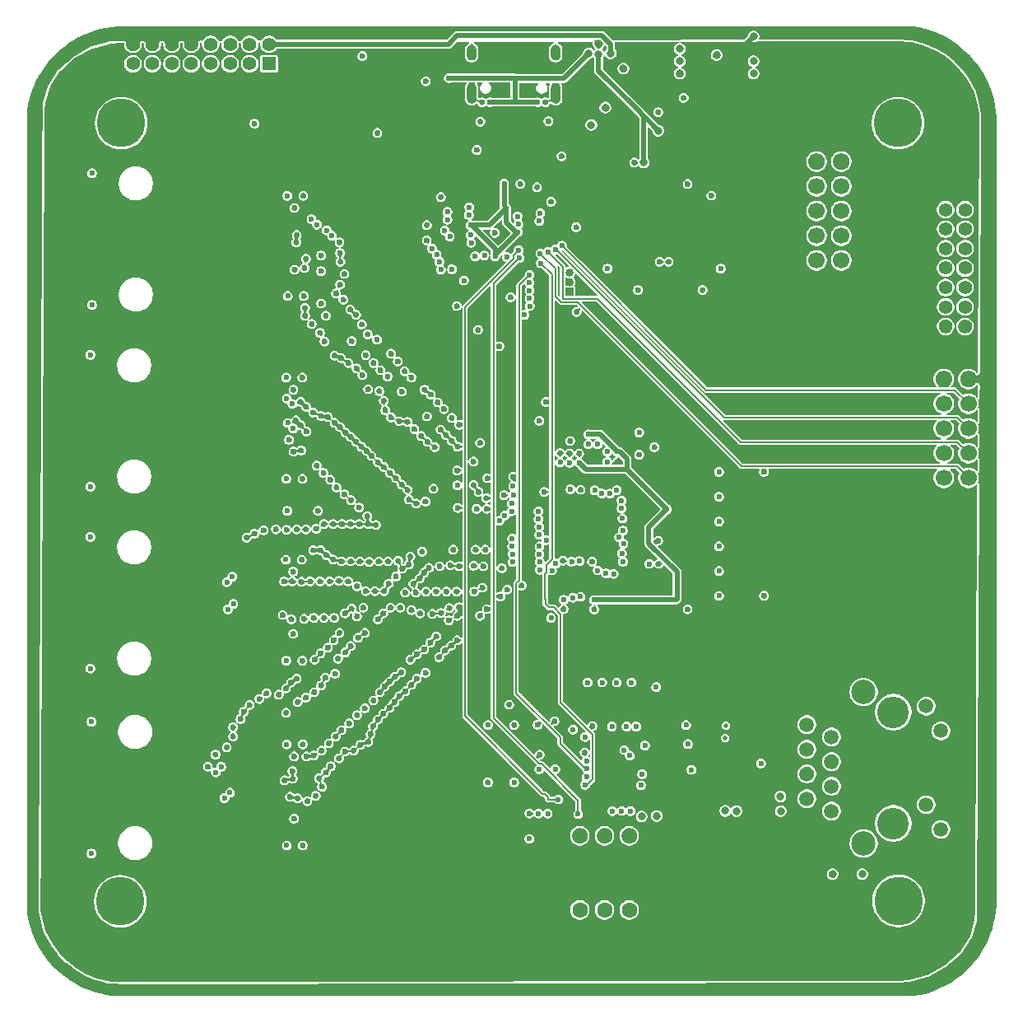
<source format=gbr>
%TF.GenerationSoftware,KiCad,Pcbnew,9.0.1*%
%TF.CreationDate,2025-07-09T12:24:18-07:00*%
%TF.ProjectId,peripheral_board_v1a,70657269-7068-4657-9261-6c5f626f6172,rev?*%
%TF.SameCoordinates,Original*%
%TF.FileFunction,Copper,L3,Inr*%
%TF.FilePolarity,Positive*%
%FSLAX46Y46*%
G04 Gerber Fmt 4.6, Leading zero omitted, Abs format (unit mm)*
G04 Created by KiCad (PCBNEW 9.0.1) date 2025-07-09 12:24:18*
%MOMM*%
%LPD*%
G01*
G04 APERTURE LIST*
%TA.AperFunction,ComponentPad*%
%ADD10R,1.700000X1.700000*%
%TD*%
%TA.AperFunction,ComponentPad*%
%ADD11C,1.700000*%
%TD*%
%TA.AperFunction,ComponentPad*%
%ADD12R,0.850000X0.850000*%
%TD*%
%TA.AperFunction,ComponentPad*%
%ADD13C,0.850000*%
%TD*%
%TA.AperFunction,ComponentPad*%
%ADD14C,5.000000*%
%TD*%
%TA.AperFunction,ComponentPad*%
%ADD15C,3.250000*%
%TD*%
%TA.AperFunction,ComponentPad*%
%ADD16C,1.520000*%
%TD*%
%TA.AperFunction,ComponentPad*%
%ADD17C,2.500000*%
%TD*%
%TA.AperFunction,ComponentPad*%
%ADD18C,1.600000*%
%TD*%
%TA.AperFunction,ComponentPad*%
%ADD19R,1.400000X1.400000*%
%TD*%
%TA.AperFunction,ComponentPad*%
%ADD20C,1.400000*%
%TD*%
%TA.AperFunction,HeatsinkPad*%
%ADD21O,1.000000X2.100000*%
%TD*%
%TA.AperFunction,HeatsinkPad*%
%ADD22O,1.000000X1.600000*%
%TD*%
%TA.AperFunction,ViaPad*%
%ADD23C,0.600000*%
%TD*%
%TA.AperFunction,ViaPad*%
%ADD24C,0.800000*%
%TD*%
%TA.AperFunction,ViaPad*%
%ADD25C,0.460000*%
%TD*%
%TA.AperFunction,Conductor*%
%ADD26C,0.508000*%
%TD*%
%TA.AperFunction,Conductor*%
%ADD27C,0.152400*%
%TD*%
G04 APERTURE END LIST*
D10*
%TO.N,+3V3*%
%TO.C,J2*%
X180875000Y-68950000D03*
D11*
X178335000Y-68950000D03*
%TO.N,I2C0_SCL*%
X180875000Y-66410000D03*
%TO.N,I2C1_SCL*%
X178335000Y-66410000D03*
%TO.N,I2C0_SDA*%
X180875000Y-63870000D03*
%TO.N,I2C1_SDA*%
X178335000Y-63870000D03*
%TO.N,I2C1_SCL*%
X180875000Y-61330000D03*
%TO.N,RX*%
X178335000Y-61330000D03*
%TO.N,I2C1_SDA*%
X180875000Y-58790000D03*
%TO.N,TX*%
X178335000Y-58790000D03*
%TO.N,GND*%
X180875000Y-56250000D03*
X178335000Y-56250000D03*
%TD*%
D12*
%TO.N,SWCLK*%
%TO.C,J1*%
X152900000Y-69650000D03*
D13*
%TO.N,GND*%
X152900000Y-68650000D03*
%TO.N,SWD*%
X152900000Y-67650000D03*
%TD*%
D14*
%TO.N,N/C*%
%TO.C,H4*%
X106700000Y-132300000D03*
%TD*%
%TO.N,N/C*%
%TO.C,H1*%
X106800000Y-52300000D03*
%TD*%
D10*
%TO.N,+3V3*%
%TO.C,J3*%
X193950000Y-91300000D03*
D11*
X191410000Y-91300000D03*
%TO.N,GPIO22*%
X193950000Y-88760000D03*
%TO.N,SPI0_CS1*%
X191410000Y-88760000D03*
%TO.N,GPIO23*%
X193950000Y-86220000D03*
%TO.N,STAT*%
X191410000Y-86220000D03*
%TO.N,GPIO24*%
X193950000Y-83680000D03*
%TO.N,GPIO28_ADC2*%
X191410000Y-83680000D03*
%TO.N,GPIO25*%
X193950000Y-81140000D03*
%TO.N,GPIO29_ADC3*%
X191410000Y-81140000D03*
%TO.N,GND*%
X193950000Y-78600000D03*
X191410000Y-78600000D03*
%TD*%
D15*
%TO.N,*%
%TO.C,RJ1*%
X186220000Y-124280000D03*
X186220000Y-112840000D03*
D16*
%TO.N,TX +*%
X179870000Y-123010000D03*
%TO.N,TX -*%
X177330000Y-121740000D03*
%TO.N,TCT*%
X179870000Y-120460000D03*
%TO.N,GND*%
X177330000Y-119190000D03*
X179870000Y-117930000D03*
%TO.N,RCT*%
X177330000Y-116660000D03*
%TO.N,Net-(C32-Pad2)*%
X179870000Y-115390000D03*
%TO.N,Net-(C33-Pad2)*%
X177330000Y-114120000D03*
%TO.N,Net-(RJ1-LLED+)*%
X189600000Y-122350000D03*
%TO.N,GREEN_LED*%
X191120000Y-124890000D03*
%TO.N,Net-(RJ1-RLED+)*%
X189600000Y-112230000D03*
%TO.N,YELLOW_LED*%
X191120000Y-114770000D03*
D17*
%TO.N,CGND*%
X183170000Y-126330000D03*
X183170000Y-110790000D03*
%TD*%
D18*
%TO.N,PMODE0*%
%TO.C,SW3*%
X159065000Y-133180000D03*
%TO.N,PMODE1*%
X156525000Y-133180000D03*
%TO.N,PMODE2*%
X153985000Y-133180000D03*
%TO.N,GND*%
X159065000Y-125560000D03*
X156525000Y-125560000D03*
X153985000Y-125560000D03*
%TD*%
D19*
%TO.N,+3V3*%
%TO.C,CN2*%
X193600000Y-59200000D03*
D20*
X191600000Y-59200000D03*
%TO.N,UART1_TX*%
X193600000Y-61200000D03*
%TO.N,unconnected-(CN2-Pad4)*%
X191600000Y-61200000D03*
%TO.N,UART1_RX*%
X193600000Y-63200000D03*
%TO.N,unconnected-(CN2-Pad6)*%
X191600000Y-63200000D03*
%TO.N,UART1_CTS*%
X193600000Y-65200000D03*
%TO.N,SPI1_RX*%
X191600000Y-65200000D03*
%TO.N,UART1_RTS*%
X193600000Y-67200000D03*
%TO.N,SPI1_SCK*%
X191600000Y-67200000D03*
%TO.N,unconnected-(CN2-Pad11)*%
X193600000Y-69200000D03*
%TO.N,SPI1_CS1*%
X191600000Y-69200000D03*
%TO.N,unconnected-(CN2-Pad13)*%
X193600000Y-71200000D03*
%TO.N,SPI1_TX*%
X191600000Y-71200000D03*
%TO.N,GND*%
X193600000Y-73200000D03*
X191600000Y-73200000D03*
%TD*%
D14*
%TO.N,N/C*%
%TO.C,H2*%
X186700000Y-52300000D03*
%TD*%
D19*
%TO.N,unconnected-(CN1-Pad1)*%
%TO.C,CN1*%
X122000000Y-46200000D03*
D20*
%TO.N,VEPS*%
X122000000Y-44200000D03*
%TO.N,Net-(CN1-Pad3)*%
X120000000Y-46200000D03*
%TO.N,VEPS*%
X120000000Y-44200000D03*
%TO.N,Net-(CN1-Pad5)*%
X118000000Y-46200000D03*
%TO.N,VEPS*%
X118000000Y-44200000D03*
%TO.N,Net-(CN1-Pad7)*%
X116000000Y-46200000D03*
%TO.N,VEPS*%
X116000000Y-44200000D03*
%TO.N,Net-(CN1-Pad9)*%
X114000000Y-46200000D03*
%TO.N,GND*%
X114000000Y-44200000D03*
%TO.N,Net-(CN1-Pad11)*%
X112000000Y-46200000D03*
%TO.N,GND*%
X112000000Y-44200000D03*
%TO.N,GPIO14*%
X110000000Y-46200000D03*
%TO.N,GND*%
X110000000Y-44200000D03*
%TO.N,GPIO15*%
X108000000Y-46200000D03*
%TO.N,GND*%
X108000000Y-44200000D03*
%TD*%
D21*
%TO.N,GND*%
%TO.C,J4*%
X151490000Y-49230000D03*
D22*
X151490000Y-45050000D03*
D21*
X142850000Y-49230000D03*
D22*
X142850000Y-45050000D03*
%TD*%
D14*
%TO.N,N/C*%
%TO.C,H3*%
X186750000Y-132250000D03*
%TD*%
D23*
%TO.N,GNDA*%
X154775003Y-109795001D03*
X165450000Y-118770000D03*
X161825000Y-110270002D03*
X160275000Y-120370000D03*
X160375000Y-119220000D03*
X160675002Y-116270000D03*
X158775002Y-114320000D03*
X172610000Y-118120000D03*
X159275001Y-109795001D03*
X156275000Y-109795001D03*
X157774997Y-109795001D03*
X159775002Y-114320001D03*
X157275001Y-114320000D03*
X165100000Y-116120000D03*
X164900000Y-114178000D03*
D24*
X160337500Y-123570000D03*
D23*
%TO.N,GND*%
X133750000Y-102700000D03*
X125300000Y-85950000D03*
X144050000Y-97850000D03*
X127350000Y-110100000D03*
X140550000Y-102150000D03*
X135400000Y-111200000D03*
X128750000Y-83100000D03*
X143050000Y-89500000D03*
X126600000Y-103150000D03*
X129850000Y-106700000D03*
X124480000Y-104799999D03*
X126800000Y-121450000D03*
X135650000Y-79900000D03*
X139200000Y-105050000D03*
X133300000Y-97350000D03*
X124300000Y-103300000D03*
X125700000Y-71300000D03*
X140250000Y-100450000D03*
X131700000Y-102100000D03*
X127400000Y-116800000D03*
X131050000Y-99900000D03*
X143350000Y-91950000D03*
D24*
X168050000Y-45300000D03*
D23*
X136950000Y-83750000D03*
X135600000Y-108750000D03*
X125574999Y-70070002D03*
X127850000Y-119050000D03*
X124629999Y-67370001D03*
X135650000Y-89450000D03*
X121450000Y-94150000D03*
X163120000Y-66550000D03*
X125375001Y-97169999D03*
X124050000Y-84850000D03*
X125700000Y-72100000D03*
X141350000Y-88000000D03*
X124580000Y-117400000D03*
X165060192Y-58558569D03*
X139350000Y-81000000D03*
X124500002Y-86054999D03*
X146700001Y-112070003D03*
X123400000Y-102850000D03*
X133200000Y-113600000D03*
X128700000Y-103150000D03*
X126250000Y-99400000D03*
X131850000Y-112450000D03*
X129500000Y-93500000D03*
X118300000Y-115350000D03*
X133800000Y-87650000D03*
X128050000Y-82500000D03*
X126400000Y-72950000D03*
X125525000Y-59770000D03*
X145950000Y-98050000D03*
X131500000Y-85550000D03*
X132200000Y-115900000D03*
X146850000Y-70200000D03*
X124580000Y-123800000D03*
X123000000Y-111050000D03*
X123750000Y-112900000D03*
X130150000Y-76950000D03*
X136400000Y-97650000D03*
X125600000Y-103250000D03*
X161650000Y-85600001D03*
X130950000Y-72000000D03*
X136250000Y-90000000D03*
X133350000Y-79850000D03*
X138000000Y-79700000D03*
X136850000Y-99650000D03*
X129300000Y-68900000D03*
X159570000Y-56350000D03*
X119700000Y-94900000D03*
X129250000Y-64550000D03*
X145800000Y-100950000D03*
X139550000Y-97850000D03*
X134300000Y-99650000D03*
X128750000Y-76200000D03*
X129300000Y-65650000D03*
X131600000Y-45399999D03*
X130350000Y-71450000D03*
X157818756Y-87130127D03*
X129800000Y-116900000D03*
X125474999Y-126550000D03*
X131550000Y-73000000D03*
X151375001Y-113770001D03*
X124850000Y-63800000D03*
X144525002Y-120070001D03*
X155275002Y-114276441D03*
X137650000Y-84450000D03*
X133900000Y-110200000D03*
X127350000Y-70850000D03*
X150301200Y-90201200D03*
X159949999Y-69450000D03*
X127250000Y-99400000D03*
X132150000Y-74000000D03*
X147225003Y-114170002D03*
X151950002Y-86220002D03*
X144350000Y-90850000D03*
X125800000Y-111350000D03*
X124450000Y-119700000D03*
X127350000Y-82400000D03*
X120500000Y-94500000D03*
X134250000Y-97350000D03*
X150745000Y-52100000D03*
X164650000Y-49699999D03*
X133450000Y-77700000D03*
X162038757Y-95230126D03*
D24*
X179980000Y-129490000D03*
D23*
X128850000Y-115350000D03*
X128600000Y-97150000D03*
X138100000Y-108800000D03*
X150420000Y-50145000D03*
X127900000Y-96700000D03*
X141350000Y-102950000D03*
X123800000Y-94100000D03*
X131400000Y-116200000D03*
X126550000Y-82050000D03*
X143700000Y-102950000D03*
D24*
X156600000Y-50700000D03*
D23*
X130500000Y-102200000D03*
X149799318Y-82898756D03*
X138250000Y-82450000D03*
X143050000Y-97800000D03*
X136550000Y-96850000D03*
D24*
X161887501Y-123520001D03*
D23*
X133800000Y-80850000D03*
X143100000Y-100450000D03*
X132700000Y-114300000D03*
X144250000Y-96150000D03*
X143550000Y-90200000D03*
X125435789Y-88855000D03*
X125950000Y-122000000D03*
X126600000Y-117300000D03*
X151015192Y-60378569D03*
X124150000Y-121550000D03*
X144400000Y-102250000D03*
X139200000Y-100450000D03*
X131300000Y-93500000D03*
X141400000Y-85550000D03*
X143375192Y-55053569D03*
X132200000Y-93500000D03*
X140200000Y-84350000D03*
D24*
X155899999Y-44169999D03*
D23*
X141314973Y-71100000D03*
X149850000Y-117220001D03*
X148000000Y-99830127D03*
X132450000Y-115100000D03*
X149625002Y-114144998D03*
X129250000Y-104700000D03*
X148775003Y-123270003D03*
X127600000Y-88250000D03*
X136000000Y-100550000D03*
X140000000Y-81700000D03*
X135050000Y-88800000D03*
X150478140Y-80961282D03*
X135250000Y-76800000D03*
X137950000Y-106400000D03*
X125475000Y-116150000D03*
X152308757Y-102260127D03*
X165057196Y-102278769D03*
X143025234Y-87084826D03*
X134400000Y-109700000D03*
X125850000Y-117400000D03*
X121750000Y-110900000D03*
X130150000Y-99400000D03*
X136650000Y-110050000D03*
X144400000Y-91950000D03*
X127450000Y-120500000D03*
X147850000Y-58550000D03*
X135050000Y-98900000D03*
X129300000Y-83550000D03*
X129350000Y-66550000D03*
X162080001Y-97599999D03*
X115700000Y-118450000D03*
X123600000Y-119850000D03*
X162180000Y-66550000D03*
X134900000Y-111800000D03*
X130450000Y-91050000D03*
X143500192Y-73553569D03*
X132100000Y-92700000D03*
X124500002Y-79705000D03*
X143745000Y-52150000D03*
X128600000Y-93500000D03*
X138220000Y-64353569D03*
X127350000Y-65900000D03*
X119050000Y-113550000D03*
X138450000Y-98000000D03*
X133100000Y-74550000D03*
X137500000Y-99100000D03*
X152983757Y-84980127D03*
X120000000Y-112100000D03*
X124250000Y-109800000D03*
X129800000Y-102700000D03*
X153600000Y-63000000D03*
X136400000Y-91000000D03*
X126650000Y-110800000D03*
X127300000Y-96200000D03*
X140100000Y-106500000D03*
X133000000Y-93600000D03*
X131350000Y-97350000D03*
X124950000Y-111800000D03*
X141300000Y-100450000D03*
X140950000Y-96150000D03*
X131850000Y-104700000D03*
X140500000Y-43062499D03*
X128900000Y-69800000D03*
X155450001Y-102280001D03*
X138800000Y-102750000D03*
X125850000Y-84000000D03*
X139650000Y-83800000D03*
X124850000Y-109400000D03*
X134450000Y-88250000D03*
X129850000Y-84100000D03*
X127700000Y-74750000D03*
X133400000Y-110800000D03*
X153908580Y-86250127D03*
X132050000Y-86000000D03*
X138600000Y-105700000D03*
X138230192Y-62778569D03*
X137950000Y-98500000D03*
X126550000Y-96200000D03*
X138120000Y-48000000D03*
X134550000Y-82550000D03*
X154058758Y-89980127D03*
X141550000Y-83300000D03*
X132200000Y-79650000D03*
X133850000Y-100400000D03*
X162041431Y-51172692D03*
X143250000Y-96150000D03*
X146178757Y-90530127D03*
X124629999Y-61020001D03*
X160075198Y-86379802D03*
X135700000Y-98100000D03*
X134550000Y-76000000D03*
X131000000Y-77500000D03*
X131600000Y-78200000D03*
X136000000Y-110700000D03*
X141350000Y-105450000D03*
X167500000Y-59750000D03*
X125350000Y-99450000D03*
X130250000Y-114000000D03*
X147108759Y-88650127D03*
X127650000Y-93500000D03*
X139500000Y-107200000D03*
X119400000Y-112800000D03*
X124850000Y-94050000D03*
D24*
X164250000Y-47200000D03*
D23*
X132300000Y-97400000D03*
X140750000Y-106000000D03*
X129200000Y-99350000D03*
X140500000Y-103400000D03*
X125250000Y-80950000D03*
X166600001Y-69450000D03*
X139670000Y-59900000D03*
X128800000Y-108900000D03*
X137150000Y-91400000D03*
X137550000Y-102700000D03*
X128650000Y-105450000D03*
X154465291Y-117001175D03*
X128350000Y-118400000D03*
X132750000Y-111650000D03*
X133750000Y-113000000D03*
X145225192Y-63573569D03*
X143920000Y-50145000D03*
D24*
X158450000Y-46700000D03*
D23*
X126900000Y-87500000D03*
X129650000Y-70450000D03*
X129200000Y-117600000D03*
X127300000Y-106800000D03*
X132900000Y-100400000D03*
X138300000Y-85050000D03*
X138150000Y-100450000D03*
X141550000Y-102050000D03*
X134950000Y-109200000D03*
X138100000Y-91200000D03*
X134500000Y-102100000D03*
X131950000Y-76150000D03*
X125250000Y-83350000D03*
X134200000Y-78350000D03*
X133950000Y-81800000D03*
X127800000Y-109300000D03*
X129450000Y-114700000D03*
X124750000Y-82850000D03*
X116500000Y-117200000D03*
X125425000Y-107549998D03*
X130400000Y-106050000D03*
X118300000Y-114400000D03*
X140650000Y-97750000D03*
X125800000Y-81450000D03*
X140800000Y-84950000D03*
X128250000Y-99400000D03*
X127250000Y-73850000D03*
X129400000Y-76450000D03*
X128050000Y-106200000D03*
X122700000Y-94050000D03*
X128950000Y-89750000D03*
X127150000Y-119650000D03*
X129100000Y-107350000D03*
X149575192Y-58883569D03*
X136250000Y-83000000D03*
X130400000Y-84550000D03*
X138914036Y-89880330D03*
X131950000Y-100400000D03*
X172925000Y-100875000D03*
X127025000Y-92150000D03*
X130400000Y-93500000D03*
X152100000Y-55699000D03*
X137750000Y-96350000D03*
X155230112Y-97375204D03*
X130400000Y-97350000D03*
X135950000Y-77800000D03*
X127350000Y-67500000D03*
X152908759Y-86250127D03*
X172925000Y-88150000D03*
X130950000Y-85050000D03*
X128300000Y-88950000D03*
X124479999Y-98399999D03*
X141550000Y-97850000D03*
X137100000Y-100550000D03*
X146500000Y-100250000D03*
X127850000Y-72100000D03*
X144450000Y-88800000D03*
X152234246Y-97279745D03*
X140800000Y-82600000D03*
X139050000Y-85600000D03*
X129750000Y-67800000D03*
X120499999Y-52350000D03*
X131050000Y-103000000D03*
X125650000Y-67200000D03*
X133200000Y-103300000D03*
X137200000Y-109400000D03*
X129750000Y-90450000D03*
X125800000Y-94050000D03*
X132550000Y-86500000D03*
X121000000Y-111500000D03*
X143718198Y-85161498D03*
X126700000Y-107450000D03*
X130500000Y-74700000D03*
X124400000Y-99400000D03*
X134400000Y-112400000D03*
X139700000Y-102650000D03*
X127650000Y-103150000D03*
X126850000Y-94000000D03*
X124950000Y-121700000D03*
X125420002Y-78455000D03*
X136650000Y-78450000D03*
X129450000Y-97350000D03*
X125800000Y-66250000D03*
X124800000Y-64550000D03*
X135300000Y-97300000D03*
X131150000Y-105200000D03*
X136650000Y-102350000D03*
X130700000Y-116800000D03*
X128150000Y-116050000D03*
X143950000Y-100050000D03*
X131050000Y-113150000D03*
X124400000Y-118900000D03*
X123750000Y-110400000D03*
X117650000Y-116450000D03*
X131250000Y-91800000D03*
X123550000Y-99400000D03*
X133145192Y-53303569D03*
X135400000Y-82950000D03*
X138650000Y-80200000D03*
X133200000Y-87150000D03*
X132750000Y-76950000D03*
X137200000Y-106900000D03*
X141400000Y-91850000D03*
X135500000Y-102100000D03*
X145700192Y-75253569D03*
X136550000Y-107450000D03*
X153650000Y-71699999D03*
%TO.N,Net-(U4-XO)*%
X144525002Y-114170002D03*
X151450001Y-118720002D03*
%TO.N,Net-(U4-XI{slash}CLKIN)*%
X149800001Y-118720000D03*
X147225003Y-120070001D03*
%TO.N,+1V1*%
X145260192Y-65978569D03*
X142710192Y-62778569D03*
X146410192Y-61078569D03*
X146182519Y-58496242D03*
X147600000Y-63500000D03*
%TO.N,SPI1_RX*%
X140810192Y-67328569D03*
X155800000Y-85319999D03*
%TO.N,UART1_RTS*%
X142800000Y-64600000D03*
%TO.N,SPI1_TX*%
X156798759Y-87130127D03*
X139678573Y-67350522D03*
%TO.N,UART1_CTS*%
X142750000Y-63800000D03*
%TO.N,UART1_TX*%
X138760192Y-65178569D03*
%TO.N,UART1_RX*%
X139240194Y-65818571D03*
%TO.N,SPI1_CS1*%
X154849999Y-85310000D03*
X142060192Y-68478569D03*
%TO.N,SPI1_SCK*%
X156798760Y-86080127D03*
X139528988Y-66564629D03*
%TO.N,RX*%
X142566969Y-61739804D03*
D24*
%TO.N,CGND*%
X183030000Y-129490000D03*
D23*
%TO.N,TX*%
X142584819Y-60940003D03*
%TO.N,VDDIO*%
X153908580Y-87210126D03*
X154849999Y-84290001D03*
X157818757Y-86080126D03*
X155450002Y-101320001D03*
X151008758Y-103155127D03*
X161078757Y-95230127D03*
X163961181Y-101182753D03*
X155800000Y-84300000D03*
X162933757Y-91980127D03*
%TO.N,VDDAT*%
X147138757Y-90530126D03*
X150508759Y-95180127D03*
X151950001Y-87180001D03*
X141363693Y-89513693D03*
%TO.N,LED1_0*%
X155508758Y-90030127D03*
X123924999Y-70070002D03*
X168300000Y-88150000D03*
%TO.N,LED1_1*%
X156237052Y-90361170D03*
X123875000Y-59770000D03*
X168300000Y-90700000D03*
%TO.N,LED2_0*%
X168300000Y-93250000D03*
X157058759Y-90380127D03*
X123785789Y-88855000D03*
%TO.N,LED2_1*%
X123770002Y-78455000D03*
X157774302Y-90022353D03*
X168300000Y-95800000D03*
%TO.N,LED3_0*%
X123775000Y-107549998D03*
X168300000Y-98350000D03*
X151491840Y-97577808D03*
D24*
%TO.N,TX -*%
X174610000Y-121510000D03*
X168938768Y-122991232D03*
%TO.N,TX +*%
X170090000Y-123010000D03*
X174640000Y-123010000D03*
D23*
%TO.N,SPI0_ETHER*%
X149725001Y-123270003D03*
X154675001Y-119520003D03*
%TO.N,GPIO14*%
X143210192Y-65978569D03*
%TO.N,YELLOW_LED*%
X154512949Y-115393119D03*
%TO.N,GREEN_LED*%
X153271880Y-114635002D03*
%TO.N,LED3_1*%
X123725001Y-97169999D03*
X168300000Y-100900000D03*
X151108759Y-98280127D03*
%TO.N,LED4_1*%
X123825000Y-116150000D03*
X153258758Y-101080127D03*
%TO.N,LED4_0*%
X154052303Y-100978673D03*
X123824999Y-126550000D03*
%TO.N,SPI0_MOSI*%
X154524002Y-120305622D03*
D24*
X171850000Y-47200000D03*
D23*
X149950000Y-66700000D03*
%TO.N,SPI0_SCK*%
X154725002Y-118670000D03*
X148800000Y-67900000D03*
D24*
X164250000Y-45930000D03*
D23*
%TO.N,SPI0_MISO*%
X148775002Y-125870001D03*
X148800000Y-69500006D03*
D24*
X171850000Y-45930000D03*
D23*
%TO.N,SPI0_CS1*%
X150675001Y-123270001D03*
X154663643Y-117872356D03*
X147646870Y-62684306D03*
%TO.N,RX +*%
X159107843Y-117302843D03*
D25*
X168920000Y-115510000D03*
D23*
%TO.N,RX -*%
X158542157Y-116737157D03*
D25*
X169000000Y-114220000D03*
D23*
%TO.N,GPIO15*%
X144150000Y-65900000D03*
%TO.N,SWCLK*%
X148819477Y-71099775D03*
D24*
%TO.N,+3V3*%
X187880000Y-108740000D03*
D23*
X151375001Y-115670000D03*
X150100002Y-121820001D03*
D24*
X187780000Y-128440000D03*
D23*
X137450000Y-63550000D03*
X139136307Y-87286307D03*
X125574999Y-68570000D03*
X148010192Y-60943571D03*
X151187499Y-111270001D03*
X149575192Y-56043569D03*
X164827386Y-104877386D03*
X152413869Y-62849000D03*
X125400000Y-106049999D03*
X125524998Y-58270001D03*
X125475000Y-125050000D03*
X125474999Y-114650000D03*
X149920000Y-68050000D03*
X125420000Y-87324213D03*
X150675000Y-125870002D03*
X140205192Y-49493569D03*
X152149999Y-123320001D03*
X144960192Y-60978569D03*
X156550000Y-136594314D03*
X170590000Y-52000000D03*
D24*
X171850000Y-43400000D03*
D23*
X152100000Y-56849999D03*
X125375001Y-95699999D03*
X135909999Y-48000000D03*
X164650000Y-52000000D03*
X125420002Y-76954213D03*
%TO.N,1.2A*%
X156825001Y-67250000D03*
X147108758Y-89610126D03*
%TO.N,1.2D*%
X168475000Y-67250000D03*
X152308758Y-101300127D03*
X161120002Y-97599999D03*
X152908757Y-87210127D03*
%TO.N,RST_N*%
X153008759Y-89930126D03*
X160075198Y-84100001D03*
%TO.N,Chassis_GND*%
X103625000Y-94830000D03*
X103725000Y-127370000D03*
X103800000Y-70985000D03*
X103800000Y-57445000D03*
X103625000Y-76130000D03*
X103625000Y-89670000D03*
X123875000Y-92150000D03*
X103725000Y-113830000D03*
X103625000Y-108370000D03*
%TO.N,SWD*%
X148800000Y-70300009D03*
%TO.N,I2C0_SCL*%
X140600000Y-63950000D03*
%TO.N,I2C0_SDA*%
X140079981Y-63342069D03*
%TO.N,RX1-*%
X126367157Y-62167157D03*
X146958492Y-92199999D03*
%TO.N,Net-(U6-TXEN5{slash}TXDS5_CTL)*%
X153133284Y-97381743D03*
%TO.N,I2C1_SDA*%
X140350000Y-61415066D03*
%TO.N,I2C1_SCL*%
X140350000Y-62215069D03*
%TO.N,GPIO22*%
X149900000Y-65700000D03*
D24*
%TO.N,VEPS*%
X157149999Y-45130000D03*
D23*
%TO.N,GPIO23*%
X150680952Y-65526455D03*
%TO.N,GPIO24*%
X151446842Y-65295335D03*
%TO.N,GPIO29_ADC3*%
X149905731Y-61557015D03*
%TO.N,Net-(U6-TXD5_0)*%
X153930216Y-97311705D03*
%TO.N,GPIO28_ADC2*%
X149800000Y-62350000D03*
%TO.N,GPIO25*%
X152136775Y-64890370D03*
%TO.N,Net-(U6-TXD5_2)*%
X155808758Y-98280127D03*
%TO.N,Net-(U1-RUN)*%
X148292157Y-72000000D03*
X146450000Y-66050000D03*
D24*
%TO.N,VBUS*%
X154900001Y-45130002D03*
D23*
X140500000Y-47675000D03*
X149620001Y-50145000D03*
X144719999Y-50145000D03*
%TO.N,PMODE2*%
X157327020Y-123017867D03*
%TO.N,PMODE1*%
X158271880Y-123005357D03*
%TO.N,PMODE0*%
X159184845Y-123013569D03*
%TO.N,RX1+*%
X146958492Y-91400000D03*
X126932843Y-62732843D03*
%TO.N,RX2-*%
X145699715Y-93181096D03*
X123827470Y-80602641D03*
%TO.N,RX2+*%
X146265401Y-92615410D03*
X124393156Y-81168327D03*
%TO.N,RX3+*%
X147011053Y-95000001D03*
X117667157Y-99482843D03*
%TO.N,RX4-*%
X117082843Y-118467157D03*
X147067177Y-97400000D03*
%TO.N,RX4+*%
X147067175Y-96600001D03*
X116517157Y-119032843D03*
%TO.N,TX1+*%
X128482843Y-63882843D03*
X149726704Y-92200000D03*
%TO.N,TX1-*%
X127917157Y-63317157D03*
X149726703Y-93000001D03*
%TO.N,TX2+*%
X149802236Y-93800001D03*
X124482843Y-83682843D03*
%TO.N,TX2-*%
X149802237Y-94600000D03*
X123917157Y-83117157D03*
%TO.N,TX3+*%
X117767157Y-102282843D03*
X149816001Y-95800001D03*
%TO.N,TX3-*%
X118332843Y-101717157D03*
X149816000Y-96600001D03*
%TO.N,TX4+*%
X149854121Y-97400000D03*
X117417157Y-121682843D03*
%TO.N,TX4-*%
X149854121Y-98200000D03*
X117982843Y-121117157D03*
%TO.N,RX3-*%
X147011053Y-95800000D03*
X118232843Y-98917157D03*
%TO.N,RSTn*%
X147750000Y-66150000D03*
X153800003Y-123320001D03*
%TO.N,INTn*%
X147677572Y-65353283D03*
X151750003Y-121820001D03*
%TO.N,Net-(U6-TXER5)*%
X156660527Y-98576911D03*
%TO.N,Net-(U6-TXD5_5)*%
X157458757Y-98630126D03*
%TO.N,Net-(U6-RXD5_4)*%
X158258759Y-91080127D03*
%TO.N,Net-(U6-REFCLKO)*%
X158251325Y-91887563D03*
%TO.N,Net-(U6-CRS5)*%
X158358757Y-92930127D03*
%TO.N,Net-(U6-RXDV5{slash}CRSDV5{slash}RXD5_CTL)*%
X158408758Y-94180127D03*
%TO.N,Net-(U6-RXD5_2)*%
X158005389Y-94870991D03*
%TO.N,Net-(U6-RXD5_1)*%
X158458759Y-95530126D03*
%TO.N,Net-(U6-RXC5{slash}GRXC5)*%
X158308758Y-96530127D03*
%TO.N,Net-(U6-TXC5{slash}REFCLKI5{slash}GTXC5)*%
X158408758Y-97380126D03*
D24*
%TO.N,SPI0_CS0*%
X164250000Y-44670000D03*
D23*
X148800000Y-68700003D03*
D24*
%TO.N,STAT*%
X155155000Y-52480000D03*
D23*
X147576961Y-61887364D03*
D24*
%TO.N,VOUT*%
X162041431Y-53072692D03*
X160530000Y-56350000D03*
X155899999Y-45200000D03*
%TD*%
D26*
%TO.N,+3V3*%
X170590000Y-52000000D02*
X170590000Y-44660000D01*
X170590000Y-44660000D02*
X171850000Y-43400000D01*
%TO.N,+1V1*%
X142710192Y-62778569D02*
X142796301Y-62778569D01*
X144710192Y-62778569D02*
X142710192Y-62778569D01*
X147600000Y-63500000D02*
X147394832Y-63500000D01*
X146410192Y-62515360D02*
X146410192Y-61078569D01*
X146410192Y-61078569D02*
X144710192Y-62778569D01*
X142796301Y-62778569D02*
X145260192Y-65242460D01*
X145260192Y-65978569D02*
X145260192Y-65839808D01*
X145260192Y-65839808D02*
X147600000Y-63500000D01*
X147394832Y-63500000D02*
X146410192Y-62515360D01*
X146182519Y-58496242D02*
X146182519Y-60850896D01*
X145260192Y-65242460D02*
X145260192Y-65978569D01*
X146182519Y-60850896D02*
X146410192Y-61078569D01*
%TO.N,VDDIO*%
X158838757Y-87885127D02*
X162933757Y-91980127D01*
X154849999Y-84290001D02*
X155790001Y-84290001D01*
X153908580Y-87210126D02*
X154583581Y-87885127D01*
X163823933Y-101320001D02*
X163961181Y-101182753D01*
X163961181Y-98413447D02*
X163961181Y-101182753D01*
X156086365Y-84300000D02*
X157818757Y-86032392D01*
X157818757Y-86080126D02*
X158088756Y-86080126D01*
X161078757Y-93835127D02*
X161078757Y-95230127D01*
X158088756Y-86080126D02*
X158838757Y-86830127D01*
X155450002Y-101320001D02*
X163823933Y-101320001D01*
X161078757Y-95531023D02*
X163961181Y-98413447D01*
X154583581Y-87885127D02*
X158838757Y-87885127D01*
X158838757Y-86830127D02*
X158838757Y-87885127D01*
X162933757Y-91980127D02*
X161078757Y-93835127D01*
X157818757Y-86032392D02*
X157818757Y-86080126D01*
X155790001Y-84290001D02*
X155800000Y-84300000D01*
X161078757Y-95230127D02*
X161078757Y-95531023D01*
X155800000Y-84300000D02*
X156086365Y-84300000D01*
D27*
%TO.N,SPI0_MOSI*%
X154705667Y-120305622D02*
X155302202Y-119709087D01*
X150431559Y-101266042D02*
X150464973Y-101232628D01*
X155302202Y-119709087D02*
X155302202Y-115152202D01*
X155302202Y-115152202D02*
X151997201Y-111847201D01*
X151997201Y-111847201D02*
X151997201Y-102764856D01*
X150769674Y-102082327D02*
X150431559Y-101744212D01*
X150431559Y-101744212D02*
X150431559Y-101266042D01*
X150531559Y-97721804D02*
X151103800Y-97149563D01*
X150400000Y-98650771D02*
X150531559Y-98519212D01*
X154524002Y-120305622D02*
X154705667Y-120305622D01*
X151997201Y-102764856D02*
X151281258Y-102048913D01*
X151103800Y-97149563D02*
X151103800Y-67853800D01*
X151103800Y-67853800D02*
X149950000Y-66700000D01*
X151281258Y-102048913D02*
X151247844Y-102082327D01*
X150400000Y-101167655D02*
X150400000Y-98650771D01*
X151247844Y-102082327D02*
X150769674Y-102082327D01*
X150464973Y-101232628D02*
X150400000Y-101167655D01*
X150531559Y-98519212D02*
X150531559Y-97721804D01*
%TO.N,SPI0_SCK*%
X148783718Y-67900000D02*
X147715957Y-68967761D01*
X147715957Y-99297885D02*
X147422800Y-99591042D01*
X147715957Y-68967761D02*
X147715957Y-99297885D01*
X147422800Y-99591042D02*
X147422800Y-110901514D01*
X148800000Y-67900000D02*
X148783718Y-67900000D01*
X147422800Y-110901514D02*
X151952201Y-115430915D01*
X151952201Y-115430915D02*
X151952201Y-116095004D01*
X151952201Y-116095004D02*
X154527197Y-118670000D01*
X154527197Y-118670000D02*
X154725002Y-118670000D01*
%TO.N,GPIO22*%
X192762800Y-87572800D02*
X170617200Y-87572800D01*
X152051417Y-70705600D02*
X151457200Y-70111383D01*
X170617200Y-87572800D02*
X153750000Y-70705600D01*
X151457200Y-70111383D02*
X151457200Y-67257200D01*
X151457200Y-67257200D02*
X149900000Y-65700000D01*
X193950000Y-88760000D02*
X192762800Y-87572800D01*
X153750000Y-70705600D02*
X152051417Y-70705600D01*
D26*
%TO.N,VEPS*%
X156254152Y-43314999D02*
X141315232Y-43314999D01*
X157149999Y-44210846D02*
X156254152Y-43314999D01*
X157149999Y-45130000D02*
X157149999Y-44210846D01*
X140430231Y-44200000D02*
X122000000Y-44200000D01*
X141315232Y-43314999D02*
X140430231Y-44200000D01*
D27*
%TO.N,GPIO23*%
X152197800Y-67043303D02*
X152197800Y-70352200D01*
X152197800Y-70352200D02*
X155788212Y-70352200D01*
X192822799Y-85092800D02*
X193950000Y-86220001D01*
X155788212Y-70352200D02*
X170528812Y-85092800D01*
X150680952Y-65526455D02*
X152197800Y-67043303D01*
X170528812Y-85092800D02*
X192822799Y-85092800D01*
%TO.N,GPIO24*%
X151538397Y-65295335D02*
X151446842Y-65295335D01*
X168795862Y-82552800D02*
X151538397Y-65295335D01*
X192822800Y-82552800D02*
X168795862Y-82552800D01*
X193950000Y-83680000D02*
X192822800Y-82552800D01*
%TO.N,GPIO25*%
X152136775Y-64890370D02*
X166996405Y-79750000D01*
X166996405Y-79750000D02*
X192560000Y-79750000D01*
X192560000Y-79750000D02*
X193950000Y-81140000D01*
D26*
%TO.N,VBUS*%
X140500000Y-47675000D02*
X147250000Y-47675000D01*
X147300000Y-50145000D02*
X149620001Y-50145000D01*
X144719999Y-50145000D02*
X147300000Y-50145000D01*
X147300000Y-47725000D02*
X147250000Y-47675000D01*
X152305003Y-47725000D02*
X147300000Y-47725000D01*
X147300000Y-50145000D02*
X147300000Y-47725000D01*
X154900001Y-45130002D02*
X152305003Y-47725000D01*
D27*
%TO.N,RSTn*%
X153800003Y-121903717D02*
X153800003Y-123320001D01*
X147750000Y-66150000D02*
X145100000Y-68800000D01*
X150039086Y-118142800D02*
X153800003Y-121903717D01*
X145100000Y-68800000D02*
X145100000Y-113450000D01*
X149792800Y-118142800D02*
X150039086Y-118142800D01*
X145100000Y-113450000D02*
X149792800Y-118142800D01*
%TO.N,INTn*%
X142150000Y-71250000D02*
X147172800Y-66227200D01*
X150677202Y-121820001D02*
X150677202Y-121580916D01*
X151750003Y-121820001D02*
X150677202Y-121820001D01*
X142150000Y-113250000D02*
X142150000Y-71250000D01*
X150677202Y-121580916D02*
X150339087Y-121242801D01*
X150142801Y-121242801D02*
X142150000Y-113250000D01*
X147172800Y-66227200D02*
X147172800Y-65858055D01*
X147172800Y-65858055D02*
X147677572Y-65353283D01*
X150339087Y-121242801D02*
X150142801Y-121242801D01*
D26*
%TO.N,VOUT*%
X160530000Y-51561260D02*
X159659370Y-50690630D01*
X155899999Y-46931260D02*
X159659370Y-50690630D01*
X160530000Y-56350000D02*
X160530000Y-51561260D01*
X155899999Y-45200000D02*
X155899999Y-46931260D01*
X159659370Y-50690630D02*
X162041431Y-53072692D01*
%TD*%
%TA.AperFunction,Conductor*%
%TO.N,+3V3*%
G36*
X186593700Y-43902469D02*
G01*
X188094667Y-43999654D01*
X188105193Y-44001246D01*
X189344685Y-44298724D01*
X189355010Y-44302178D01*
X190496033Y-44798275D01*
X190503688Y-44802254D01*
X191397238Y-45348312D01*
X191402576Y-45351968D01*
X192262749Y-46009063D01*
X192267509Y-46012699D01*
X192273901Y-46018310D01*
X192786072Y-46533750D01*
X193146543Y-46896521D01*
X193152875Y-46903981D01*
X193797827Y-47796992D01*
X193801795Y-47803232D01*
X194546133Y-49143040D01*
X194551998Y-49157708D01*
X194899304Y-50497318D01*
X194900454Y-50502728D01*
X195049124Y-51394749D01*
X195049545Y-51399999D01*
X189242958Y-51390940D01*
X189198868Y-51264935D01*
X189067265Y-50991659D01*
X188905892Y-50734836D01*
X188905887Y-50734830D01*
X188905883Y-50734824D01*
X188716789Y-50497708D01*
X188716785Y-50497703D01*
X188716779Y-50497696D01*
X188502304Y-50283221D01*
X188502297Y-50283215D01*
X188502291Y-50283210D01*
X188265175Y-50094116D01*
X188265158Y-50094104D01*
X188008341Y-49932735D01*
X187926215Y-49893185D01*
X187735065Y-49801132D01*
X187735062Y-49801131D01*
X187735054Y-49801127D01*
X187448770Y-49700953D01*
X187153064Y-49633460D01*
X187153052Y-49633458D01*
X186944385Y-49609947D01*
X186851657Y-49599500D01*
X186548343Y-49599500D01*
X186464239Y-49608976D01*
X186246947Y-49633458D01*
X186246935Y-49633460D01*
X185951230Y-49700953D01*
X185951228Y-49700953D01*
X185664945Y-49801127D01*
X185391658Y-49932735D01*
X185134841Y-50094104D01*
X185134824Y-50094116D01*
X184897708Y-50283210D01*
X184897688Y-50283228D01*
X184683228Y-50497688D01*
X184683210Y-50497708D01*
X184494116Y-50734824D01*
X184494104Y-50734841D01*
X184332735Y-50991658D01*
X184201130Y-51264939D01*
X184201127Y-51264946D01*
X184159813Y-51383010D01*
X162512281Y-51349239D01*
X162513469Y-51344806D01*
X162541931Y-51238584D01*
X162541931Y-51106800D01*
X162528431Y-51056417D01*
X162507824Y-50979509D01*
X162507823Y-50979506D01*
X162500898Y-50967511D01*
X162441931Y-50865378D01*
X162441929Y-50865376D01*
X162441926Y-50865372D01*
X162348750Y-50772196D01*
X162348746Y-50772193D01*
X162348745Y-50772192D01*
X162284022Y-50734824D01*
X162234616Y-50706299D01*
X162234613Y-50706298D01*
X162107329Y-50672193D01*
X162107324Y-50672192D01*
X162107323Y-50672192D01*
X161975539Y-50672192D01*
X161975538Y-50672192D01*
X161975532Y-50672193D01*
X161848248Y-50706298D01*
X161848245Y-50706299D01*
X161734115Y-50772193D01*
X161734111Y-50772196D01*
X161640935Y-50865372D01*
X161640932Y-50865376D01*
X161575038Y-50979506D01*
X161575037Y-50979509D01*
X161540932Y-51106793D01*
X161540931Y-51106801D01*
X161540931Y-51238582D01*
X161540932Y-51238590D01*
X161570185Y-51347769D01*
X160958313Y-51346814D01*
X160898840Y-51287341D01*
X160898832Y-51287331D01*
X160805517Y-51194015D01*
X160805497Y-51193998D01*
X159938440Y-50326940D01*
X159245608Y-49634108D01*
X164149500Y-49634108D01*
X164149500Y-49765889D01*
X164149501Y-49765897D01*
X164183606Y-49893181D01*
X164183607Y-49893184D01*
X164183608Y-49893185D01*
X164236228Y-49984326D01*
X164249501Y-50007314D01*
X164249504Y-50007318D01*
X164342680Y-50100494D01*
X164342684Y-50100497D01*
X164342686Y-50100499D01*
X164456814Y-50166391D01*
X164456817Y-50166392D01*
X164534712Y-50187263D01*
X164584108Y-50200499D01*
X164584109Y-50200499D01*
X164715891Y-50200499D01*
X164715892Y-50200499D01*
X164843186Y-50166391D01*
X164957314Y-50100499D01*
X165050500Y-50007313D01*
X165116392Y-49893185D01*
X165150500Y-49765891D01*
X165150500Y-49634107D01*
X165116392Y-49506813D01*
X165050500Y-49392685D01*
X165050498Y-49392683D01*
X165050495Y-49392679D01*
X164957319Y-49299503D01*
X164957315Y-49299500D01*
X164957314Y-49299499D01*
X164854273Y-49240008D01*
X164843185Y-49233606D01*
X164843182Y-49233605D01*
X164715898Y-49199500D01*
X164715893Y-49199499D01*
X164715892Y-49199499D01*
X164584108Y-49199499D01*
X164584107Y-49199499D01*
X164584101Y-49199500D01*
X164456817Y-49233605D01*
X164456814Y-49233606D01*
X164342684Y-49299500D01*
X164342680Y-49299503D01*
X164249504Y-49392679D01*
X164249501Y-49392683D01*
X164183607Y-49506813D01*
X164183606Y-49506816D01*
X164149501Y-49634100D01*
X164149500Y-49634108D01*
X159245608Y-49634108D01*
X156372805Y-46761305D01*
X156354499Y-46717111D01*
X156354499Y-46620944D01*
X157849500Y-46620944D01*
X157849500Y-46779055D01*
X157849501Y-46779063D01*
X157890421Y-46931780D01*
X157890422Y-46931783D01*
X157890423Y-46931784D01*
X157969480Y-47068716D01*
X158081284Y-47180520D01*
X158204181Y-47251474D01*
X158218216Y-47259577D01*
X158218219Y-47259578D01*
X158258981Y-47270500D01*
X158370943Y-47300500D01*
X158370944Y-47300500D01*
X158529056Y-47300500D01*
X158529057Y-47300500D01*
X158681784Y-47259577D01*
X158818716Y-47180520D01*
X158930520Y-47068716D01*
X159009577Y-46931784D01*
X159050500Y-46779057D01*
X159050500Y-46620943D01*
X159009577Y-46468216D01*
X158930520Y-46331284D01*
X158818716Y-46219480D01*
X158718776Y-46161780D01*
X158681783Y-46140422D01*
X158681780Y-46140421D01*
X158529063Y-46099501D01*
X158529058Y-46099500D01*
X158529057Y-46099500D01*
X158370943Y-46099500D01*
X158370942Y-46099500D01*
X158370936Y-46099501D01*
X158218219Y-46140421D01*
X158218216Y-46140422D01*
X158121964Y-46195993D01*
X158081284Y-46219480D01*
X158081283Y-46219481D01*
X158081279Y-46219484D01*
X157969484Y-46331279D01*
X157969481Y-46331283D01*
X157890422Y-46468216D01*
X157890421Y-46468219D01*
X157849501Y-46620936D01*
X157849500Y-46620944D01*
X156354499Y-46620944D01*
X156354499Y-45620624D01*
X156372805Y-45576430D01*
X156380519Y-45568716D01*
X156459576Y-45431784D01*
X156474811Y-45374927D01*
X156503931Y-45336976D01*
X156551357Y-45330733D01*
X156589308Y-45359853D01*
X156590421Y-45361780D01*
X156590422Y-45361784D01*
X156669479Y-45498716D01*
X156781283Y-45610520D01*
X156904764Y-45681811D01*
X156918215Y-45689577D01*
X156918218Y-45689578D01*
X156984425Y-45707318D01*
X157070942Y-45730500D01*
X157070943Y-45730500D01*
X157229055Y-45730500D01*
X157229056Y-45730500D01*
X157381783Y-45689577D01*
X157518715Y-45610520D01*
X157630519Y-45498716D01*
X157709576Y-45361784D01*
X157750499Y-45209057D01*
X157750499Y-45050943D01*
X157719059Y-44933606D01*
X157709577Y-44898219D01*
X157709576Y-44898216D01*
X157630519Y-44761284D01*
X157622805Y-44753570D01*
X157604499Y-44709376D01*
X157604499Y-44590944D01*
X163649500Y-44590944D01*
X163649500Y-44749055D01*
X163649501Y-44749063D01*
X163690421Y-44901780D01*
X163690422Y-44901783D01*
X163690423Y-44901784D01*
X163769480Y-45038716D01*
X163881284Y-45150520D01*
X164018216Y-45229577D01*
X164034001Y-45233806D01*
X164055733Y-45239630D01*
X164093683Y-45268750D01*
X164099926Y-45316177D01*
X164070806Y-45354127D01*
X164055733Y-45360370D01*
X164018218Y-45370422D01*
X164018216Y-45370422D01*
X163921964Y-45425993D01*
X163881284Y-45449480D01*
X163881283Y-45449481D01*
X163881279Y-45449484D01*
X163769484Y-45561279D01*
X163769481Y-45561283D01*
X163769480Y-45561284D01*
X163751063Y-45593184D01*
X163690422Y-45698216D01*
X163690421Y-45698219D01*
X163649501Y-45850936D01*
X163649500Y-45850944D01*
X163649500Y-46009055D01*
X163649501Y-46009063D01*
X163690421Y-46161780D01*
X163690422Y-46161783D01*
X163690423Y-46161784D01*
X163769480Y-46298716D01*
X163881284Y-46410520D01*
X163981223Y-46468219D01*
X164018216Y-46489577D01*
X164018219Y-46489578D01*
X164074393Y-46504630D01*
X164112344Y-46533750D01*
X164118587Y-46581176D01*
X164089467Y-46619127D01*
X164074393Y-46625370D01*
X164018219Y-46640421D01*
X164018216Y-46640422D01*
X163950296Y-46679636D01*
X163881284Y-46719480D01*
X163881283Y-46719481D01*
X163881279Y-46719484D01*
X163769484Y-46831279D01*
X163769481Y-46831283D01*
X163690422Y-46968216D01*
X163690421Y-46968219D01*
X163649501Y-47120936D01*
X163649500Y-47120944D01*
X163649500Y-47279055D01*
X163649501Y-47279063D01*
X163690421Y-47431780D01*
X163690422Y-47431783D01*
X163690423Y-47431784D01*
X163769480Y-47568716D01*
X163881284Y-47680520D01*
X163985863Y-47740898D01*
X164018216Y-47759577D01*
X164018219Y-47759578D01*
X164111681Y-47784621D01*
X164170943Y-47800500D01*
X164170944Y-47800500D01*
X164329056Y-47800500D01*
X164329057Y-47800500D01*
X164481784Y-47759577D01*
X164618716Y-47680520D01*
X164730520Y-47568716D01*
X164809577Y-47431784D01*
X164850500Y-47279057D01*
X164850500Y-47120943D01*
X164809577Y-46968216D01*
X164730520Y-46831284D01*
X164618716Y-46719480D01*
X164522464Y-46663909D01*
X164481783Y-46640422D01*
X164481780Y-46640421D01*
X164425606Y-46625370D01*
X164387655Y-46596250D01*
X164381412Y-46548824D01*
X164410532Y-46510873D01*
X164425606Y-46504630D01*
X164481780Y-46489578D01*
X164481778Y-46489578D01*
X164481784Y-46489577D01*
X164618716Y-46410520D01*
X164730520Y-46298716D01*
X164809577Y-46161784D01*
X164850500Y-46009057D01*
X164850500Y-45850943D01*
X164818228Y-45730502D01*
X164809578Y-45698219D01*
X164809577Y-45698216D01*
X164800107Y-45681813D01*
X164730520Y-45561284D01*
X164618716Y-45449480D01*
X164522464Y-45393909D01*
X164481783Y-45370422D01*
X164481780Y-45370421D01*
X164444267Y-45360370D01*
X164406316Y-45331250D01*
X164400073Y-45283824D01*
X164429193Y-45245873D01*
X164444267Y-45239630D01*
X164481780Y-45229578D01*
X164481778Y-45229578D01*
X164481784Y-45229577D01*
X164496737Y-45220944D01*
X167449500Y-45220944D01*
X167449500Y-45379055D01*
X167449501Y-45379063D01*
X167490421Y-45531780D01*
X167490422Y-45531783D01*
X167511748Y-45568720D01*
X167569480Y-45668716D01*
X167681284Y-45780520D01*
X167803263Y-45850944D01*
X167818216Y-45859577D01*
X167818219Y-45859578D01*
X167911681Y-45884621D01*
X167970943Y-45900500D01*
X167970944Y-45900500D01*
X168129056Y-45900500D01*
X168129057Y-45900500D01*
X168281784Y-45859577D01*
X168296737Y-45850944D01*
X171249500Y-45850944D01*
X171249500Y-46009055D01*
X171249501Y-46009063D01*
X171290421Y-46161780D01*
X171290422Y-46161783D01*
X171290423Y-46161784D01*
X171369480Y-46298716D01*
X171481284Y-46410520D01*
X171581223Y-46468219D01*
X171618216Y-46489577D01*
X171618219Y-46489578D01*
X171674393Y-46504630D01*
X171712344Y-46533750D01*
X171718587Y-46581176D01*
X171689467Y-46619127D01*
X171674393Y-46625370D01*
X171618219Y-46640421D01*
X171618216Y-46640422D01*
X171550296Y-46679636D01*
X171481284Y-46719480D01*
X171481283Y-46719481D01*
X171481279Y-46719484D01*
X171369484Y-46831279D01*
X171369481Y-46831283D01*
X171290422Y-46968216D01*
X171290421Y-46968219D01*
X171249501Y-47120936D01*
X171249500Y-47120944D01*
X171249500Y-47279055D01*
X171249501Y-47279063D01*
X171290421Y-47431780D01*
X171290422Y-47431783D01*
X171290423Y-47431784D01*
X171369480Y-47568716D01*
X171481284Y-47680520D01*
X171585863Y-47740898D01*
X171618216Y-47759577D01*
X171618219Y-47759578D01*
X171711681Y-47784621D01*
X171770943Y-47800500D01*
X171770944Y-47800500D01*
X171929056Y-47800500D01*
X171929057Y-47800500D01*
X172081784Y-47759577D01*
X172218716Y-47680520D01*
X172330520Y-47568716D01*
X172409577Y-47431784D01*
X172450500Y-47279057D01*
X172450500Y-47120943D01*
X172409577Y-46968216D01*
X172330520Y-46831284D01*
X172218716Y-46719480D01*
X172122464Y-46663909D01*
X172081783Y-46640422D01*
X172081780Y-46640421D01*
X172025606Y-46625370D01*
X171987655Y-46596250D01*
X171981412Y-46548824D01*
X172010532Y-46510873D01*
X172025606Y-46504630D01*
X172081780Y-46489578D01*
X172081778Y-46489578D01*
X172081784Y-46489577D01*
X172218716Y-46410520D01*
X172330520Y-46298716D01*
X172409577Y-46161784D01*
X172450500Y-46009057D01*
X172450500Y-45850943D01*
X172418228Y-45730502D01*
X172409578Y-45698219D01*
X172409577Y-45698216D01*
X172400107Y-45681813D01*
X172330520Y-45561284D01*
X172218716Y-45449480D01*
X172122464Y-45393909D01*
X172081783Y-45370422D01*
X172081780Y-45370421D01*
X171929063Y-45329501D01*
X171929058Y-45329500D01*
X171929057Y-45329500D01*
X171770943Y-45329500D01*
X171770942Y-45329500D01*
X171770936Y-45329501D01*
X171618219Y-45370421D01*
X171618216Y-45370422D01*
X171521964Y-45425993D01*
X171481284Y-45449480D01*
X171481283Y-45449481D01*
X171481279Y-45449484D01*
X171369484Y-45561279D01*
X171369481Y-45561283D01*
X171369480Y-45561284D01*
X171351063Y-45593184D01*
X171290422Y-45698216D01*
X171290421Y-45698219D01*
X171249501Y-45850936D01*
X171249500Y-45850944D01*
X168296737Y-45850944D01*
X168418716Y-45780520D01*
X168530520Y-45668716D01*
X168609577Y-45531784D01*
X168650500Y-45379057D01*
X168650500Y-45220943D01*
X168619714Y-45106048D01*
X168609578Y-45068219D01*
X168609577Y-45068216D01*
X168599606Y-45050946D01*
X168530520Y-44931284D01*
X168418716Y-44819480D01*
X168317915Y-44761283D01*
X168281783Y-44740422D01*
X168281780Y-44740421D01*
X168129063Y-44699501D01*
X168129058Y-44699500D01*
X168129057Y-44699500D01*
X167970943Y-44699500D01*
X167970942Y-44699500D01*
X167970936Y-44699501D01*
X167818219Y-44740421D01*
X167818216Y-44740422D01*
X167721964Y-44795993D01*
X167681284Y-44819480D01*
X167681283Y-44819481D01*
X167681279Y-44819484D01*
X167569484Y-44931279D01*
X167569481Y-44931283D01*
X167569480Y-44931284D01*
X167547043Y-44970146D01*
X167490422Y-45068216D01*
X167490421Y-45068219D01*
X167449501Y-45220936D01*
X167449500Y-45220944D01*
X164496737Y-45220944D01*
X164618716Y-45150520D01*
X164730520Y-45038716D01*
X164809577Y-44901784D01*
X164850500Y-44749057D01*
X164850500Y-44590943D01*
X164809577Y-44438216D01*
X164730520Y-44301284D01*
X164618716Y-44189480D01*
X164514350Y-44129225D01*
X164481783Y-44110422D01*
X164481780Y-44110421D01*
X164329063Y-44069501D01*
X164329058Y-44069500D01*
X164329057Y-44069500D01*
X164170943Y-44069500D01*
X164170942Y-44069500D01*
X164170936Y-44069501D01*
X164018219Y-44110421D01*
X164018216Y-44110422D01*
X163921964Y-44165993D01*
X163881284Y-44189480D01*
X163881283Y-44189481D01*
X163881279Y-44189484D01*
X163769484Y-44301279D01*
X163769481Y-44301283D01*
X163690422Y-44438216D01*
X163690421Y-44438219D01*
X163649501Y-44590936D01*
X163649500Y-44590944D01*
X157604499Y-44590944D01*
X157604499Y-44275726D01*
X157604500Y-44275713D01*
X157604500Y-44151010D01*
X157604499Y-44151004D01*
X157578303Y-44053244D01*
X157573526Y-44035416D01*
X157573526Y-44035415D01*
X157573525Y-44035413D01*
X157573308Y-44034603D01*
X157579551Y-43987176D01*
X157617501Y-43958056D01*
X157633558Y-43955926D01*
X186589595Y-43902339D01*
X186593700Y-43902469D01*
G37*
%TD.AperFunction*%
%TA.AperFunction,Conductor*%
G36*
X155297156Y-43978556D02*
G01*
X155315544Y-44022716D01*
X155313414Y-44039008D01*
X155299500Y-44090935D01*
X155299499Y-44090943D01*
X155299499Y-44249054D01*
X155299500Y-44249062D01*
X155340420Y-44401779D01*
X155340421Y-44401782D01*
X155340422Y-44401783D01*
X155419479Y-44538715D01*
X155521570Y-44640806D01*
X155534418Y-44671825D01*
X155539468Y-44684018D01*
X155539875Y-44685000D01*
X155521569Y-44729194D01*
X155477995Y-44772767D01*
X155433800Y-44791072D01*
X155389606Y-44772766D01*
X155383187Y-44764399D01*
X155383012Y-44764534D01*
X155380524Y-44761292D01*
X155380521Y-44761286D01*
X155268717Y-44649482D01*
X155167324Y-44590943D01*
X155131784Y-44570424D01*
X155131781Y-44570423D01*
X154979064Y-44529503D01*
X154979059Y-44529502D01*
X154979058Y-44529502D01*
X154820944Y-44529502D01*
X154820943Y-44529502D01*
X154820937Y-44529503D01*
X154668220Y-44570423D01*
X154668217Y-44570424D01*
X154576241Y-44623527D01*
X154531285Y-44649482D01*
X154531284Y-44649483D01*
X154531280Y-44649486D01*
X154419485Y-44761281D01*
X154419484Y-44761283D01*
X154419481Y-44761286D01*
X154402284Y-44791072D01*
X154340423Y-44898218D01*
X154340422Y-44898221D01*
X154299502Y-45050938D01*
X154299501Y-45050946D01*
X154299501Y-45061854D01*
X154281195Y-45106048D01*
X152135049Y-47252194D01*
X152090855Y-47270500D01*
X147475134Y-47270500D01*
X147443885Y-47262127D01*
X147425433Y-47251474D01*
X147425428Y-47251472D01*
X147401002Y-47244927D01*
X147309840Y-47220499D01*
X147309836Y-47220499D01*
X147190164Y-47220499D01*
X147186339Y-47220499D01*
X147186323Y-47220500D01*
X140730531Y-47220500D01*
X140699280Y-47212126D01*
X140693188Y-47208608D01*
X140693185Y-47208607D01*
X140565898Y-47174501D01*
X140565893Y-47174500D01*
X140565892Y-47174500D01*
X140434108Y-47174500D01*
X140434107Y-47174500D01*
X140434101Y-47174501D01*
X140306817Y-47208606D01*
X140306814Y-47208607D01*
X140192684Y-47274501D01*
X140192680Y-47274504D01*
X140099504Y-47367680D01*
X140099501Y-47367684D01*
X140033607Y-47481814D01*
X140033606Y-47481817D01*
X139999501Y-47609101D01*
X139999500Y-47609109D01*
X139999500Y-47740890D01*
X139999501Y-47740898D01*
X140033606Y-47868182D01*
X140033607Y-47868185D01*
X140099501Y-47982315D01*
X140099504Y-47982319D01*
X140192680Y-48075495D01*
X140192684Y-48075498D01*
X140192686Y-48075500D01*
X140286217Y-48129500D01*
X140306814Y-48141392D01*
X140306817Y-48141393D01*
X140333442Y-48148527D01*
X140434108Y-48175500D01*
X140434109Y-48175500D01*
X140565891Y-48175500D01*
X140565892Y-48175500D01*
X140693186Y-48141392D01*
X140693188Y-48141391D01*
X140699280Y-48137874D01*
X140730531Y-48129500D01*
X142259057Y-48129500D01*
X142303251Y-48147806D01*
X142321557Y-48192000D01*
X142307371Y-48231649D01*
X142305884Y-48233459D01*
X142229226Y-48348186D01*
X142229225Y-48348188D01*
X142176419Y-48475672D01*
X142176419Y-48475673D01*
X142149500Y-48611006D01*
X142149500Y-49848993D01*
X142176419Y-49984326D01*
X142176419Y-49984327D01*
X142229225Y-50111811D01*
X142229226Y-50111813D01*
X142295429Y-50210892D01*
X142305886Y-50226542D01*
X142403458Y-50324114D01*
X142518189Y-50400775D01*
X142645672Y-50453580D01*
X142781007Y-50480500D01*
X142918993Y-50480500D01*
X143054328Y-50453580D01*
X143181811Y-50400775D01*
X143296542Y-50324114D01*
X143340897Y-50279758D01*
X143385088Y-50261454D01*
X143429283Y-50279759D01*
X143445459Y-50307776D01*
X143453607Y-50338185D01*
X143519501Y-50452315D01*
X143519504Y-50452319D01*
X143612680Y-50545495D01*
X143612684Y-50545498D01*
X143612686Y-50545500D01*
X143706217Y-50599500D01*
X143726814Y-50611392D01*
X143726817Y-50611393D01*
X143804712Y-50632264D01*
X143854108Y-50645500D01*
X143854109Y-50645500D01*
X143985891Y-50645500D01*
X143985892Y-50645500D01*
X144113186Y-50611392D01*
X144227314Y-50545500D01*
X144275804Y-50497008D01*
X144319998Y-50478702D01*
X144364192Y-50497007D01*
X144412685Y-50545500D01*
X144506216Y-50599500D01*
X144526813Y-50611392D01*
X144526816Y-50611393D01*
X144604711Y-50632264D01*
X144654107Y-50645500D01*
X144654108Y-50645500D01*
X144785890Y-50645500D01*
X144785891Y-50645500D01*
X144913185Y-50611392D01*
X144913190Y-50611389D01*
X144919279Y-50607874D01*
X144950530Y-50599500D01*
X147240164Y-50599500D01*
X147359836Y-50599500D01*
X149389470Y-50599500D01*
X149420721Y-50607874D01*
X149426812Y-50611391D01*
X149426815Y-50611392D01*
X149554109Y-50645500D01*
X149554110Y-50645500D01*
X149685892Y-50645500D01*
X149685893Y-50645500D01*
X149813187Y-50611392D01*
X149927315Y-50545500D01*
X149975805Y-50497008D01*
X150019999Y-50478702D01*
X150064193Y-50497007D01*
X150112686Y-50545500D01*
X150206217Y-50599500D01*
X150226814Y-50611392D01*
X150226817Y-50611393D01*
X150304712Y-50632264D01*
X150354108Y-50645500D01*
X150354109Y-50645500D01*
X150485891Y-50645500D01*
X150485892Y-50645500D01*
X150577537Y-50620944D01*
X155999500Y-50620944D01*
X155999500Y-50779055D01*
X155999501Y-50779063D01*
X156040421Y-50931780D01*
X156040422Y-50931783D01*
X156040423Y-50931784D01*
X156119480Y-51068716D01*
X156231284Y-51180520D01*
X156349200Y-51248598D01*
X156368216Y-51259577D01*
X156368219Y-51259578D01*
X156388253Y-51264946D01*
X156520943Y-51300500D01*
X156520944Y-51300500D01*
X156679056Y-51300500D01*
X156679057Y-51300500D01*
X156831784Y-51259577D01*
X156968716Y-51180520D01*
X157080520Y-51068716D01*
X157159577Y-50931784D01*
X157200500Y-50779057D01*
X157200500Y-50620943D01*
X157180284Y-50545495D01*
X157159578Y-50468219D01*
X157159577Y-50468216D01*
X157150399Y-50452319D01*
X157080520Y-50331284D01*
X156968716Y-50219480D01*
X156872464Y-50163909D01*
X156831783Y-50140422D01*
X156831780Y-50140421D01*
X156679063Y-50099501D01*
X156679058Y-50099500D01*
X156679057Y-50099500D01*
X156520943Y-50099500D01*
X156520942Y-50099500D01*
X156520936Y-50099501D01*
X156368219Y-50140421D01*
X156368216Y-50140422D01*
X156271964Y-50195993D01*
X156231284Y-50219480D01*
X156231283Y-50219481D01*
X156231279Y-50219484D01*
X156119484Y-50331279D01*
X156119481Y-50331283D01*
X156119480Y-50331284D01*
X156105535Y-50355438D01*
X156040422Y-50468216D01*
X156040421Y-50468219D01*
X155999501Y-50620936D01*
X155999500Y-50620944D01*
X150577537Y-50620944D01*
X150613186Y-50611392D01*
X150727314Y-50545500D01*
X150820500Y-50452314D01*
X150886392Y-50338186D01*
X150894540Y-50307778D01*
X150923660Y-50269827D01*
X150971086Y-50263584D01*
X150999104Y-50279760D01*
X151043458Y-50324114D01*
X151158189Y-50400775D01*
X151285672Y-50453580D01*
X151421007Y-50480500D01*
X151558993Y-50480500D01*
X151694328Y-50453580D01*
X151821811Y-50400775D01*
X151936542Y-50324114D01*
X152034114Y-50226542D01*
X152110775Y-50111811D01*
X152163580Y-49984328D01*
X152190500Y-49848993D01*
X152190500Y-48611007D01*
X152163580Y-48475672D01*
X152110775Y-48348189D01*
X152095903Y-48325931D01*
X152063023Y-48276723D01*
X152059466Y-48258842D01*
X152052490Y-48242000D01*
X152054939Y-48236085D01*
X152053691Y-48229807D01*
X152063819Y-48214648D01*
X152070796Y-48197806D01*
X152076710Y-48195356D01*
X152080267Y-48190033D01*
X152114990Y-48179500D01*
X152241326Y-48179500D01*
X152241342Y-48179501D01*
X152245167Y-48179501D01*
X152364839Y-48179501D01*
X152456005Y-48155072D01*
X152456006Y-48155072D01*
X152480431Y-48148528D01*
X152480431Y-48148527D01*
X152480434Y-48148527D01*
X152584073Y-48088691D01*
X152668694Y-48004070D01*
X152668694Y-48004068D01*
X152673835Y-47998928D01*
X152673838Y-47998923D01*
X154923955Y-45748808D01*
X154968149Y-45730502D01*
X154979057Y-45730502D01*
X154979058Y-45730502D01*
X155131785Y-45689579D01*
X155268717Y-45610522D01*
X155322002Y-45557235D01*
X155366196Y-45538929D01*
X155410390Y-45557234D01*
X155413225Y-45560264D01*
X155417261Y-45564875D01*
X155419479Y-45568716D01*
X155428657Y-45577894D01*
X155430027Y-45579459D01*
X155437077Y-45600292D01*
X155445499Y-45620621D01*
X155445499Y-46867582D01*
X155445498Y-46867600D01*
X155445498Y-46991100D01*
X155464950Y-47063690D01*
X155464950Y-47063691D01*
X155476470Y-47106687D01*
X155476471Y-47106690D01*
X155476472Y-47106691D01*
X155535313Y-47208607D01*
X155536309Y-47210331D01*
X155536312Y-47210335D01*
X155624484Y-47298507D01*
X155624498Y-47298519D01*
X159293491Y-50967511D01*
X159293496Y-50967517D01*
X159670785Y-51344806D01*
X109299318Y-51266223D01*
X109298868Y-51264935D01*
X109167265Y-50991659D01*
X109005892Y-50734836D01*
X109005887Y-50734830D01*
X109005883Y-50734824D01*
X108816789Y-50497708D01*
X108816785Y-50497703D01*
X108816779Y-50497696D01*
X108602304Y-50283221D01*
X108602297Y-50283215D01*
X108602291Y-50283210D01*
X108365175Y-50094116D01*
X108365158Y-50094104D01*
X108108341Y-49932735D01*
X108026215Y-49893185D01*
X107835065Y-49801132D01*
X107835062Y-49801131D01*
X107835054Y-49801127D01*
X107548770Y-49700953D01*
X107253064Y-49633460D01*
X107253052Y-49633458D01*
X107044385Y-49609947D01*
X106951657Y-49599500D01*
X106648343Y-49599500D01*
X106564239Y-49608976D01*
X106346947Y-49633458D01*
X106346935Y-49633460D01*
X106051230Y-49700953D01*
X106051228Y-49700953D01*
X105764945Y-49801127D01*
X105491658Y-49932735D01*
X105234841Y-50094104D01*
X105234824Y-50094116D01*
X104997708Y-50283210D01*
X104997688Y-50283228D01*
X104783228Y-50497688D01*
X104783210Y-50497708D01*
X104594116Y-50734824D01*
X104594104Y-50734841D01*
X104432735Y-50991658D01*
X104304264Y-51258430D01*
X98900031Y-51250000D01*
X98900070Y-51248598D01*
X98912917Y-50991658D01*
X98949630Y-50257393D01*
X98952089Y-50242895D01*
X99447318Y-48559118D01*
X99455270Y-48542094D01*
X99860593Y-47934109D01*
X137619500Y-47934109D01*
X137619500Y-48065890D01*
X137619501Y-48065898D01*
X137653606Y-48193182D01*
X137653607Y-48193185D01*
X137656275Y-48197806D01*
X137707306Y-48286194D01*
X137719501Y-48307315D01*
X137719504Y-48307319D01*
X137812680Y-48400495D01*
X137812684Y-48400498D01*
X137812686Y-48400500D01*
X137926814Y-48466392D01*
X137926817Y-48466393D01*
X138004712Y-48487264D01*
X138054108Y-48500500D01*
X138054109Y-48500500D01*
X138185891Y-48500500D01*
X138185892Y-48500500D01*
X138313186Y-48466392D01*
X138427314Y-48400500D01*
X138520500Y-48307314D01*
X138586392Y-48193186D01*
X138620500Y-48065892D01*
X138620500Y-47934108D01*
X138586392Y-47806814D01*
X138520500Y-47692686D01*
X138520498Y-47692684D01*
X138520495Y-47692680D01*
X138427319Y-47599504D01*
X138427315Y-47599501D01*
X138427314Y-47599500D01*
X138370250Y-47566554D01*
X138313185Y-47533607D01*
X138313182Y-47533606D01*
X138185898Y-47499501D01*
X138185893Y-47499500D01*
X138185892Y-47499500D01*
X138054108Y-47499500D01*
X138054107Y-47499500D01*
X138054101Y-47499501D01*
X137926817Y-47533606D01*
X137926814Y-47533607D01*
X137812684Y-47599501D01*
X137812680Y-47599504D01*
X137719504Y-47692680D01*
X137719501Y-47692684D01*
X137653607Y-47806814D01*
X137653606Y-47806817D01*
X137619501Y-47934101D01*
X137619500Y-47934109D01*
X99860593Y-47934109D01*
X100545317Y-46907024D01*
X100556379Y-46894471D01*
X101460029Y-46111308D01*
X107099500Y-46111308D01*
X107099500Y-46288691D01*
X107134105Y-46462664D01*
X107201987Y-46626548D01*
X107300535Y-46774034D01*
X107425965Y-46899464D01*
X107573451Y-46998012D01*
X107573452Y-46998012D01*
X107573453Y-46998013D01*
X107737334Y-47065894D01*
X107911309Y-47100500D01*
X108088691Y-47100500D01*
X108262666Y-47065894D01*
X108426547Y-46998013D01*
X108574035Y-46899464D01*
X108699464Y-46774035D01*
X108798013Y-46626547D01*
X108865894Y-46462666D01*
X108900500Y-46288691D01*
X108900500Y-46111309D01*
X108900500Y-46111308D01*
X109099500Y-46111308D01*
X109099500Y-46288691D01*
X109134105Y-46462664D01*
X109201987Y-46626548D01*
X109300535Y-46774034D01*
X109425965Y-46899464D01*
X109573451Y-46998012D01*
X109573452Y-46998012D01*
X109573453Y-46998013D01*
X109737334Y-47065894D01*
X109911309Y-47100500D01*
X110088691Y-47100500D01*
X110262666Y-47065894D01*
X110426547Y-46998013D01*
X110574035Y-46899464D01*
X110699464Y-46774035D01*
X110798013Y-46626547D01*
X110865894Y-46462666D01*
X110900500Y-46288691D01*
X110900500Y-46111309D01*
X110900500Y-46111308D01*
X111099500Y-46111308D01*
X111099500Y-46288691D01*
X111134105Y-46462664D01*
X111201987Y-46626548D01*
X111300535Y-46774034D01*
X111425965Y-46899464D01*
X111573451Y-46998012D01*
X111573452Y-46998012D01*
X111573453Y-46998013D01*
X111737334Y-47065894D01*
X111911309Y-47100500D01*
X112088691Y-47100500D01*
X112262666Y-47065894D01*
X112426547Y-46998013D01*
X112574035Y-46899464D01*
X112699464Y-46774035D01*
X112798013Y-46626547D01*
X112865894Y-46462666D01*
X112900500Y-46288691D01*
X112900500Y-46111309D01*
X112900500Y-46111308D01*
X113099500Y-46111308D01*
X113099500Y-46288691D01*
X113134105Y-46462664D01*
X113201987Y-46626548D01*
X113300535Y-46774034D01*
X113425965Y-46899464D01*
X113573451Y-46998012D01*
X113573452Y-46998012D01*
X113573453Y-46998013D01*
X113737334Y-47065894D01*
X113911309Y-47100500D01*
X114088691Y-47100500D01*
X114262666Y-47065894D01*
X114426547Y-46998013D01*
X114574035Y-46899464D01*
X114699464Y-46774035D01*
X114798013Y-46626547D01*
X114865894Y-46462666D01*
X114900500Y-46288691D01*
X114900500Y-46111309D01*
X114900500Y-46111308D01*
X115099500Y-46111308D01*
X115099500Y-46288691D01*
X115134105Y-46462664D01*
X115201987Y-46626548D01*
X115300535Y-46774034D01*
X115425965Y-46899464D01*
X115573451Y-46998012D01*
X115573452Y-46998012D01*
X115573453Y-46998013D01*
X115737334Y-47065894D01*
X115911309Y-47100500D01*
X116088691Y-47100500D01*
X116262666Y-47065894D01*
X116426547Y-46998013D01*
X116574035Y-46899464D01*
X116699464Y-46774035D01*
X116798013Y-46626547D01*
X116865894Y-46462666D01*
X116900500Y-46288691D01*
X116900500Y-46111309D01*
X116900500Y-46111308D01*
X117099500Y-46111308D01*
X117099500Y-46288691D01*
X117134105Y-46462664D01*
X117201987Y-46626548D01*
X117300535Y-46774034D01*
X117425965Y-46899464D01*
X117573451Y-46998012D01*
X117573452Y-46998012D01*
X117573453Y-46998013D01*
X117737334Y-47065894D01*
X117911309Y-47100500D01*
X118088691Y-47100500D01*
X118262666Y-47065894D01*
X118426547Y-46998013D01*
X118574035Y-46899464D01*
X118699464Y-46774035D01*
X118798013Y-46626547D01*
X118865894Y-46462666D01*
X118900500Y-46288691D01*
X118900500Y-46111309D01*
X118900500Y-46111308D01*
X119099500Y-46111308D01*
X119099500Y-46288691D01*
X119134105Y-46462664D01*
X119201987Y-46626548D01*
X119300535Y-46774034D01*
X119425965Y-46899464D01*
X119573451Y-46998012D01*
X119573452Y-46998012D01*
X119573453Y-46998013D01*
X119737334Y-47065894D01*
X119911309Y-47100500D01*
X120088691Y-47100500D01*
X120262666Y-47065894D01*
X120426547Y-46998013D01*
X120574035Y-46899464D01*
X120699464Y-46774035D01*
X120798013Y-46626547D01*
X120865894Y-46462666D01*
X120900500Y-46288691D01*
X120900500Y-46111309D01*
X120865894Y-45937334D01*
X120798013Y-45773453D01*
X120753819Y-45707313D01*
X120699464Y-45625965D01*
X120574034Y-45500535D01*
X120543677Y-45480251D01*
X121099500Y-45480251D01*
X121099500Y-46919748D01*
X121111132Y-46978230D01*
X121111133Y-46978232D01*
X121155447Y-47044552D01*
X121221767Y-47088866D01*
X121221769Y-47088867D01*
X121280252Y-47100500D01*
X122719748Y-47100500D01*
X122778231Y-47088867D01*
X122844552Y-47044552D01*
X122888867Y-46978231D01*
X122900500Y-46919748D01*
X122900500Y-45480252D01*
X122888867Y-45421769D01*
X122847841Y-45360370D01*
X122844552Y-45355447D01*
X122812616Y-45334108D01*
X131099500Y-45334108D01*
X131099500Y-45465889D01*
X131099501Y-45465897D01*
X131133606Y-45593181D01*
X131133607Y-45593184D01*
X131158931Y-45637046D01*
X131189261Y-45689579D01*
X131199501Y-45707314D01*
X131199504Y-45707318D01*
X131292680Y-45800494D01*
X131292684Y-45800497D01*
X131292686Y-45800499D01*
X131380059Y-45850944D01*
X131406814Y-45866391D01*
X131406817Y-45866392D01*
X131484712Y-45887263D01*
X131534108Y-45900499D01*
X131534109Y-45900499D01*
X131665891Y-45900499D01*
X131665892Y-45900499D01*
X131793186Y-45866391D01*
X131907314Y-45800499D01*
X132000500Y-45707313D01*
X132066392Y-45593185D01*
X132100500Y-45465891D01*
X132100500Y-45334107D01*
X132072492Y-45229577D01*
X132066393Y-45206816D01*
X132066392Y-45206813D01*
X132027496Y-45139444D01*
X132000500Y-45092685D01*
X132000498Y-45092683D01*
X132000495Y-45092679D01*
X131907319Y-44999503D01*
X131907315Y-44999500D01*
X131907314Y-44999499D01*
X131830366Y-44955073D01*
X131793185Y-44933606D01*
X131793182Y-44933605D01*
X131665898Y-44899500D01*
X131665893Y-44899499D01*
X131665892Y-44899499D01*
X131534108Y-44899499D01*
X131534107Y-44899499D01*
X131534101Y-44899500D01*
X131406817Y-44933605D01*
X131406814Y-44933606D01*
X131292684Y-44999500D01*
X131292680Y-44999503D01*
X131199504Y-45092679D01*
X131199501Y-45092683D01*
X131133607Y-45206813D01*
X131133606Y-45206816D01*
X131099501Y-45334100D01*
X131099500Y-45334108D01*
X122812616Y-45334108D01*
X122778232Y-45311133D01*
X122778230Y-45311132D01*
X122719748Y-45299500D01*
X121280252Y-45299500D01*
X121221769Y-45311132D01*
X121221767Y-45311133D01*
X121155447Y-45355447D01*
X121111133Y-45421767D01*
X121111132Y-45421769D01*
X121099500Y-45480251D01*
X120543677Y-45480251D01*
X120426548Y-45401987D01*
X120262664Y-45334105D01*
X120088691Y-45299500D01*
X119911309Y-45299500D01*
X119737335Y-45334105D01*
X119573451Y-45401987D01*
X119425965Y-45500535D01*
X119300535Y-45625965D01*
X119201987Y-45773451D01*
X119134105Y-45937335D01*
X119099500Y-46111308D01*
X118900500Y-46111308D01*
X118865894Y-45937334D01*
X118798013Y-45773453D01*
X118753819Y-45707313D01*
X118699464Y-45625965D01*
X118574034Y-45500535D01*
X118426548Y-45401987D01*
X118262664Y-45334105D01*
X118088691Y-45299500D01*
X117911309Y-45299500D01*
X117737335Y-45334105D01*
X117573451Y-45401987D01*
X117425965Y-45500535D01*
X117300535Y-45625965D01*
X117201987Y-45773451D01*
X117134105Y-45937335D01*
X117099500Y-46111308D01*
X116900500Y-46111308D01*
X116865894Y-45937334D01*
X116798013Y-45773453D01*
X116753819Y-45707313D01*
X116699464Y-45625965D01*
X116574034Y-45500535D01*
X116426548Y-45401987D01*
X116262664Y-45334105D01*
X116088691Y-45299500D01*
X115911309Y-45299500D01*
X115737335Y-45334105D01*
X115573451Y-45401987D01*
X115425965Y-45500535D01*
X115300535Y-45625965D01*
X115201987Y-45773451D01*
X115134105Y-45937335D01*
X115099500Y-46111308D01*
X114900500Y-46111308D01*
X114865894Y-45937334D01*
X114798013Y-45773453D01*
X114753819Y-45707313D01*
X114699464Y-45625965D01*
X114574034Y-45500535D01*
X114426548Y-45401987D01*
X114262664Y-45334105D01*
X114088691Y-45299500D01*
X113911309Y-45299500D01*
X113737335Y-45334105D01*
X113573451Y-45401987D01*
X113425965Y-45500535D01*
X113300535Y-45625965D01*
X113201987Y-45773451D01*
X113134105Y-45937335D01*
X113099500Y-46111308D01*
X112900500Y-46111308D01*
X112865894Y-45937334D01*
X112798013Y-45773453D01*
X112753819Y-45707313D01*
X112699464Y-45625965D01*
X112574034Y-45500535D01*
X112426548Y-45401987D01*
X112262664Y-45334105D01*
X112088691Y-45299500D01*
X111911309Y-45299500D01*
X111737335Y-45334105D01*
X111573451Y-45401987D01*
X111425965Y-45500535D01*
X111300535Y-45625965D01*
X111201987Y-45773451D01*
X111134105Y-45937335D01*
X111099500Y-46111308D01*
X110900500Y-46111308D01*
X110865894Y-45937334D01*
X110798013Y-45773453D01*
X110753819Y-45707313D01*
X110699464Y-45625965D01*
X110574034Y-45500535D01*
X110426548Y-45401987D01*
X110262664Y-45334105D01*
X110088691Y-45299500D01*
X109911309Y-45299500D01*
X109737335Y-45334105D01*
X109573451Y-45401987D01*
X109425965Y-45500535D01*
X109300535Y-45625965D01*
X109201987Y-45773451D01*
X109134105Y-45937335D01*
X109099500Y-46111308D01*
X108900500Y-46111308D01*
X108865894Y-45937334D01*
X108798013Y-45773453D01*
X108753819Y-45707313D01*
X108699464Y-45625965D01*
X108574034Y-45500535D01*
X108426548Y-45401987D01*
X108262664Y-45334105D01*
X108088691Y-45299500D01*
X107911309Y-45299500D01*
X107737335Y-45334105D01*
X107573451Y-45401987D01*
X107425965Y-45500535D01*
X107300535Y-45625965D01*
X107201987Y-45773451D01*
X107134105Y-45937335D01*
X107099500Y-46111308D01*
X101460029Y-46111308D01*
X102045099Y-45604247D01*
X102055668Y-45596850D01*
X103843148Y-44603806D01*
X103857582Y-44598004D01*
X105743639Y-44101673D01*
X105756570Y-44099687D01*
X106798580Y-44050067D01*
X106801404Y-44049997D01*
X107036887Y-44049561D01*
X107081112Y-44067784D01*
X107099500Y-44111944D01*
X107099500Y-44288691D01*
X107134105Y-44462664D01*
X107201987Y-44626548D01*
X107300535Y-44774034D01*
X107425965Y-44899464D01*
X107573451Y-44998012D01*
X107573452Y-44998012D01*
X107573453Y-44998013D01*
X107737334Y-45065894D01*
X107911309Y-45100500D01*
X108088691Y-45100500D01*
X108262666Y-45065894D01*
X108426547Y-44998013D01*
X108574035Y-44899464D01*
X108699464Y-44774035D01*
X108798013Y-44626547D01*
X108865894Y-44462666D01*
X108900500Y-44288691D01*
X108900500Y-44111309D01*
X108900500Y-44111307D01*
X108900500Y-44108496D01*
X108909613Y-44086494D01*
X108918724Y-44064384D01*
X108918782Y-44064359D01*
X108918806Y-44064302D01*
X108962880Y-44045997D01*
X109036887Y-44045860D01*
X109081112Y-44064083D01*
X109099500Y-44108243D01*
X109099500Y-44288691D01*
X109134105Y-44462664D01*
X109201987Y-44626548D01*
X109300535Y-44774034D01*
X109425965Y-44899464D01*
X109573451Y-44998012D01*
X109573452Y-44998012D01*
X109573453Y-44998013D01*
X109737334Y-45065894D01*
X109911309Y-45100500D01*
X110088691Y-45100500D01*
X110262666Y-45065894D01*
X110426547Y-44998013D01*
X110574035Y-44899464D01*
X110699464Y-44774035D01*
X110798013Y-44626547D01*
X110865894Y-44462666D01*
X110900500Y-44288691D01*
X110900500Y-44111309D01*
X110900498Y-44111298D01*
X110900462Y-44110935D01*
X110900500Y-44110809D01*
X110900500Y-44108239D01*
X110901279Y-44108239D01*
X110901391Y-44107867D01*
X110900160Y-44104910D01*
X110908209Y-44085375D01*
X110914338Y-44065156D01*
X110917163Y-44063644D01*
X110918384Y-44060683D01*
X110937884Y-44052563D01*
X110956520Y-44042597D01*
X110962509Y-44042296D01*
X111037240Y-44042158D01*
X111081464Y-44060381D01*
X111099852Y-44104542D01*
X111099552Y-44110769D01*
X111099500Y-44111298D01*
X111099500Y-44288691D01*
X111134105Y-44462664D01*
X111201987Y-44626548D01*
X111300535Y-44774034D01*
X111425965Y-44899464D01*
X111573451Y-44998012D01*
X111573452Y-44998012D01*
X111573453Y-44998013D01*
X111737334Y-45065894D01*
X111911309Y-45100500D01*
X112088691Y-45100500D01*
X112262666Y-45065894D01*
X112426547Y-44998013D01*
X112574035Y-44899464D01*
X112699464Y-44774035D01*
X112798013Y-44626547D01*
X112865894Y-44462666D01*
X112900500Y-44288691D01*
X112900500Y-44111309D01*
X112900500Y-44111307D01*
X112900199Y-44108254D01*
X112901944Y-44108082D01*
X112902140Y-44107092D01*
X112899692Y-44101212D01*
X112906647Y-44084330D01*
X112910195Y-44066418D01*
X112915489Y-44062873D01*
X112917916Y-44056984D01*
X112934771Y-44049965D01*
X112949946Y-44039807D01*
X112962072Y-44038596D01*
X113037719Y-44038456D01*
X113081947Y-44056680D01*
X113100335Y-44100840D01*
X113099613Y-44108236D01*
X113099801Y-44108255D01*
X113099500Y-44111310D01*
X113099500Y-44288691D01*
X113134105Y-44462664D01*
X113201987Y-44626548D01*
X113300535Y-44774034D01*
X113425965Y-44899464D01*
X113573451Y-44998012D01*
X113573452Y-44998012D01*
X113573453Y-44998013D01*
X113737334Y-45065894D01*
X113911309Y-45100500D01*
X114088691Y-45100500D01*
X114262666Y-45065894D01*
X114426547Y-44998013D01*
X114574035Y-44899464D01*
X114699464Y-44774035D01*
X114798013Y-44626547D01*
X114865894Y-44462666D01*
X114900500Y-44288691D01*
X114900500Y-44111309D01*
X114900159Y-44109597D01*
X114900274Y-44109019D01*
X114900199Y-44108254D01*
X114900431Y-44108231D01*
X114901396Y-44103373D01*
X114898956Y-44097512D01*
X114905919Y-44080613D01*
X114909482Y-44062683D01*
X114914761Y-44059154D01*
X114917180Y-44053284D01*
X114934053Y-44046258D01*
X114949251Y-44036099D01*
X114961335Y-44034896D01*
X115038456Y-44034753D01*
X115082683Y-44052977D01*
X115101071Y-44097137D01*
X115099872Y-44109438D01*
X115099500Y-44111308D01*
X115099500Y-44288691D01*
X115134105Y-44462664D01*
X115201987Y-44626548D01*
X115300535Y-44774034D01*
X115425965Y-44899464D01*
X115573451Y-44998012D01*
X115573452Y-44998012D01*
X115573453Y-44998013D01*
X115737334Y-45065894D01*
X115911309Y-45100500D01*
X116088691Y-45100500D01*
X116262666Y-45065894D01*
X116426547Y-44998013D01*
X116574035Y-44899464D01*
X116699464Y-44774035D01*
X116798013Y-44626547D01*
X116865894Y-44462666D01*
X116900500Y-44288691D01*
X116900500Y-44111309D01*
X116899422Y-44105892D01*
X116900659Y-44099670D01*
X116898220Y-44093812D01*
X116905184Y-44076910D01*
X116908749Y-44058979D01*
X116914026Y-44055452D01*
X116916444Y-44049584D01*
X116933320Y-44042556D01*
X116948520Y-44032398D01*
X116960598Y-44031196D01*
X117039194Y-44031051D01*
X117083420Y-44049274D01*
X117101808Y-44093434D01*
X117100607Y-44105741D01*
X117099500Y-44111303D01*
X117099500Y-44288691D01*
X117134105Y-44462664D01*
X117201987Y-44626548D01*
X117300535Y-44774034D01*
X117425965Y-44899464D01*
X117573451Y-44998012D01*
X117573452Y-44998012D01*
X117573453Y-44998013D01*
X117737334Y-45065894D01*
X117911309Y-45100500D01*
X118088691Y-45100500D01*
X118262666Y-45065894D01*
X118426547Y-44998013D01*
X118574035Y-44899464D01*
X118699464Y-44774035D01*
X118798013Y-44626547D01*
X118865894Y-44462666D01*
X118900500Y-44288691D01*
X118900500Y-44111309D01*
X118898686Y-44102191D01*
X118899923Y-44095970D01*
X118897484Y-44090112D01*
X118904448Y-44073209D01*
X118908014Y-44055277D01*
X118913290Y-44051750D01*
X118915708Y-44045884D01*
X118932585Y-44038856D01*
X118947786Y-44028698D01*
X118959860Y-44027496D01*
X119039929Y-44027348D01*
X119084156Y-44045572D01*
X119102544Y-44089732D01*
X119101344Y-44102038D01*
X119100939Y-44104073D01*
X119099501Y-44111307D01*
X119099500Y-44111310D01*
X119099500Y-44288691D01*
X119134105Y-44462664D01*
X119201987Y-44626548D01*
X119300535Y-44774034D01*
X119425965Y-44899464D01*
X119573451Y-44998012D01*
X119573452Y-44998012D01*
X119573453Y-44998013D01*
X119737334Y-45065894D01*
X119911309Y-45100500D01*
X120088691Y-45100500D01*
X120262666Y-45065894D01*
X120426547Y-44998013D01*
X120574035Y-44899464D01*
X120699464Y-44774035D01*
X120798013Y-44626547D01*
X120865894Y-44462666D01*
X120900500Y-44288691D01*
X120900500Y-44111309D01*
X120897950Y-44098491D01*
X120899187Y-44092270D01*
X120896748Y-44086412D01*
X120903713Y-44069507D01*
X120907279Y-44051576D01*
X120912554Y-44048050D01*
X120914972Y-44042184D01*
X120931850Y-44035155D01*
X120947051Y-44024998D01*
X120959123Y-44023796D01*
X121040667Y-44023645D01*
X121084893Y-44041869D01*
X121103281Y-44086029D01*
X121102080Y-44098337D01*
X121099500Y-44111306D01*
X121099500Y-44288691D01*
X121134105Y-44462664D01*
X121201987Y-44626548D01*
X121300535Y-44774034D01*
X121425965Y-44899464D01*
X121573451Y-44998012D01*
X121573452Y-44998012D01*
X121573453Y-44998013D01*
X121737334Y-45065894D01*
X121911309Y-45100500D01*
X122088691Y-45100500D01*
X122262666Y-45065894D01*
X122426547Y-44998013D01*
X122574035Y-44899464D01*
X122699464Y-44774035D01*
X122755726Y-44689832D01*
X122760775Y-44682277D01*
X122800549Y-44655701D01*
X122812742Y-44654500D01*
X140366554Y-44654500D01*
X140366570Y-44654501D01*
X140370395Y-44654501D01*
X140490067Y-44654501D01*
X140581233Y-44630072D01*
X140581234Y-44630072D01*
X140605659Y-44623528D01*
X140605659Y-44623527D01*
X140605662Y-44623527D01*
X140709301Y-44563691D01*
X140793922Y-44479070D01*
X140793922Y-44479068D01*
X140799063Y-44473928D01*
X140799066Y-44473923D01*
X141268555Y-44004434D01*
X141312630Y-43986130D01*
X142554877Y-43983831D01*
X142599105Y-44002055D01*
X142617493Y-44046215D01*
X142599269Y-44090443D01*
X142578911Y-44104073D01*
X142518188Y-44129225D01*
X142518186Y-44129226D01*
X142403458Y-44205885D01*
X142305885Y-44303458D01*
X142229226Y-44418186D01*
X142229225Y-44418188D01*
X142176419Y-44545672D01*
X142176419Y-44545673D01*
X142149500Y-44681006D01*
X142149500Y-45418993D01*
X142176419Y-45554326D01*
X142176419Y-45554327D01*
X142229225Y-45681811D01*
X142229226Y-45681813D01*
X142261758Y-45730500D01*
X142305886Y-45796542D01*
X142403458Y-45894114D01*
X142518189Y-45970775D01*
X142645672Y-46023580D01*
X142781007Y-46050500D01*
X142918993Y-46050500D01*
X143054328Y-46023580D01*
X143181811Y-45970775D01*
X143296542Y-45894114D01*
X143394114Y-45796542D01*
X143470775Y-45681811D01*
X143523580Y-45554328D01*
X143550500Y-45418993D01*
X143550500Y-44681007D01*
X143523580Y-44545672D01*
X143470775Y-44418189D01*
X143394114Y-44303458D01*
X143296542Y-44205886D01*
X143296541Y-44205885D01*
X143181813Y-44129226D01*
X143181811Y-44129225D01*
X143138553Y-44111307D01*
X143118463Y-44102985D01*
X143084639Y-44069162D01*
X143084640Y-44021326D01*
X143118464Y-43987501D01*
X143142264Y-43982744D01*
X151233652Y-43967770D01*
X151277880Y-43985994D01*
X151296268Y-44030154D01*
X151278044Y-44074382D01*
X151257686Y-44088012D01*
X151158188Y-44129225D01*
X151158186Y-44129226D01*
X151043458Y-44205885D01*
X150945885Y-44303458D01*
X150869226Y-44418186D01*
X150869225Y-44418188D01*
X150816419Y-44545672D01*
X150816419Y-44545673D01*
X150789500Y-44681006D01*
X150789500Y-45418993D01*
X150816419Y-45554326D01*
X150816419Y-45554327D01*
X150869225Y-45681811D01*
X150869226Y-45681813D01*
X150901758Y-45730500D01*
X150945886Y-45796542D01*
X151043458Y-45894114D01*
X151158189Y-45970775D01*
X151285672Y-46023580D01*
X151421007Y-46050500D01*
X151558993Y-46050500D01*
X151694328Y-46023580D01*
X151821811Y-45970775D01*
X151936542Y-45894114D01*
X152034114Y-45796542D01*
X152110775Y-45681811D01*
X152163580Y-45554328D01*
X152190500Y-45418993D01*
X152190500Y-44681007D01*
X152163580Y-44545672D01*
X152110775Y-44418189D01*
X152034114Y-44303458D01*
X151936542Y-44205886D01*
X151936541Y-44205885D01*
X151821813Y-44129226D01*
X151821811Y-44129225D01*
X151778553Y-44111307D01*
X151720033Y-44087067D01*
X151686210Y-44053244D01*
X151686210Y-44005408D01*
X151720034Y-43971584D01*
X151743835Y-43966826D01*
X155252928Y-43960332D01*
X155297156Y-43978556D01*
G37*
%TD.AperFunction*%
%TD*%
%TA.AperFunction,NonConductor*%
G36*
X156586544Y-44290151D02*
G01*
X156677193Y-44380800D01*
X156695499Y-44424994D01*
X156695499Y-44709376D01*
X156677193Y-44753570D01*
X156669483Y-44761279D01*
X156669482Y-44761281D01*
X156669479Y-44761284D01*
X156652281Y-44791072D01*
X156590421Y-44898216D01*
X156590421Y-44898218D01*
X156575186Y-44955073D01*
X156546065Y-44993023D01*
X156498639Y-44999266D01*
X156460689Y-44970146D01*
X156459577Y-44968220D01*
X156459576Y-44968216D01*
X156380519Y-44831284D01*
X156278428Y-44729193D01*
X156260122Y-44684999D01*
X156278427Y-44640806D01*
X156380519Y-44538715D01*
X156459576Y-44401783D01*
X156481980Y-44318168D01*
X156511100Y-44280219D01*
X156558526Y-44273975D01*
X156586544Y-44290151D01*
G37*
%TD.AperFunction*%
%TA.AperFunction,NonConductor*%
G36*
X149654269Y-48197806D02*
G01*
X149672575Y-48242000D01*
X149654269Y-48286194D01*
X149596289Y-48344173D01*
X149596286Y-48344177D01*
X149519991Y-48476322D01*
X149519990Y-48476326D01*
X149480501Y-48623700D01*
X149480500Y-48623708D01*
X149480500Y-48776291D01*
X149480501Y-48776299D01*
X149519990Y-48923673D01*
X149519991Y-48923677D01*
X149596286Y-49055822D01*
X149596289Y-49055826D01*
X149704173Y-49163710D01*
X149704177Y-49163713D01*
X149704179Y-49163715D01*
X149836322Y-49240008D01*
X149983707Y-49279500D01*
X149983708Y-49279500D01*
X150136292Y-49279500D01*
X150136293Y-49279500D01*
X150283678Y-49240008D01*
X150415821Y-49163715D01*
X150523715Y-49055821D01*
X150600008Y-48923678D01*
X150639500Y-48776293D01*
X150639500Y-48623707D01*
X150600008Y-48476322D01*
X150523715Y-48344179D01*
X150523713Y-48344177D01*
X150523710Y-48344173D01*
X150465731Y-48286194D01*
X150447425Y-48242000D01*
X150465731Y-48197806D01*
X150509925Y-48179500D01*
X150865010Y-48179500D01*
X150909204Y-48197806D01*
X150927510Y-48242000D01*
X150916977Y-48276723D01*
X150869226Y-48348186D01*
X150869225Y-48348188D01*
X150816419Y-48475672D01*
X150816419Y-48475673D01*
X150789500Y-48611006D01*
X150789500Y-49672149D01*
X150771194Y-49716343D01*
X150727000Y-49734649D01*
X150695750Y-49726276D01*
X150651890Y-49700954D01*
X150613186Y-49678608D01*
X150613184Y-49678607D01*
X150613182Y-49678606D01*
X150485898Y-49644501D01*
X150485893Y-49644500D01*
X150485892Y-49644500D01*
X150354108Y-49644500D01*
X150354107Y-49644500D01*
X150354101Y-49644501D01*
X150226817Y-49678606D01*
X150226814Y-49678607D01*
X150129748Y-49734649D01*
X150112686Y-49744500D01*
X150064193Y-49792992D01*
X150019999Y-49811297D01*
X149975806Y-49792991D01*
X149927315Y-49744500D01*
X149856126Y-49703399D01*
X149813186Y-49678607D01*
X149813183Y-49678606D01*
X149685899Y-49644501D01*
X149685894Y-49644500D01*
X149685893Y-49644500D01*
X149554109Y-49644500D01*
X149554108Y-49644500D01*
X149554102Y-49644501D01*
X149426815Y-49678607D01*
X149426812Y-49678608D01*
X149420721Y-49682126D01*
X149389470Y-49690500D01*
X147817000Y-49690500D01*
X147772806Y-49672194D01*
X147754500Y-49628000D01*
X147754500Y-48242000D01*
X147772806Y-48197806D01*
X147817000Y-48179500D01*
X149610075Y-48179500D01*
X149654269Y-48197806D01*
G37*
%TD.AperFunction*%
%TA.AperFunction,NonConductor*%
G36*
X143924269Y-48147806D02*
G01*
X143942575Y-48192000D01*
X143924269Y-48236194D01*
X143816289Y-48344173D01*
X143816286Y-48344177D01*
X143739991Y-48476322D01*
X143739990Y-48476326D01*
X143700501Y-48623700D01*
X143700500Y-48623708D01*
X143700500Y-48776291D01*
X143700501Y-48776299D01*
X143739990Y-48923673D01*
X143739991Y-48923677D01*
X143816286Y-49055822D01*
X143816289Y-49055826D01*
X143924173Y-49163710D01*
X143924177Y-49163713D01*
X143924179Y-49163715D01*
X144056322Y-49240008D01*
X144203707Y-49279500D01*
X144203708Y-49279500D01*
X144356292Y-49279500D01*
X144356293Y-49279500D01*
X144503678Y-49240008D01*
X144635821Y-49163715D01*
X144743715Y-49055821D01*
X144820008Y-48923678D01*
X144859500Y-48776293D01*
X144859500Y-48623707D01*
X144820008Y-48476322D01*
X144743715Y-48344179D01*
X144743713Y-48344177D01*
X144743710Y-48344173D01*
X144635731Y-48236194D01*
X144617425Y-48192000D01*
X144635731Y-48147806D01*
X144679925Y-48129500D01*
X146783000Y-48129500D01*
X146827194Y-48147806D01*
X146845500Y-48192000D01*
X146845500Y-49628000D01*
X146827194Y-49672194D01*
X146783000Y-49690500D01*
X144950530Y-49690500D01*
X144919279Y-49682126D01*
X144913187Y-49678608D01*
X144913184Y-49678607D01*
X144785897Y-49644501D01*
X144785892Y-49644500D01*
X144785891Y-49644500D01*
X144654107Y-49644500D01*
X144654106Y-49644500D01*
X144654100Y-49644501D01*
X144526816Y-49678606D01*
X144526813Y-49678607D01*
X144429747Y-49734649D01*
X144412685Y-49744500D01*
X144364192Y-49792992D01*
X144319998Y-49811297D01*
X144275805Y-49792991D01*
X144227314Y-49744500D01*
X144156125Y-49703399D01*
X144113185Y-49678607D01*
X144113182Y-49678606D01*
X143985898Y-49644501D01*
X143985893Y-49644500D01*
X143985892Y-49644500D01*
X143854108Y-49644500D01*
X143854107Y-49644500D01*
X143854101Y-49644501D01*
X143726817Y-49678606D01*
X143726814Y-49678608D01*
X143644250Y-49726276D01*
X143596823Y-49732519D01*
X143558873Y-49703399D01*
X143550500Y-49672149D01*
X143550500Y-48611007D01*
X143523580Y-48475672D01*
X143470775Y-48348189D01*
X143455903Y-48325931D01*
X143394115Y-48233459D01*
X143392629Y-48231649D01*
X143378744Y-48185873D01*
X143401294Y-48143686D01*
X143440943Y-48129500D01*
X143880075Y-48129500D01*
X143924269Y-48147806D01*
G37*
%TD.AperFunction*%
%TA.AperFunction,Conductor*%
%TO.N,+3V3*%
G36*
X104304262Y-51258430D02*
G01*
X104301132Y-51264932D01*
X104301131Y-51264935D01*
X104200953Y-51551228D01*
X104200953Y-51551230D01*
X104133460Y-51846935D01*
X104133458Y-51846947D01*
X104111010Y-52046188D01*
X104099500Y-52148343D01*
X104099500Y-52451657D01*
X104106425Y-52513115D01*
X104133458Y-52753052D01*
X104133460Y-52753064D01*
X104200953Y-53048769D01*
X104200953Y-53048771D01*
X104301127Y-53335054D01*
X104301131Y-53335062D01*
X104301132Y-53335065D01*
X104378998Y-53496755D01*
X104432735Y-53608341D01*
X104594104Y-53865158D01*
X104594116Y-53865175D01*
X104783210Y-54102291D01*
X104783215Y-54102297D01*
X104783221Y-54102304D01*
X104997696Y-54316779D01*
X104997703Y-54316785D01*
X104997708Y-54316789D01*
X105234824Y-54505883D01*
X105234830Y-54505887D01*
X105234836Y-54505892D01*
X105491659Y-54667265D01*
X105764935Y-54798868D01*
X105764941Y-54798870D01*
X105764945Y-54798872D01*
X105933483Y-54857845D01*
X106051228Y-54899046D01*
X106346937Y-54966540D01*
X106648343Y-55000500D01*
X106648346Y-55000500D01*
X106951654Y-55000500D01*
X106951657Y-55000500D01*
X107065456Y-54987678D01*
X142874692Y-54987678D01*
X142874692Y-55119459D01*
X142874693Y-55119467D01*
X142908798Y-55246751D01*
X142908799Y-55246754D01*
X142908800Y-55246755D01*
X142950545Y-55319060D01*
X142974693Y-55360884D01*
X142974696Y-55360888D01*
X143067872Y-55454064D01*
X143067876Y-55454067D01*
X143067878Y-55454069D01*
X143157503Y-55505814D01*
X143182006Y-55519961D01*
X143182009Y-55519962D01*
X143259904Y-55540833D01*
X143309300Y-55554069D01*
X143309301Y-55554069D01*
X143441083Y-55554069D01*
X143441084Y-55554069D01*
X143568378Y-55519961D01*
X143682506Y-55454069D01*
X143775692Y-55360883D01*
X143841584Y-55246755D01*
X143875692Y-55119461D01*
X143875692Y-54987677D01*
X143841584Y-54860383D01*
X143775692Y-54746255D01*
X143775690Y-54746253D01*
X143775687Y-54746249D01*
X143682511Y-54653073D01*
X143682507Y-54653070D01*
X143682506Y-54653069D01*
X143625442Y-54620123D01*
X143568377Y-54587176D01*
X143568374Y-54587175D01*
X143441090Y-54553070D01*
X143441085Y-54553069D01*
X143441084Y-54553069D01*
X143309300Y-54553069D01*
X143309299Y-54553069D01*
X143309293Y-54553070D01*
X143182009Y-54587175D01*
X143182006Y-54587176D01*
X143067876Y-54653070D01*
X143067872Y-54653073D01*
X142974696Y-54746249D01*
X142974693Y-54746253D01*
X142908799Y-54860383D01*
X142908798Y-54860386D01*
X142874693Y-54987670D01*
X142874692Y-54987678D01*
X107065456Y-54987678D01*
X107253063Y-54966540D01*
X107548772Y-54899046D01*
X107835065Y-54798868D01*
X108108341Y-54667265D01*
X108365164Y-54505892D01*
X108602304Y-54316779D01*
X108816779Y-54102304D01*
X109005892Y-53865164D01*
X109167265Y-53608341D01*
X109298868Y-53335065D01*
X109332945Y-53237678D01*
X132644692Y-53237678D01*
X132644692Y-53369459D01*
X132644693Y-53369467D01*
X132678798Y-53496751D01*
X132678799Y-53496754D01*
X132678800Y-53496755D01*
X132743224Y-53608341D01*
X132744693Y-53610884D01*
X132744696Y-53610888D01*
X132837872Y-53704064D01*
X132837876Y-53704067D01*
X132837878Y-53704069D01*
X132952006Y-53769961D01*
X132952009Y-53769962D01*
X133029904Y-53790833D01*
X133079300Y-53804069D01*
X133079301Y-53804069D01*
X133211083Y-53804069D01*
X133211084Y-53804069D01*
X133338378Y-53769961D01*
X133452506Y-53704069D01*
X133545692Y-53610883D01*
X133611584Y-53496755D01*
X133645692Y-53369461D01*
X133645692Y-53237677D01*
X133632456Y-53188281D01*
X133611585Y-53110386D01*
X133611584Y-53110383D01*
X133594330Y-53080498D01*
X133545692Y-52996255D01*
X133545690Y-52996253D01*
X133545687Y-52996249D01*
X133452511Y-52903073D01*
X133452507Y-52903070D01*
X133452506Y-52903069D01*
X133358371Y-52848720D01*
X133338377Y-52837176D01*
X133338374Y-52837175D01*
X133211090Y-52803070D01*
X133211085Y-52803069D01*
X133211084Y-52803069D01*
X133079300Y-52803069D01*
X133079299Y-52803069D01*
X133079293Y-52803070D01*
X132952009Y-52837175D01*
X132952006Y-52837176D01*
X132837876Y-52903070D01*
X132837872Y-52903073D01*
X132744696Y-52996249D01*
X132744693Y-52996253D01*
X132678799Y-53110383D01*
X132678798Y-53110386D01*
X132644693Y-53237670D01*
X132644692Y-53237678D01*
X109332945Y-53237678D01*
X109341602Y-53212939D01*
X109387944Y-53080500D01*
X109399046Y-53048772D01*
X109466540Y-52753063D01*
X109500500Y-52451657D01*
X109500500Y-52284109D01*
X119999499Y-52284109D01*
X119999499Y-52415890D01*
X119999500Y-52415898D01*
X120033605Y-52543182D01*
X120033606Y-52543185D01*
X120099500Y-52657315D01*
X120099503Y-52657319D01*
X120192679Y-52750495D01*
X120192683Y-52750498D01*
X120192685Y-52750500D01*
X120283737Y-52803069D01*
X120306813Y-52816392D01*
X120306816Y-52816393D01*
X120384377Y-52837175D01*
X120434107Y-52850500D01*
X120434108Y-52850500D01*
X120565890Y-52850500D01*
X120565891Y-52850500D01*
X120693185Y-52816392D01*
X120807313Y-52750500D01*
X120900499Y-52657314D01*
X120966391Y-52543186D01*
X121000499Y-52415892D01*
X121000499Y-52284108D01*
X120968825Y-52165898D01*
X120966392Y-52156817D01*
X120966391Y-52156814D01*
X120940104Y-52111284D01*
X120924415Y-52084109D01*
X143244500Y-52084109D01*
X143244500Y-52215890D01*
X143244501Y-52215898D01*
X143278606Y-52343182D01*
X143278607Y-52343185D01*
X143291547Y-52365597D01*
X143320588Y-52415898D01*
X143344501Y-52457315D01*
X143344504Y-52457319D01*
X143437680Y-52550495D01*
X143437684Y-52550498D01*
X143437686Y-52550500D01*
X143551814Y-52616392D01*
X143551817Y-52616393D01*
X143629712Y-52637264D01*
X143679108Y-52650500D01*
X143679109Y-52650500D01*
X143810891Y-52650500D01*
X143810892Y-52650500D01*
X143938186Y-52616392D01*
X144052314Y-52550500D01*
X144145500Y-52457314D01*
X144211392Y-52343186D01*
X144245500Y-52215892D01*
X144245500Y-52084108D01*
X144243586Y-52076968D01*
X144235340Y-52046188D01*
X144232103Y-52034109D01*
X150244500Y-52034109D01*
X150244500Y-52165890D01*
X150244501Y-52165898D01*
X150278606Y-52293182D01*
X150278607Y-52293185D01*
X150278608Y-52293186D01*
X150340822Y-52400944D01*
X150344501Y-52407315D01*
X150344504Y-52407319D01*
X150437680Y-52500495D01*
X150437684Y-52500498D01*
X150437686Y-52500500D01*
X150539120Y-52559063D01*
X150551814Y-52566392D01*
X150551817Y-52566393D01*
X150629712Y-52587264D01*
X150679108Y-52600500D01*
X150679109Y-52600500D01*
X150810891Y-52600500D01*
X150810892Y-52600500D01*
X150938186Y-52566392D01*
X151052314Y-52500500D01*
X151145500Y-52407314D01*
X151149178Y-52400944D01*
X154554500Y-52400944D01*
X154554500Y-52559055D01*
X154554501Y-52559063D01*
X154595421Y-52711780D01*
X154595422Y-52711783D01*
X154595423Y-52711784D01*
X154674480Y-52848716D01*
X154786284Y-52960520D01*
X154923216Y-53039577D01*
X154923219Y-53039578D01*
X154957532Y-53048772D01*
X155075943Y-53080500D01*
X155075944Y-53080500D01*
X155234056Y-53080500D01*
X155234057Y-53080500D01*
X155386784Y-53039577D01*
X155523716Y-52960520D01*
X155635520Y-52848716D01*
X155714577Y-52711784D01*
X155755500Y-52559057D01*
X155755500Y-52400943D01*
X155726626Y-52293182D01*
X155714578Y-52248219D01*
X155714577Y-52248216D01*
X155695915Y-52215892D01*
X155635520Y-52111284D01*
X155523716Y-51999480D01*
X155427464Y-51943909D01*
X155386783Y-51920422D01*
X155386780Y-51920421D01*
X155234063Y-51879501D01*
X155234058Y-51879500D01*
X155234057Y-51879500D01*
X155075943Y-51879500D01*
X155075942Y-51879500D01*
X155075936Y-51879501D01*
X154923219Y-51920421D01*
X154923216Y-51920422D01*
X154860184Y-51956814D01*
X154786284Y-51999480D01*
X154786283Y-51999481D01*
X154786279Y-51999484D01*
X154674484Y-52111279D01*
X154674481Y-52111283D01*
X154595422Y-52248216D01*
X154595421Y-52248219D01*
X154554501Y-52400936D01*
X154554500Y-52400944D01*
X151149178Y-52400944D01*
X151211392Y-52293186D01*
X151245500Y-52165892D01*
X151245500Y-52034108D01*
X151218529Y-51933451D01*
X151211393Y-51906817D01*
X151211392Y-51906814D01*
X151178302Y-51849501D01*
X151145500Y-51792686D01*
X151145498Y-51792684D01*
X151145495Y-51792680D01*
X151052319Y-51699504D01*
X151052315Y-51699501D01*
X151052314Y-51699500D01*
X150995250Y-51666554D01*
X150938185Y-51633607D01*
X150938182Y-51633606D01*
X150810898Y-51599501D01*
X150810893Y-51599500D01*
X150810892Y-51599500D01*
X150679108Y-51599500D01*
X150679107Y-51599500D01*
X150679101Y-51599501D01*
X150551817Y-51633606D01*
X150551814Y-51633607D01*
X150437684Y-51699501D01*
X150437680Y-51699504D01*
X150344504Y-51792680D01*
X150344501Y-51792684D01*
X150278607Y-51906814D01*
X150278606Y-51906817D01*
X150244501Y-52034101D01*
X150244500Y-52034109D01*
X144232103Y-52034109D01*
X144211393Y-51956817D01*
X144211392Y-51956814D01*
X144197903Y-51933451D01*
X144145500Y-51842686D01*
X144145498Y-51842684D01*
X144145495Y-51842680D01*
X144052319Y-51749504D01*
X144052315Y-51749501D01*
X144052314Y-51749500D01*
X143965719Y-51699504D01*
X143938185Y-51683607D01*
X143938182Y-51683606D01*
X143810898Y-51649501D01*
X143810893Y-51649500D01*
X143810892Y-51649500D01*
X143679108Y-51649500D01*
X143679107Y-51649500D01*
X143679101Y-51649501D01*
X143551817Y-51683606D01*
X143551814Y-51683607D01*
X143437684Y-51749501D01*
X143437680Y-51749504D01*
X143344504Y-51842680D01*
X143344501Y-51842684D01*
X143278607Y-51956814D01*
X143278606Y-51956817D01*
X143244501Y-52084101D01*
X143244500Y-52084109D01*
X120924415Y-52084109D01*
X120900499Y-52042686D01*
X120900497Y-52042684D01*
X120900494Y-52042680D01*
X120807318Y-51949504D01*
X120807314Y-51949501D01*
X120807313Y-51949500D01*
X120733379Y-51906814D01*
X120693184Y-51883607D01*
X120693181Y-51883606D01*
X120565897Y-51849501D01*
X120565892Y-51849500D01*
X120565891Y-51849500D01*
X120434107Y-51849500D01*
X120434106Y-51849500D01*
X120434100Y-51849501D01*
X120306816Y-51883606D01*
X120306813Y-51883607D01*
X120192683Y-51949501D01*
X120192679Y-51949504D01*
X120099503Y-52042680D01*
X120099500Y-52042684D01*
X120033606Y-52156814D01*
X120033605Y-52156817D01*
X119999500Y-52284101D01*
X119999499Y-52284109D01*
X109500500Y-52284109D01*
X109500500Y-52148343D01*
X109466540Y-51846937D01*
X109399046Y-51551228D01*
X109299318Y-51266223D01*
X159670785Y-51344806D01*
X160057194Y-51731215D01*
X160075500Y-51775409D01*
X160075500Y-55929375D01*
X160063635Y-55966012D01*
X160060711Y-55970052D01*
X160049480Y-55981284D01*
X160037219Y-56002519D01*
X160035331Y-56005130D01*
X160017495Y-56016107D01*
X160000872Y-56028864D01*
X159997493Y-56028419D01*
X159994594Y-56030204D01*
X159974218Y-56025354D01*
X159953446Y-56022619D01*
X159949272Y-56019416D01*
X159948059Y-56019128D01*
X159947309Y-56017910D01*
X159940502Y-56012687D01*
X159877319Y-55949504D01*
X159877315Y-55949501D01*
X159877314Y-55949500D01*
X159820250Y-55916554D01*
X159763185Y-55883607D01*
X159763182Y-55883606D01*
X159635898Y-55849501D01*
X159635893Y-55849500D01*
X159635892Y-55849500D01*
X159504108Y-55849500D01*
X159504107Y-55849500D01*
X159504101Y-55849501D01*
X159376817Y-55883606D01*
X159376814Y-55883607D01*
X159262684Y-55949501D01*
X159262680Y-55949504D01*
X159169504Y-56042680D01*
X159169501Y-56042684D01*
X159103607Y-56156814D01*
X159103606Y-56156817D01*
X159069501Y-56284101D01*
X159069500Y-56284109D01*
X159069500Y-56415890D01*
X159069501Y-56415898D01*
X159103606Y-56543182D01*
X159103607Y-56543185D01*
X159136554Y-56600250D01*
X159147734Y-56619615D01*
X159169501Y-56657315D01*
X159169504Y-56657319D01*
X159262680Y-56750495D01*
X159262684Y-56750498D01*
X159262686Y-56750500D01*
X159376814Y-56816392D01*
X159376817Y-56816393D01*
X159429522Y-56830515D01*
X159504108Y-56850500D01*
X159504109Y-56850500D01*
X159635891Y-56850500D01*
X159635892Y-56850500D01*
X159763186Y-56816392D01*
X159877314Y-56750500D01*
X159940503Y-56687310D01*
X159984694Y-56669006D01*
X160028889Y-56687311D01*
X160038821Y-56700256D01*
X160049477Y-56718713D01*
X160049480Y-56718716D01*
X160161284Y-56830520D01*
X160298216Y-56909577D01*
X160298219Y-56909578D01*
X160348535Y-56923060D01*
X160450943Y-56950500D01*
X160450944Y-56950500D01*
X160609056Y-56950500D01*
X160609057Y-56950500D01*
X160761784Y-56909577D01*
X160898716Y-56830520D01*
X161010520Y-56718716D01*
X161089577Y-56581784D01*
X161130500Y-56429057D01*
X161130500Y-56270943D01*
X161111357Y-56199500D01*
X161100677Y-56159641D01*
X161097165Y-56146534D01*
X177284500Y-56146534D01*
X177284500Y-56353465D01*
X177324869Y-56556418D01*
X177404059Y-56747598D01*
X177404060Y-56747601D01*
X177519022Y-56919654D01*
X177665345Y-57065977D01*
X177837398Y-57180939D01*
X177837400Y-57180939D01*
X177837402Y-57180941D01*
X178028580Y-57260130D01*
X178231535Y-57300500D01*
X178438465Y-57300500D01*
X178641420Y-57260130D01*
X178832598Y-57180941D01*
X179004655Y-57065977D01*
X179150977Y-56919655D01*
X179265941Y-56747598D01*
X179345130Y-56556420D01*
X179385500Y-56353465D01*
X179385500Y-56146535D01*
X179385500Y-56146534D01*
X179824500Y-56146534D01*
X179824500Y-56353465D01*
X179864869Y-56556418D01*
X179944059Y-56747598D01*
X179944060Y-56747601D01*
X180059022Y-56919654D01*
X180205345Y-57065977D01*
X180377398Y-57180939D01*
X180377400Y-57180939D01*
X180377402Y-57180941D01*
X180568580Y-57260130D01*
X180771535Y-57300500D01*
X180978465Y-57300500D01*
X181181420Y-57260130D01*
X181372598Y-57180941D01*
X181544655Y-57065977D01*
X181690977Y-56919655D01*
X181805941Y-56747598D01*
X181885130Y-56556420D01*
X181925500Y-56353465D01*
X181925500Y-56146535D01*
X181885130Y-55943580D01*
X181805941Y-55752402D01*
X181805939Y-55752400D01*
X181805939Y-55752398D01*
X181690977Y-55580345D01*
X181544654Y-55434022D01*
X181372601Y-55319060D01*
X181372598Y-55319059D01*
X181181418Y-55239869D01*
X180978465Y-55199500D01*
X180771535Y-55199500D01*
X180568581Y-55239869D01*
X180377401Y-55319059D01*
X180377398Y-55319060D01*
X180205345Y-55434022D01*
X180059022Y-55580345D01*
X179944060Y-55752398D01*
X179944059Y-55752401D01*
X179864869Y-55943581D01*
X179824500Y-56146534D01*
X179385500Y-56146534D01*
X179345130Y-55943580D01*
X179265941Y-55752402D01*
X179265939Y-55752400D01*
X179265939Y-55752398D01*
X179150977Y-55580345D01*
X179004654Y-55434022D01*
X178832601Y-55319060D01*
X178832598Y-55319059D01*
X178641418Y-55239869D01*
X178438465Y-55199500D01*
X178231535Y-55199500D01*
X178028581Y-55239869D01*
X177837401Y-55319059D01*
X177837398Y-55319060D01*
X177665345Y-55434022D01*
X177519022Y-55580345D01*
X177404060Y-55752398D01*
X177404059Y-55752401D01*
X177324869Y-55943581D01*
X177284500Y-56146534D01*
X161097165Y-56146534D01*
X161089578Y-56118219D01*
X161089577Y-56118216D01*
X161078770Y-56099498D01*
X161010520Y-55981284D01*
X161002806Y-55973570D01*
X160984500Y-55929376D01*
X160984500Y-52809409D01*
X161002806Y-52765215D01*
X161047000Y-52746909D01*
X161091194Y-52765215D01*
X161422625Y-53096646D01*
X161440931Y-53140840D01*
X161440931Y-53151747D01*
X161440932Y-53151755D01*
X161481852Y-53304472D01*
X161481853Y-53304475D01*
X161481854Y-53304476D01*
X161560911Y-53441408D01*
X161672715Y-53553212D01*
X161772607Y-53610884D01*
X161809647Y-53632269D01*
X161809650Y-53632270D01*
X161903112Y-53657313D01*
X161962374Y-53673192D01*
X161962375Y-53673192D01*
X162120487Y-53673192D01*
X162120488Y-53673192D01*
X162273215Y-53632269D01*
X162410147Y-53553212D01*
X162521951Y-53441408D01*
X162601008Y-53304476D01*
X162641931Y-53151749D01*
X162641931Y-52993635D01*
X162601008Y-52840908D01*
X162521951Y-52703976D01*
X162410147Y-52592172D01*
X162313895Y-52536601D01*
X162273214Y-52513114D01*
X162273211Y-52513113D01*
X162120494Y-52472193D01*
X162120489Y-52472192D01*
X162120488Y-52472192D01*
X162120487Y-52472192D01*
X162109579Y-52472192D01*
X162065385Y-52453886D01*
X160958313Y-51346814D01*
X161570186Y-51347769D01*
X161575037Y-51365873D01*
X161575038Y-51365877D01*
X161640932Y-51480007D01*
X161640935Y-51480011D01*
X161734111Y-51573187D01*
X161734115Y-51573190D01*
X161734117Y-51573192D01*
X161809884Y-51616936D01*
X161848245Y-51639084D01*
X161848248Y-51639085D01*
X161887118Y-51649500D01*
X161975539Y-51673192D01*
X161975540Y-51673192D01*
X162107322Y-51673192D01*
X162107323Y-51673192D01*
X162234617Y-51639084D01*
X162348745Y-51573192D01*
X162441931Y-51480006D01*
X162507823Y-51365878D01*
X162512281Y-51349239D01*
X184159814Y-51383010D01*
X184100953Y-51551228D01*
X184100953Y-51551230D01*
X184033460Y-51846935D01*
X184033458Y-51846947D01*
X184011010Y-52046188D01*
X183999500Y-52148343D01*
X183999500Y-52451657D01*
X184006425Y-52513115D01*
X184033458Y-52753052D01*
X184033460Y-52753064D01*
X184100953Y-53048769D01*
X184100953Y-53048771D01*
X184201127Y-53335054D01*
X184201131Y-53335062D01*
X184201132Y-53335065D01*
X184278998Y-53496755D01*
X184332735Y-53608341D01*
X184494104Y-53865158D01*
X184494116Y-53865175D01*
X184683210Y-54102291D01*
X184683215Y-54102297D01*
X184683221Y-54102304D01*
X184897696Y-54316779D01*
X184897703Y-54316785D01*
X184897708Y-54316789D01*
X185134824Y-54505883D01*
X185134830Y-54505887D01*
X185134836Y-54505892D01*
X185391659Y-54667265D01*
X185664935Y-54798868D01*
X185664941Y-54798870D01*
X185664945Y-54798872D01*
X185833483Y-54857845D01*
X185951228Y-54899046D01*
X186246937Y-54966540D01*
X186548343Y-55000500D01*
X186548346Y-55000500D01*
X186851654Y-55000500D01*
X186851657Y-55000500D01*
X187153063Y-54966540D01*
X187448772Y-54899046D01*
X187735065Y-54798868D01*
X188008341Y-54667265D01*
X188265164Y-54505892D01*
X188502304Y-54316779D01*
X188716779Y-54102304D01*
X188905892Y-53865164D01*
X189067265Y-53608341D01*
X189198868Y-53335065D01*
X189299046Y-53048772D01*
X189366540Y-52753063D01*
X189400500Y-52451657D01*
X189400500Y-52148343D01*
X189366540Y-51846937D01*
X189299046Y-51551228D01*
X189242958Y-51390940D01*
X195049545Y-51399999D01*
X195049973Y-51405329D01*
X194920222Y-77955462D01*
X194901701Y-77999567D01*
X194857418Y-78017656D01*
X194813313Y-77999135D01*
X194805760Y-77989884D01*
X194765977Y-77930345D01*
X194619655Y-77784023D01*
X194592529Y-77765898D01*
X194447601Y-77669060D01*
X194447598Y-77669059D01*
X194256418Y-77589869D01*
X194053465Y-77549500D01*
X193846535Y-77549500D01*
X193643581Y-77589869D01*
X193452401Y-77669059D01*
X193452398Y-77669060D01*
X193280345Y-77784022D01*
X193134022Y-77930345D01*
X193019060Y-78102398D01*
X193019059Y-78102401D01*
X192939869Y-78293581D01*
X192899500Y-78496534D01*
X192899500Y-78703465D01*
X192939869Y-78906418D01*
X193019059Y-79097598D01*
X193019060Y-79097601D01*
X193134022Y-79269654D01*
X193280345Y-79415977D01*
X193452398Y-79530939D01*
X193452400Y-79530939D01*
X193452402Y-79530941D01*
X193643580Y-79610130D01*
X193846535Y-79650500D01*
X194053465Y-79650500D01*
X194256420Y-79610130D01*
X194447598Y-79530941D01*
X194619655Y-79415977D01*
X194765977Y-79269655D01*
X194799408Y-79219620D01*
X194839181Y-79193045D01*
X194886098Y-79202377D01*
X194912674Y-79242150D01*
X194913874Y-79254649D01*
X194907900Y-80477020D01*
X194889379Y-80521125D01*
X194845096Y-80539214D01*
X194800991Y-80520693D01*
X194793434Y-80511438D01*
X194790678Y-80507314D01*
X194765977Y-80470345D01*
X194619655Y-80324023D01*
X194608236Y-80316393D01*
X194447601Y-80209060D01*
X194447598Y-80209059D01*
X194256418Y-80129869D01*
X194053465Y-80089500D01*
X193846535Y-80089500D01*
X193643583Y-80129869D01*
X193643581Y-80129869D01*
X193643580Y-80129870D01*
X193628180Y-80136249D01*
X193461263Y-80205388D01*
X193413428Y-80205387D01*
X193393152Y-80191839D01*
X192729903Y-79528589D01*
X192729897Y-79528584D01*
X192666804Y-79492156D01*
X192666802Y-79492155D01*
X192596434Y-79473301D01*
X192596429Y-79473300D01*
X192596428Y-79473300D01*
X192596427Y-79473300D01*
X192173220Y-79473300D01*
X192129026Y-79454994D01*
X192110720Y-79410800D01*
X192129026Y-79366606D01*
X192152952Y-79342680D01*
X192225977Y-79269655D01*
X192340941Y-79097598D01*
X192420130Y-78906420D01*
X192460500Y-78703465D01*
X192460500Y-78496535D01*
X192420130Y-78293580D01*
X192340941Y-78102402D01*
X192340939Y-78102400D01*
X192340939Y-78102398D01*
X192225977Y-77930345D01*
X192079654Y-77784022D01*
X191907601Y-77669060D01*
X191907598Y-77669059D01*
X191716418Y-77589869D01*
X191513465Y-77549500D01*
X191306535Y-77549500D01*
X191103581Y-77589869D01*
X190912401Y-77669059D01*
X190912398Y-77669060D01*
X190740345Y-77784022D01*
X190594022Y-77930345D01*
X190479060Y-78102398D01*
X190479059Y-78102401D01*
X190399869Y-78293581D01*
X190359500Y-78496534D01*
X190359500Y-78703465D01*
X190399869Y-78906418D01*
X190479059Y-79097598D01*
X190479060Y-79097601D01*
X190594022Y-79269654D01*
X190690974Y-79366606D01*
X190709280Y-79410800D01*
X190690974Y-79454994D01*
X190646780Y-79473300D01*
X167136906Y-79473300D01*
X167092712Y-79454994D01*
X160749026Y-73111308D01*
X190699500Y-73111308D01*
X190699500Y-73288691D01*
X190734105Y-73462664D01*
X190801987Y-73626548D01*
X190900535Y-73774034D01*
X191025965Y-73899464D01*
X191173451Y-73998012D01*
X191173452Y-73998012D01*
X191173453Y-73998013D01*
X191337334Y-74065894D01*
X191511309Y-74100500D01*
X191688691Y-74100500D01*
X191862666Y-74065894D01*
X192026547Y-73998013D01*
X192174035Y-73899464D01*
X192299464Y-73774035D01*
X192398013Y-73626547D01*
X192465894Y-73462666D01*
X192500500Y-73288691D01*
X192500500Y-73111309D01*
X192500500Y-73111308D01*
X192699500Y-73111308D01*
X192699500Y-73288691D01*
X192734105Y-73462664D01*
X192801987Y-73626548D01*
X192900535Y-73774034D01*
X193025965Y-73899464D01*
X193173451Y-73998012D01*
X193173452Y-73998012D01*
X193173453Y-73998013D01*
X193337334Y-74065894D01*
X193511309Y-74100500D01*
X193688691Y-74100500D01*
X193862666Y-74065894D01*
X194026547Y-73998013D01*
X194174035Y-73899464D01*
X194299464Y-73774035D01*
X194398013Y-73626547D01*
X194465894Y-73462666D01*
X194500500Y-73288691D01*
X194500500Y-73111309D01*
X194465894Y-72937334D01*
X194398013Y-72773453D01*
X194299464Y-72625965D01*
X194174035Y-72500536D01*
X194174034Y-72500535D01*
X194026548Y-72401987D01*
X193862664Y-72334105D01*
X193688691Y-72299500D01*
X193511309Y-72299500D01*
X193337335Y-72334105D01*
X193173451Y-72401987D01*
X193025965Y-72500535D01*
X192900535Y-72625965D01*
X192801987Y-72773451D01*
X192734105Y-72937335D01*
X192699500Y-73111308D01*
X192500500Y-73111308D01*
X192465894Y-72937334D01*
X192398013Y-72773453D01*
X192299464Y-72625965D01*
X192174035Y-72500536D01*
X192174034Y-72500535D01*
X192026548Y-72401987D01*
X191862664Y-72334105D01*
X191688691Y-72299500D01*
X191511309Y-72299500D01*
X191337335Y-72334105D01*
X191173451Y-72401987D01*
X191025965Y-72500535D01*
X190900535Y-72625965D01*
X190801987Y-72773451D01*
X190734105Y-72937335D01*
X190699500Y-73111308D01*
X160749026Y-73111308D01*
X158749026Y-71111308D01*
X190699500Y-71111308D01*
X190699500Y-71288691D01*
X190734105Y-71462664D01*
X190801987Y-71626548D01*
X190900535Y-71774034D01*
X191025965Y-71899464D01*
X191173451Y-71998012D01*
X191173452Y-71998012D01*
X191173453Y-71998013D01*
X191337334Y-72065894D01*
X191511309Y-72100500D01*
X191688691Y-72100500D01*
X191862666Y-72065894D01*
X192026547Y-71998013D01*
X192174035Y-71899464D01*
X192299464Y-71774035D01*
X192398013Y-71626547D01*
X192465894Y-71462666D01*
X192500500Y-71288691D01*
X192500500Y-71111309D01*
X192500500Y-71111308D01*
X192699500Y-71111308D01*
X192699500Y-71288691D01*
X192734105Y-71462664D01*
X192801987Y-71626548D01*
X192900535Y-71774034D01*
X193025965Y-71899464D01*
X193173451Y-71998012D01*
X193173452Y-71998012D01*
X193173453Y-71998013D01*
X193337334Y-72065894D01*
X193511309Y-72100500D01*
X193688691Y-72100500D01*
X193862666Y-72065894D01*
X194026547Y-71998013D01*
X194174035Y-71899464D01*
X194299464Y-71774035D01*
X194398013Y-71626547D01*
X194465894Y-71462666D01*
X194500500Y-71288691D01*
X194500500Y-71111309D01*
X194465894Y-70937334D01*
X194398013Y-70773453D01*
X194384897Y-70753824D01*
X194299464Y-70625965D01*
X194174034Y-70500535D01*
X194026548Y-70401987D01*
X193862664Y-70334105D01*
X193688691Y-70299500D01*
X193511309Y-70299500D01*
X193337335Y-70334105D01*
X193173451Y-70401987D01*
X193025965Y-70500535D01*
X192900535Y-70625965D01*
X192801987Y-70773451D01*
X192734105Y-70937335D01*
X192699500Y-71111308D01*
X192500500Y-71111308D01*
X192465894Y-70937334D01*
X192398013Y-70773453D01*
X192384897Y-70753824D01*
X192299464Y-70625965D01*
X192174034Y-70500535D01*
X192026548Y-70401987D01*
X191862664Y-70334105D01*
X191688691Y-70299500D01*
X191511309Y-70299500D01*
X191337335Y-70334105D01*
X191173451Y-70401987D01*
X191025965Y-70500535D01*
X190900535Y-70625965D01*
X190801987Y-70773451D01*
X190734105Y-70937335D01*
X190699500Y-71111308D01*
X158749026Y-71111308D01*
X157021827Y-69384109D01*
X159449499Y-69384109D01*
X159449499Y-69515890D01*
X159449500Y-69515898D01*
X159483605Y-69643182D01*
X159483606Y-69643185D01*
X159498801Y-69669503D01*
X159535812Y-69733608D01*
X159549500Y-69757315D01*
X159549503Y-69757319D01*
X159642679Y-69850495D01*
X159642683Y-69850498D01*
X159642685Y-69850500D01*
X159736051Y-69904405D01*
X159756813Y-69916392D01*
X159756816Y-69916393D01*
X159832817Y-69936757D01*
X159884107Y-69950500D01*
X159884108Y-69950500D01*
X160015890Y-69950500D01*
X160015891Y-69950500D01*
X160143185Y-69916392D01*
X160257313Y-69850500D01*
X160350499Y-69757314D01*
X160416391Y-69643186D01*
X160450499Y-69515892D01*
X160450499Y-69384109D01*
X166099501Y-69384109D01*
X166099501Y-69515890D01*
X166099502Y-69515898D01*
X166133607Y-69643182D01*
X166133608Y-69643185D01*
X166148803Y-69669503D01*
X166185814Y-69733608D01*
X166199502Y-69757315D01*
X166199505Y-69757319D01*
X166292681Y-69850495D01*
X166292685Y-69850498D01*
X166292687Y-69850500D01*
X166386053Y-69904405D01*
X166406815Y-69916392D01*
X166406818Y-69916393D01*
X166482819Y-69936757D01*
X166534109Y-69950500D01*
X166534110Y-69950500D01*
X166665892Y-69950500D01*
X166665893Y-69950500D01*
X166793187Y-69916392D01*
X166907315Y-69850500D01*
X167000501Y-69757314D01*
X167066393Y-69643186D01*
X167100501Y-69515892D01*
X167100501Y-69384108D01*
X167066393Y-69256814D01*
X167000501Y-69142686D01*
X167000499Y-69142684D01*
X167000496Y-69142680D01*
X166969124Y-69111308D01*
X190699500Y-69111308D01*
X190699500Y-69288691D01*
X190734105Y-69462664D01*
X190801987Y-69626548D01*
X190900535Y-69774034D01*
X191025965Y-69899464D01*
X191173451Y-69998012D01*
X191173452Y-69998012D01*
X191173453Y-69998013D01*
X191337334Y-70065894D01*
X191511309Y-70100500D01*
X191688691Y-70100500D01*
X191862666Y-70065894D01*
X192026547Y-69998013D01*
X192174035Y-69899464D01*
X192299464Y-69774035D01*
X192398013Y-69626547D01*
X192465894Y-69462666D01*
X192500500Y-69288691D01*
X192500500Y-69111309D01*
X192500500Y-69111308D01*
X192699500Y-69111308D01*
X192699500Y-69288691D01*
X192734105Y-69462664D01*
X192801987Y-69626548D01*
X192900535Y-69774034D01*
X193025965Y-69899464D01*
X193173451Y-69998012D01*
X193173452Y-69998012D01*
X193173453Y-69998013D01*
X193337334Y-70065894D01*
X193511309Y-70100500D01*
X193688691Y-70100500D01*
X193862666Y-70065894D01*
X194026547Y-69998013D01*
X194174035Y-69899464D01*
X194299464Y-69774035D01*
X194398013Y-69626547D01*
X194465894Y-69462666D01*
X194500500Y-69288691D01*
X194500500Y-69111309D01*
X194465894Y-68937334D01*
X194398013Y-68773453D01*
X194396173Y-68770700D01*
X194299464Y-68625965D01*
X194174034Y-68500535D01*
X194026548Y-68401987D01*
X193862664Y-68334105D01*
X193688691Y-68299500D01*
X193511309Y-68299500D01*
X193337335Y-68334105D01*
X193173451Y-68401987D01*
X193025965Y-68500535D01*
X192900535Y-68625965D01*
X192801987Y-68773451D01*
X192734105Y-68937335D01*
X192699500Y-69111308D01*
X192500500Y-69111308D01*
X192465894Y-68937334D01*
X192398013Y-68773453D01*
X192396173Y-68770700D01*
X192299464Y-68625965D01*
X192174034Y-68500535D01*
X192026548Y-68401987D01*
X191862664Y-68334105D01*
X191688691Y-68299500D01*
X191511309Y-68299500D01*
X191337335Y-68334105D01*
X191173451Y-68401987D01*
X191025965Y-68500535D01*
X190900535Y-68625965D01*
X190801987Y-68773451D01*
X190734105Y-68937335D01*
X190699500Y-69111308D01*
X166969124Y-69111308D01*
X166907320Y-69049504D01*
X166907316Y-69049501D01*
X166907315Y-69049500D01*
X166834252Y-69007317D01*
X166793186Y-68983607D01*
X166793183Y-68983606D01*
X166665899Y-68949501D01*
X166665894Y-68949500D01*
X166665893Y-68949500D01*
X166534109Y-68949500D01*
X166534108Y-68949500D01*
X166534102Y-68949501D01*
X166406818Y-68983606D01*
X166406815Y-68983607D01*
X166292685Y-69049501D01*
X166292681Y-69049504D01*
X166199505Y-69142680D01*
X166199502Y-69142684D01*
X166133608Y-69256814D01*
X166133607Y-69256817D01*
X166099502Y-69384101D01*
X166099501Y-69384109D01*
X160450499Y-69384109D01*
X160450499Y-69384108D01*
X160416391Y-69256814D01*
X160350499Y-69142686D01*
X160350497Y-69142684D01*
X160350494Y-69142680D01*
X160257318Y-69049504D01*
X160257314Y-69049501D01*
X160257313Y-69049500D01*
X160184250Y-69007317D01*
X160143184Y-68983607D01*
X160143181Y-68983606D01*
X160015897Y-68949501D01*
X160015892Y-68949500D01*
X160015891Y-68949500D01*
X159884107Y-68949500D01*
X159884106Y-68949500D01*
X159884100Y-68949501D01*
X159756816Y-68983606D01*
X159756813Y-68983607D01*
X159642683Y-69049501D01*
X159642679Y-69049504D01*
X159549503Y-69142680D01*
X159549500Y-69142684D01*
X159483606Y-69256814D01*
X159483605Y-69256817D01*
X159449500Y-69384101D01*
X159449499Y-69384109D01*
X157021827Y-69384109D01*
X154821827Y-67184109D01*
X156324501Y-67184109D01*
X156324501Y-67315890D01*
X156324502Y-67315898D01*
X156358607Y-67443182D01*
X156358608Y-67443185D01*
X156369856Y-67462666D01*
X156416643Y-67543704D01*
X156424502Y-67557315D01*
X156424505Y-67557319D01*
X156517681Y-67650495D01*
X156517685Y-67650498D01*
X156517687Y-67650500D01*
X156631815Y-67716392D01*
X156631818Y-67716393D01*
X156697933Y-67734108D01*
X156759109Y-67750500D01*
X156759110Y-67750500D01*
X156890892Y-67750500D01*
X156890893Y-67750500D01*
X157018187Y-67716392D01*
X157132315Y-67650500D01*
X157225501Y-67557314D01*
X157291393Y-67443186D01*
X157325501Y-67315892D01*
X157325501Y-67184109D01*
X167974500Y-67184109D01*
X167974500Y-67315890D01*
X167974501Y-67315898D01*
X168008606Y-67443182D01*
X168008607Y-67443185D01*
X168019855Y-67462666D01*
X168066642Y-67543704D01*
X168074501Y-67557315D01*
X168074504Y-67557319D01*
X168167680Y-67650495D01*
X168167684Y-67650498D01*
X168167686Y-67650500D01*
X168281814Y-67716392D01*
X168281817Y-67716393D01*
X168347932Y-67734108D01*
X168409108Y-67750500D01*
X168409109Y-67750500D01*
X168540891Y-67750500D01*
X168540892Y-67750500D01*
X168668186Y-67716392D01*
X168782314Y-67650500D01*
X168875500Y-67557314D01*
X168941392Y-67443186D01*
X168975500Y-67315892D01*
X168975500Y-67184108D01*
X168955994Y-67111309D01*
X168941393Y-67056817D01*
X168941392Y-67056814D01*
X168934199Y-67044356D01*
X168875500Y-66942686D01*
X168875498Y-66942684D01*
X168875495Y-66942680D01*
X168782319Y-66849504D01*
X168782315Y-66849501D01*
X168782314Y-66849500D01*
X168695719Y-66799504D01*
X168668185Y-66783607D01*
X168668182Y-66783606D01*
X168540898Y-66749501D01*
X168540893Y-66749500D01*
X168540892Y-66749500D01*
X168409108Y-66749500D01*
X168409107Y-66749500D01*
X168409101Y-66749501D01*
X168281817Y-66783606D01*
X168281814Y-66783607D01*
X168167684Y-66849501D01*
X168167680Y-66849504D01*
X168074504Y-66942680D01*
X168074501Y-66942684D01*
X168008607Y-67056814D01*
X168008606Y-67056817D01*
X167974501Y-67184101D01*
X167974500Y-67184109D01*
X157325501Y-67184109D01*
X157325501Y-67184108D01*
X157305995Y-67111309D01*
X157291394Y-67056817D01*
X157291393Y-67056814D01*
X157284200Y-67044356D01*
X157225501Y-66942686D01*
X157225499Y-66942684D01*
X157225496Y-66942680D01*
X157132320Y-66849504D01*
X157132316Y-66849501D01*
X157132315Y-66849500D01*
X157045720Y-66799504D01*
X157018186Y-66783607D01*
X157018183Y-66783606D01*
X156890899Y-66749501D01*
X156890894Y-66749500D01*
X156890893Y-66749500D01*
X156759109Y-66749500D01*
X156759108Y-66749500D01*
X156759102Y-66749501D01*
X156631818Y-66783606D01*
X156631815Y-66783607D01*
X156517685Y-66849501D01*
X156517681Y-66849504D01*
X156424505Y-66942680D01*
X156424502Y-66942684D01*
X156358608Y-67056814D01*
X156358607Y-67056817D01*
X156324502Y-67184101D01*
X156324501Y-67184109D01*
X154821827Y-67184109D01*
X154121827Y-66484109D01*
X161679500Y-66484109D01*
X161679500Y-66615890D01*
X161679501Y-66615898D01*
X161713606Y-66743182D01*
X161713607Y-66743185D01*
X161736945Y-66783607D01*
X161776405Y-66851954D01*
X161779501Y-66857315D01*
X161779504Y-66857319D01*
X161872680Y-66950495D01*
X161872684Y-66950498D01*
X161872686Y-66950500D01*
X161971092Y-67007315D01*
X161986814Y-67016392D01*
X161986817Y-67016393D01*
X162059190Y-67035785D01*
X162114108Y-67050500D01*
X162114109Y-67050500D01*
X162245891Y-67050500D01*
X162245892Y-67050500D01*
X162373186Y-67016392D01*
X162487314Y-66950500D01*
X162580500Y-66857314D01*
X162595874Y-66830685D01*
X162633824Y-66801566D01*
X162681250Y-66807809D01*
X162704125Y-66830684D01*
X162719500Y-66857314D01*
X162719501Y-66857315D01*
X162719504Y-66857319D01*
X162812680Y-66950495D01*
X162812684Y-66950498D01*
X162812686Y-66950500D01*
X162911092Y-67007315D01*
X162926814Y-67016392D01*
X162926817Y-67016393D01*
X162999190Y-67035785D01*
X163054108Y-67050500D01*
X163054109Y-67050500D01*
X163185891Y-67050500D01*
X163185892Y-67050500D01*
X163313186Y-67016392D01*
X163427314Y-66950500D01*
X163520500Y-66857314D01*
X163586392Y-66743186D01*
X163620500Y-66615892D01*
X163620500Y-66484108D01*
X163590000Y-66370279D01*
X163586393Y-66356817D01*
X163586392Y-66356816D01*
X163586392Y-66356814D01*
X163573632Y-66334714D01*
X163573632Y-66334712D01*
X163557363Y-66306534D01*
X177284500Y-66306534D01*
X177284500Y-66513465D01*
X177324869Y-66716418D01*
X177404059Y-66907598D01*
X177404060Y-66907601D01*
X177519022Y-67079654D01*
X177665345Y-67225977D01*
X177837398Y-67340939D01*
X177837400Y-67340939D01*
X177837402Y-67340941D01*
X178028580Y-67420130D01*
X178231535Y-67460500D01*
X178438465Y-67460500D01*
X178641420Y-67420130D01*
X178832598Y-67340941D01*
X179004655Y-67225977D01*
X179150977Y-67079655D01*
X179265941Y-66907598D01*
X179345130Y-66716420D01*
X179385500Y-66513465D01*
X179385500Y-66306535D01*
X179385500Y-66306534D01*
X179824500Y-66306534D01*
X179824500Y-66513465D01*
X179864869Y-66716418D01*
X179944059Y-66907598D01*
X179944060Y-66907601D01*
X180059022Y-67079654D01*
X180205345Y-67225977D01*
X180377398Y-67340939D01*
X180377400Y-67340939D01*
X180377402Y-67340941D01*
X180568580Y-67420130D01*
X180771535Y-67460500D01*
X180978465Y-67460500D01*
X181181420Y-67420130D01*
X181372598Y-67340941D01*
X181544655Y-67225977D01*
X181659323Y-67111309D01*
X190699500Y-67111309D01*
X190699500Y-67288691D01*
X190708435Y-67333608D01*
X190734105Y-67462664D01*
X190801987Y-67626548D01*
X190900535Y-67774034D01*
X191025965Y-67899464D01*
X191173451Y-67998012D01*
X191173452Y-67998012D01*
X191173453Y-67998013D01*
X191337334Y-68065894D01*
X191511309Y-68100500D01*
X191688691Y-68100500D01*
X191862666Y-68065894D01*
X192026547Y-67998013D01*
X192174035Y-67899464D01*
X192299464Y-67774035D01*
X192398013Y-67626547D01*
X192465894Y-67462666D01*
X192500500Y-67288691D01*
X192500500Y-67111309D01*
X192699500Y-67111309D01*
X192699500Y-67288691D01*
X192708435Y-67333608D01*
X192734105Y-67462664D01*
X192801987Y-67626548D01*
X192900535Y-67774034D01*
X193025965Y-67899464D01*
X193173451Y-67998012D01*
X193173452Y-67998012D01*
X193173453Y-67998013D01*
X193337334Y-68065894D01*
X193511309Y-68100500D01*
X193688691Y-68100500D01*
X193862666Y-68065894D01*
X194026547Y-67998013D01*
X194174035Y-67899464D01*
X194299464Y-67774035D01*
X194398013Y-67626547D01*
X194465894Y-67462666D01*
X194500500Y-67288691D01*
X194500500Y-67111309D01*
X194465894Y-66937334D01*
X194398013Y-66773453D01*
X194397835Y-66773187D01*
X194299464Y-66625965D01*
X194174034Y-66500535D01*
X194026548Y-66401987D01*
X193862664Y-66334105D01*
X193688691Y-66299500D01*
X193511309Y-66299500D01*
X193337335Y-66334105D01*
X193173451Y-66401987D01*
X193025965Y-66500535D01*
X192900535Y-66625965D01*
X192801987Y-66773451D01*
X192734105Y-66937335D01*
X192705796Y-67079655D01*
X192699500Y-67111309D01*
X192500500Y-67111309D01*
X192465894Y-66937334D01*
X192398013Y-66773453D01*
X192397835Y-66773187D01*
X192299464Y-66625965D01*
X192174034Y-66500535D01*
X192026548Y-66401987D01*
X191862664Y-66334105D01*
X191688691Y-66299500D01*
X191511309Y-66299500D01*
X191337335Y-66334105D01*
X191173451Y-66401987D01*
X191025965Y-66500535D01*
X190900535Y-66625965D01*
X190801987Y-66773451D01*
X190734105Y-66937335D01*
X190705796Y-67079655D01*
X190699500Y-67111309D01*
X181659323Y-67111309D01*
X181690977Y-67079655D01*
X181700705Y-67065097D01*
X181805939Y-66907601D01*
X181805939Y-66907600D01*
X181805941Y-66907598D01*
X181885130Y-66716420D01*
X181925500Y-66513465D01*
X181925500Y-66306535D01*
X181885130Y-66103580D01*
X181805941Y-65912402D01*
X181805939Y-65912400D01*
X181805939Y-65912398D01*
X181690977Y-65740345D01*
X181544654Y-65594022D01*
X181372601Y-65479060D01*
X181372598Y-65479059D01*
X181181418Y-65399869D01*
X180978465Y-65359500D01*
X180771535Y-65359500D01*
X180568581Y-65399869D01*
X180377401Y-65479059D01*
X180377398Y-65479060D01*
X180205345Y-65594022D01*
X180059022Y-65740345D01*
X179944060Y-65912398D01*
X179944059Y-65912401D01*
X179864869Y-66103581D01*
X179824500Y-66306534D01*
X179385500Y-66306534D01*
X179345130Y-66103580D01*
X179265941Y-65912402D01*
X179265939Y-65912400D01*
X179265939Y-65912398D01*
X179150977Y-65740345D01*
X179004654Y-65594022D01*
X178832601Y-65479060D01*
X178832598Y-65479059D01*
X178641418Y-65399869D01*
X178438465Y-65359500D01*
X178231535Y-65359500D01*
X178028581Y-65399869D01*
X177837401Y-65479059D01*
X177837398Y-65479060D01*
X177665345Y-65594022D01*
X177519022Y-65740345D01*
X177404060Y-65912398D01*
X177404059Y-65912401D01*
X177324869Y-66103581D01*
X177284500Y-66306534D01*
X163557363Y-66306534D01*
X163520502Y-66242689D01*
X163520495Y-66242680D01*
X163427319Y-66149504D01*
X163427315Y-66149501D01*
X163427314Y-66149500D01*
X163347780Y-66103581D01*
X163313185Y-66083607D01*
X163313182Y-66083606D01*
X163185898Y-66049501D01*
X163185893Y-66049500D01*
X163185892Y-66049500D01*
X163054108Y-66049500D01*
X163054107Y-66049500D01*
X163054101Y-66049501D01*
X162926817Y-66083606D01*
X162926814Y-66083607D01*
X162812684Y-66149501D01*
X162812680Y-66149504D01*
X162719504Y-66242680D01*
X162719499Y-66242686D01*
X162704126Y-66269314D01*
X162666176Y-66298434D01*
X162618749Y-66292189D01*
X162595874Y-66269314D01*
X162580500Y-66242686D01*
X162580495Y-66242680D01*
X162487319Y-66149504D01*
X162487315Y-66149501D01*
X162487314Y-66149500D01*
X162407780Y-66103581D01*
X162373185Y-66083607D01*
X162373182Y-66083606D01*
X162245898Y-66049501D01*
X162245893Y-66049500D01*
X162245892Y-66049500D01*
X162114108Y-66049500D01*
X162114107Y-66049500D01*
X162114101Y-66049501D01*
X161986817Y-66083606D01*
X161986814Y-66083607D01*
X161872684Y-66149501D01*
X161872680Y-66149504D01*
X161779504Y-66242680D01*
X161779501Y-66242684D01*
X161713607Y-66356814D01*
X161713606Y-66356817D01*
X161679501Y-66484101D01*
X161679500Y-66484109D01*
X154121827Y-66484109D01*
X152749026Y-65111308D01*
X190699500Y-65111308D01*
X190699500Y-65288691D01*
X190734105Y-65462664D01*
X190801987Y-65626548D01*
X190900535Y-65774034D01*
X191025965Y-65899464D01*
X191173451Y-65998012D01*
X191173452Y-65998012D01*
X191173453Y-65998013D01*
X191337334Y-66065894D01*
X191511309Y-66100500D01*
X191688691Y-66100500D01*
X191862666Y-66065894D01*
X192026547Y-65998013D01*
X192174035Y-65899464D01*
X192299464Y-65774035D01*
X192398013Y-65626547D01*
X192465894Y-65462666D01*
X192500500Y-65288691D01*
X192500500Y-65111309D01*
X192500500Y-65111308D01*
X192699500Y-65111308D01*
X192699500Y-65288691D01*
X192734105Y-65462664D01*
X192801987Y-65626548D01*
X192900535Y-65774034D01*
X193025965Y-65899464D01*
X193173451Y-65998012D01*
X193173452Y-65998012D01*
X193173453Y-65998013D01*
X193337334Y-66065894D01*
X193511309Y-66100500D01*
X193688691Y-66100500D01*
X193862666Y-66065894D01*
X194026547Y-65998013D01*
X194174035Y-65899464D01*
X194299464Y-65774035D01*
X194398013Y-65626547D01*
X194465894Y-65462666D01*
X194500500Y-65288691D01*
X194500500Y-65111309D01*
X194465894Y-64937334D01*
X194398013Y-64773453D01*
X194377788Y-64743185D01*
X194299464Y-64625965D01*
X194174034Y-64500535D01*
X194026548Y-64401987D01*
X193862664Y-64334105D01*
X193688691Y-64299500D01*
X193511309Y-64299500D01*
X193337335Y-64334105D01*
X193173451Y-64401987D01*
X193025965Y-64500535D01*
X192900535Y-64625965D01*
X192801987Y-64773451D01*
X192734105Y-64937335D01*
X192699500Y-65111308D01*
X192500500Y-65111308D01*
X192465894Y-64937334D01*
X192398013Y-64773453D01*
X192377788Y-64743185D01*
X192299464Y-64625965D01*
X192174034Y-64500535D01*
X192026548Y-64401987D01*
X191862664Y-64334105D01*
X191688691Y-64299500D01*
X191511309Y-64299500D01*
X191337335Y-64334105D01*
X191173451Y-64401987D01*
X191025965Y-64500535D01*
X190900535Y-64625965D01*
X190801987Y-64773451D01*
X190734105Y-64937335D01*
X190699500Y-65111308D01*
X152749026Y-65111308D01*
X152653640Y-65015922D01*
X152635334Y-64971728D01*
X152636835Y-64960332D01*
X152636740Y-64960320D01*
X152637273Y-64956265D01*
X152637275Y-64956262D01*
X152637275Y-64824478D01*
X152607184Y-64712175D01*
X152603168Y-64697187D01*
X152603167Y-64697184D01*
X152585104Y-64665898D01*
X152537275Y-64583056D01*
X152537273Y-64583054D01*
X152537270Y-64583050D01*
X152444094Y-64489874D01*
X152444090Y-64489871D01*
X152444089Y-64489870D01*
X152375895Y-64450498D01*
X152329960Y-64423977D01*
X152329957Y-64423976D01*
X152202673Y-64389871D01*
X152202668Y-64389870D01*
X152202667Y-64389870D01*
X152070883Y-64389870D01*
X152070882Y-64389870D01*
X152070876Y-64389871D01*
X151943592Y-64423976D01*
X151943589Y-64423977D01*
X151829459Y-64489871D01*
X151829455Y-64489874D01*
X151736279Y-64583050D01*
X151736276Y-64583054D01*
X151670382Y-64697184D01*
X151670382Y-64697186D01*
X151651585Y-64767336D01*
X151622464Y-64805286D01*
X151575039Y-64811529D01*
X151512740Y-64794836D01*
X151512735Y-64794835D01*
X151512734Y-64794835D01*
X151380950Y-64794835D01*
X151380949Y-64794835D01*
X151380943Y-64794836D01*
X151253659Y-64828941D01*
X151253656Y-64828942D01*
X151139526Y-64894836D01*
X151139522Y-64894839D01*
X151046346Y-64988015D01*
X151046339Y-64988024D01*
X151003345Y-65062492D01*
X150965395Y-65091612D01*
X150917969Y-65085369D01*
X150874137Y-65060062D01*
X150874134Y-65060061D01*
X150746850Y-65025956D01*
X150746845Y-65025955D01*
X150746844Y-65025955D01*
X150615060Y-65025955D01*
X150615059Y-65025955D01*
X150615053Y-65025956D01*
X150487769Y-65060061D01*
X150487766Y-65060062D01*
X150373636Y-65125956D01*
X150373632Y-65125959D01*
X150280456Y-65219135D01*
X150280451Y-65219141D01*
X150258620Y-65256954D01*
X150220669Y-65286074D01*
X150173244Y-65279830D01*
X150120719Y-65249504D01*
X150093185Y-65233607D01*
X150093182Y-65233606D01*
X149965898Y-65199501D01*
X149965893Y-65199500D01*
X149965892Y-65199500D01*
X149834108Y-65199500D01*
X149834107Y-65199500D01*
X149834101Y-65199501D01*
X149706817Y-65233606D01*
X149706814Y-65233607D01*
X149592684Y-65299501D01*
X149592680Y-65299504D01*
X149499504Y-65392680D01*
X149499501Y-65392684D01*
X149433607Y-65506814D01*
X149433606Y-65506817D01*
X149399501Y-65634101D01*
X149399500Y-65634109D01*
X149399500Y-65765890D01*
X149399501Y-65765898D01*
X149433606Y-65893182D01*
X149433607Y-65893185D01*
X149456325Y-65932533D01*
X149496355Y-66001867D01*
X149499501Y-66007315D01*
X149499504Y-66007319D01*
X149592680Y-66100495D01*
X149592684Y-66100498D01*
X149592686Y-66100500D01*
X149696274Y-66160307D01*
X149725394Y-66198257D01*
X149719151Y-66245683D01*
X149696275Y-66268559D01*
X149642686Y-66299499D01*
X149642680Y-66299504D01*
X149549504Y-66392680D01*
X149549501Y-66392684D01*
X149483607Y-66506814D01*
X149483606Y-66506817D01*
X149449501Y-66634101D01*
X149449500Y-66634109D01*
X149449500Y-66765890D01*
X149449501Y-66765898D01*
X149483606Y-66893182D01*
X149483607Y-66893185D01*
X149512183Y-66942680D01*
X149549247Y-67006876D01*
X149549501Y-67007315D01*
X149549504Y-67007319D01*
X149642680Y-67100495D01*
X149642684Y-67100498D01*
X149642686Y-67100500D01*
X149729112Y-67150398D01*
X149756814Y-67166392D01*
X149756817Y-67166393D01*
X149822932Y-67184108D01*
X149884108Y-67200500D01*
X149884109Y-67200500D01*
X150015889Y-67200500D01*
X150015892Y-67200500D01*
X150015894Y-67200499D01*
X150019950Y-67199965D01*
X150020132Y-67201346D01*
X150062589Y-67206921D01*
X150075552Y-67216865D01*
X150808794Y-67950107D01*
X150827100Y-67994301D01*
X150827100Y-80476573D01*
X150808794Y-80520767D01*
X150764600Y-80539073D01*
X150733351Y-80530700D01*
X150692845Y-80507314D01*
X150671325Y-80494889D01*
X150671322Y-80494888D01*
X150544038Y-80460783D01*
X150544033Y-80460782D01*
X150544032Y-80460782D01*
X150412248Y-80460782D01*
X150412247Y-80460782D01*
X150412241Y-80460783D01*
X150284957Y-80494888D01*
X150284954Y-80494889D01*
X150170824Y-80560783D01*
X150170820Y-80560786D01*
X150077644Y-80653962D01*
X150077641Y-80653966D01*
X150011747Y-80768096D01*
X150011746Y-80768099D01*
X149977641Y-80895383D01*
X149977640Y-80895391D01*
X149977640Y-81027172D01*
X149977641Y-81027180D01*
X150011746Y-81154464D01*
X150011747Y-81154467D01*
X150034101Y-81193185D01*
X150070839Y-81256817D01*
X150077641Y-81268597D01*
X150077644Y-81268601D01*
X150170820Y-81361777D01*
X150170824Y-81361780D01*
X150170826Y-81361782D01*
X150262550Y-81414739D01*
X150284954Y-81427674D01*
X150284957Y-81427675D01*
X150353311Y-81445990D01*
X150412248Y-81461782D01*
X150412249Y-81461782D01*
X150544031Y-81461782D01*
X150544032Y-81461782D01*
X150671326Y-81427674D01*
X150733351Y-81391863D01*
X150780776Y-81385619D01*
X150818726Y-81414739D01*
X150827100Y-81445990D01*
X150827100Y-89877832D01*
X150808794Y-89922026D01*
X150764600Y-89940332D01*
X150720406Y-89922026D01*
X150710474Y-89909082D01*
X150701702Y-89893889D01*
X150701695Y-89893880D01*
X150608519Y-89800704D01*
X150608515Y-89800701D01*
X150608514Y-89800700D01*
X150533369Y-89757315D01*
X150494385Y-89734807D01*
X150494382Y-89734806D01*
X150367098Y-89700701D01*
X150367093Y-89700700D01*
X150367092Y-89700700D01*
X150235308Y-89700700D01*
X150235307Y-89700700D01*
X150235301Y-89700701D01*
X150108017Y-89734806D01*
X150108014Y-89734807D01*
X149993884Y-89800701D01*
X149993880Y-89800704D01*
X149900704Y-89893880D01*
X149900701Y-89893884D01*
X149834807Y-90008014D01*
X149834806Y-90008017D01*
X149800701Y-90135301D01*
X149800700Y-90135309D01*
X149800700Y-90267090D01*
X149800701Y-90267098D01*
X149834806Y-90394382D01*
X149834807Y-90394385D01*
X149855731Y-90430626D01*
X149900699Y-90508513D01*
X149900701Y-90508515D01*
X149900704Y-90508519D01*
X149993880Y-90601695D01*
X149993884Y-90601698D01*
X149993886Y-90601700D01*
X150065735Y-90643182D01*
X150108014Y-90667592D01*
X150108017Y-90667593D01*
X150164006Y-90682595D01*
X150235308Y-90701700D01*
X150235309Y-90701700D01*
X150367091Y-90701700D01*
X150367092Y-90701700D01*
X150494386Y-90667592D01*
X150608514Y-90601700D01*
X150701700Y-90508514D01*
X150710473Y-90493317D01*
X150748423Y-90464197D01*
X150795849Y-90470440D01*
X150824970Y-90508390D01*
X150827100Y-90524567D01*
X150827100Y-94677740D01*
X150808794Y-94721934D01*
X150764600Y-94740240D01*
X150733350Y-94731867D01*
X150732293Y-94731257D01*
X150716146Y-94721934D01*
X150701944Y-94713734D01*
X150701941Y-94713733D01*
X150574657Y-94679628D01*
X150574652Y-94679627D01*
X150574651Y-94679627D01*
X150442867Y-94679627D01*
X150442865Y-94679627D01*
X150381412Y-94696093D01*
X150333986Y-94689848D01*
X150304866Y-94651897D01*
X150302737Y-94635722D01*
X150302737Y-94534109D01*
X150302735Y-94534101D01*
X150299676Y-94522686D01*
X150272981Y-94423056D01*
X150268630Y-94406817D01*
X150268629Y-94406814D01*
X150249287Y-94373313D01*
X150202737Y-94292686D01*
X150154244Y-94244193D01*
X150135939Y-94200001D01*
X150154243Y-94155807D01*
X150202736Y-94107315D01*
X150268628Y-93993187D01*
X150302736Y-93865893D01*
X150302736Y-93734109D01*
X150284459Y-93665898D01*
X150268629Y-93606818D01*
X150268628Y-93606815D01*
X150254068Y-93581596D01*
X150202736Y-93492687D01*
X150202733Y-93492684D01*
X150202731Y-93492681D01*
X150116478Y-93406428D01*
X150098172Y-93362234D01*
X150116478Y-93318040D01*
X150116478Y-93318039D01*
X150127203Y-93307315D01*
X150193095Y-93193187D01*
X150227203Y-93065893D01*
X150227203Y-92934109D01*
X150208481Y-92864236D01*
X150193096Y-92806818D01*
X150193095Y-92806815D01*
X150169467Y-92765890D01*
X150127203Y-92692687D01*
X150127201Y-92692685D01*
X150127198Y-92692681D01*
X150078711Y-92644194D01*
X150060405Y-92600000D01*
X150078710Y-92555807D01*
X150127204Y-92507314D01*
X150193096Y-92393186D01*
X150227204Y-92265892D01*
X150227204Y-92134108D01*
X150207469Y-92060454D01*
X150193097Y-92006817D01*
X150193096Y-92006814D01*
X150185227Y-91993185D01*
X150127204Y-91892686D01*
X150127202Y-91892684D01*
X150127199Y-91892680D01*
X150034023Y-91799504D01*
X150034019Y-91799501D01*
X150034018Y-91799500D01*
X149966053Y-91760260D01*
X149919889Y-91733607D01*
X149919886Y-91733606D01*
X149792602Y-91699501D01*
X149792597Y-91699500D01*
X149792596Y-91699500D01*
X149660812Y-91699500D01*
X149660811Y-91699500D01*
X149660805Y-91699501D01*
X149533521Y-91733606D01*
X149533518Y-91733607D01*
X149419388Y-91799501D01*
X149419384Y-91799504D01*
X149326208Y-91892680D01*
X149326205Y-91892684D01*
X149260311Y-92006814D01*
X149260310Y-92006817D01*
X149226205Y-92134101D01*
X149226204Y-92134109D01*
X149226204Y-92265890D01*
X149226205Y-92265898D01*
X149260310Y-92393182D01*
X149260311Y-92393185D01*
X149275335Y-92419207D01*
X149326203Y-92507313D01*
X149326205Y-92507315D01*
X149326208Y-92507319D01*
X149374695Y-92555806D01*
X149393001Y-92600000D01*
X149374695Y-92644194D01*
X149326207Y-92692681D01*
X149326204Y-92692685D01*
X149260310Y-92806815D01*
X149260309Y-92806818D01*
X149226204Y-92934102D01*
X149226203Y-92934110D01*
X149226203Y-93065891D01*
X149226204Y-93065899D01*
X149260309Y-93193183D01*
X149260310Y-93193186D01*
X149273956Y-93216821D01*
X149325915Y-93306817D01*
X149326204Y-93307316D01*
X149326207Y-93307320D01*
X149412460Y-93393573D01*
X149430766Y-93437767D01*
X149412463Y-93481958D01*
X149401737Y-93492684D01*
X149335843Y-93606815D01*
X149335842Y-93606818D01*
X149301737Y-93734102D01*
X149301736Y-93734110D01*
X149301736Y-93865891D01*
X149301737Y-93865899D01*
X149335842Y-93993183D01*
X149335843Y-93993186D01*
X149359181Y-94033608D01*
X149401736Y-94107315D01*
X149450227Y-94155806D01*
X149468533Y-94199999D01*
X149450228Y-94244194D01*
X149401738Y-94292684D01*
X149335844Y-94406814D01*
X149335843Y-94406817D01*
X149301738Y-94534101D01*
X149301737Y-94534109D01*
X149301737Y-94665890D01*
X149301738Y-94665898D01*
X149335843Y-94793182D01*
X149335844Y-94793185D01*
X149356884Y-94829626D01*
X149400407Y-94905011D01*
X149401738Y-94907315D01*
X149401741Y-94907319D01*
X149494917Y-95000495D01*
X149494921Y-95000498D01*
X149494923Y-95000500D01*
X149604447Y-95063734D01*
X149609051Y-95066392D01*
X149609054Y-95066393D01*
X149666943Y-95081904D01*
X149736345Y-95100500D01*
X149736346Y-95100500D01*
X149868128Y-95100500D01*
X149868129Y-95100500D01*
X149906282Y-95090277D01*
X149929583Y-95084034D01*
X149937885Y-95085126D01*
X149945617Y-95081904D01*
X149960766Y-95088138D01*
X149977009Y-95090277D01*
X149982108Y-95096922D01*
X149989853Y-95100110D01*
X149996112Y-95115174D01*
X150006129Y-95128228D01*
X150008259Y-95144262D01*
X150008259Y-95246019D01*
X150008491Y-95246887D01*
X150008503Y-95251832D01*
X150000811Y-95270521D01*
X149995573Y-95290041D01*
X149991907Y-95292155D01*
X149990297Y-95296068D01*
X149971641Y-95303844D01*
X149954137Y-95313942D01*
X149948335Y-95313560D01*
X149946145Y-95314474D01*
X149943087Y-95313215D01*
X149929827Y-95312344D01*
X149881899Y-95299502D01*
X149881894Y-95299501D01*
X149881893Y-95299501D01*
X149750109Y-95299501D01*
X149750108Y-95299501D01*
X149750102Y-95299502D01*
X149622818Y-95333607D01*
X149622815Y-95333608D01*
X149508685Y-95399502D01*
X149508681Y-95399505D01*
X149415505Y-95492681D01*
X149415502Y-95492685D01*
X149349608Y-95606815D01*
X149349607Y-95606818D01*
X149315502Y-95734102D01*
X149315501Y-95734110D01*
X149315501Y-95865891D01*
X149315502Y-95865899D01*
X149349607Y-95993183D01*
X149349608Y-95993186D01*
X149357478Y-96006817D01*
X149415500Y-96107314D01*
X149415502Y-96107316D01*
X149415505Y-96107320D01*
X149463991Y-96155806D01*
X149482297Y-96200000D01*
X149463992Y-96244193D01*
X149415501Y-96292685D01*
X149349607Y-96406815D01*
X149349606Y-96406818D01*
X149315501Y-96534102D01*
X149315500Y-96534110D01*
X149315500Y-96665891D01*
X149315501Y-96665899D01*
X149349606Y-96793183D01*
X149349607Y-96793186D01*
X149372945Y-96833608D01*
X149410990Y-96899504D01*
X149415501Y-96907316D01*
X149483051Y-96974866D01*
X149501357Y-97019060D01*
X149483053Y-97063253D01*
X149453621Y-97092686D01*
X149387728Y-97206814D01*
X149387727Y-97206817D01*
X149353622Y-97334101D01*
X149353621Y-97334109D01*
X149353621Y-97465890D01*
X149353622Y-97465898D01*
X149387727Y-97593182D01*
X149387728Y-97593185D01*
X149406325Y-97625395D01*
X149451861Y-97704266D01*
X149453622Y-97707315D01*
X149453625Y-97707319D01*
X149502112Y-97755806D01*
X149520418Y-97800000D01*
X149502112Y-97844194D01*
X149453625Y-97892680D01*
X149453622Y-97892684D01*
X149387728Y-98006814D01*
X149387727Y-98006817D01*
X149353622Y-98134101D01*
X149353621Y-98134109D01*
X149353621Y-98265890D01*
X149353622Y-98265898D01*
X149387727Y-98393182D01*
X149387728Y-98393185D01*
X149411066Y-98433607D01*
X149449110Y-98499501D01*
X149453622Y-98507315D01*
X149453625Y-98507319D01*
X149546801Y-98600495D01*
X149546805Y-98600498D01*
X149546807Y-98600500D01*
X149645213Y-98657315D01*
X149660935Y-98666392D01*
X149660938Y-98666393D01*
X149714054Y-98680625D01*
X149788229Y-98700500D01*
X149788230Y-98700500D01*
X149920012Y-98700500D01*
X149920013Y-98700500D01*
X150044624Y-98667111D01*
X150092050Y-98673354D01*
X150121170Y-98711305D01*
X150123300Y-98727481D01*
X150123300Y-101204081D01*
X150123301Y-101204089D01*
X150140710Y-101269062D01*
X150142156Y-101274458D01*
X150142758Y-101275500D01*
X150146485Y-101281955D01*
X150154859Y-101313206D01*
X150154859Y-101780638D01*
X150154860Y-101780646D01*
X150173714Y-101851014D01*
X150173715Y-101851016D01*
X150210143Y-101914109D01*
X150210148Y-101914115D01*
X150599770Y-102303737D01*
X150599776Y-102303742D01*
X150661703Y-102339497D01*
X150662871Y-102340171D01*
X150733246Y-102359027D01*
X151174171Y-102359027D01*
X151218365Y-102377333D01*
X151702195Y-102861163D01*
X151720501Y-102905357D01*
X151720501Y-111883627D01*
X151720502Y-111883635D01*
X151739356Y-111954003D01*
X151739357Y-111954005D01*
X151775785Y-112017098D01*
X151775790Y-112017104D01*
X154544612Y-114785925D01*
X154562918Y-114830119D01*
X154544612Y-114874313D01*
X154500418Y-114892619D01*
X154447057Y-114892619D01*
X154447056Y-114892619D01*
X154447050Y-114892620D01*
X154319766Y-114926725D01*
X154319763Y-114926726D01*
X154205633Y-114992620D01*
X154205629Y-114992623D01*
X154112453Y-115085799D01*
X154112450Y-115085803D01*
X154046556Y-115199933D01*
X154046555Y-115199936D01*
X154012450Y-115327220D01*
X154012449Y-115327228D01*
X154012449Y-115459009D01*
X154012450Y-115459017D01*
X154046555Y-115586301D01*
X154046556Y-115586304D01*
X154079503Y-115643369D01*
X154111910Y-115699500D01*
X154112450Y-115700434D01*
X154112453Y-115700438D01*
X154205629Y-115793614D01*
X154205633Y-115793617D01*
X154205635Y-115793619D01*
X154315092Y-115856814D01*
X154319763Y-115859511D01*
X154319766Y-115859512D01*
X154397661Y-115880383D01*
X154447057Y-115893619D01*
X154447058Y-115893619D01*
X154578840Y-115893619D01*
X154578841Y-115893619D01*
X154706135Y-115859511D01*
X154820263Y-115793619D01*
X154864382Y-115749500D01*
X154916346Y-115697537D01*
X154917137Y-115698328D01*
X154954840Y-115676557D01*
X155001046Y-115688935D01*
X155024967Y-115730360D01*
X155025502Y-115738522D01*
X155025502Y-116737235D01*
X155007196Y-116781429D01*
X154963002Y-116799735D01*
X154918808Y-116781429D01*
X154908876Y-116768485D01*
X154865793Y-116693864D01*
X154865786Y-116693855D01*
X154772610Y-116600679D01*
X154772606Y-116600676D01*
X154772605Y-116600675D01*
X154685691Y-116550495D01*
X154658476Y-116534782D01*
X154658473Y-116534781D01*
X154531189Y-116500676D01*
X154531184Y-116500675D01*
X154531183Y-116500675D01*
X154399399Y-116500675D01*
X154399398Y-116500675D01*
X154399392Y-116500676D01*
X154272108Y-116534781D01*
X154272105Y-116534782D01*
X154157975Y-116600676D01*
X154157971Y-116600679D01*
X154064795Y-116693855D01*
X154064792Y-116693859D01*
X153998898Y-116807989D01*
X153998897Y-116807992D01*
X153964792Y-116935276D01*
X153964791Y-116935284D01*
X153964791Y-117067065D01*
X153964792Y-117067073D01*
X153998897Y-117194357D01*
X153998898Y-117194360D01*
X154021706Y-117233864D01*
X154060177Y-117300498D01*
X154064792Y-117308490D01*
X154064795Y-117308494D01*
X154157974Y-117401673D01*
X154157976Y-117401674D01*
X154157977Y-117401675D01*
X154257682Y-117459240D01*
X154286801Y-117497189D01*
X154280558Y-117544615D01*
X154270627Y-117557557D01*
X154263144Y-117565040D01*
X154197250Y-117679170D01*
X154197250Y-117679172D01*
X154168301Y-117787210D01*
X154139181Y-117825160D01*
X154091754Y-117831403D01*
X154063737Y-117815227D01*
X152247207Y-115998697D01*
X152228901Y-115954503D01*
X152228901Y-115394488D01*
X152228899Y-115394480D01*
X152210046Y-115324116D01*
X152210042Y-115324107D01*
X152173618Y-115261020D01*
X152173615Y-115261016D01*
X152158260Y-115245661D01*
X152122099Y-115209500D01*
X151481710Y-114569111D01*
X152771380Y-114569111D01*
X152771380Y-114700892D01*
X152771381Y-114700900D01*
X152805486Y-114828184D01*
X152805487Y-114828187D01*
X152817793Y-114849501D01*
X152867175Y-114935033D01*
X152871381Y-114942317D01*
X152871384Y-114942321D01*
X152964560Y-115035497D01*
X152964564Y-115035500D01*
X152964566Y-115035502D01*
X153042503Y-115080499D01*
X153078694Y-115101394D01*
X153078697Y-115101395D01*
X153110189Y-115109833D01*
X153205988Y-115135502D01*
X153205989Y-115135502D01*
X153337771Y-115135502D01*
X153337772Y-115135502D01*
X153465066Y-115101394D01*
X153579194Y-115035502D01*
X153672380Y-114942316D01*
X153738272Y-114828188D01*
X153772380Y-114700894D01*
X153772380Y-114569110D01*
X153751138Y-114489833D01*
X153738273Y-114441819D01*
X153738272Y-114441816D01*
X153714226Y-114400167D01*
X153672380Y-114327688D01*
X153672378Y-114327686D01*
X153672375Y-114327682D01*
X153579199Y-114234506D01*
X153579195Y-114234503D01*
X153579194Y-114234502D01*
X153483367Y-114179176D01*
X153465065Y-114168609D01*
X153465062Y-114168608D01*
X153337778Y-114134503D01*
X153337773Y-114134502D01*
X153337772Y-114134502D01*
X153205988Y-114134502D01*
X153205987Y-114134502D01*
X153205981Y-114134503D01*
X153078697Y-114168608D01*
X153078694Y-114168609D01*
X152964564Y-114234503D01*
X152964560Y-114234506D01*
X152871384Y-114327682D01*
X152871381Y-114327686D01*
X152805487Y-114441816D01*
X152805486Y-114441819D01*
X152771381Y-114569103D01*
X152771380Y-114569111D01*
X151481710Y-114569111D01*
X151289794Y-114377195D01*
X151271488Y-114333001D01*
X151289794Y-114288807D01*
X151333988Y-114270501D01*
X151440892Y-114270501D01*
X151440893Y-114270501D01*
X151568187Y-114236393D01*
X151682315Y-114170501D01*
X151775501Y-114077315D01*
X151841393Y-113963187D01*
X151875501Y-113835893D01*
X151875501Y-113704109D01*
X151851863Y-113615890D01*
X151841394Y-113576818D01*
X151841393Y-113576815D01*
X151833417Y-113563000D01*
X151775501Y-113462687D01*
X151775499Y-113462685D01*
X151775496Y-113462681D01*
X151682320Y-113369505D01*
X151682316Y-113369502D01*
X151682315Y-113369501D01*
X151613033Y-113329501D01*
X151568186Y-113303608D01*
X151568183Y-113303607D01*
X151440899Y-113269502D01*
X151440894Y-113269501D01*
X151440893Y-113269501D01*
X151309109Y-113269501D01*
X151309108Y-113269501D01*
X151309102Y-113269502D01*
X151181818Y-113303607D01*
X151181815Y-113303608D01*
X151067685Y-113369502D01*
X151067681Y-113369505D01*
X150974505Y-113462681D01*
X150974502Y-113462685D01*
X150908608Y-113576815D01*
X150908607Y-113576818D01*
X150874502Y-113704102D01*
X150874501Y-113704110D01*
X150874501Y-113811014D01*
X150856195Y-113855208D01*
X150812001Y-113873514D01*
X150767807Y-113855208D01*
X147717806Y-110805207D01*
X147699500Y-110761013D01*
X147699500Y-103089236D01*
X150508258Y-103089236D01*
X150508258Y-103221017D01*
X150508259Y-103221025D01*
X150542364Y-103348309D01*
X150542365Y-103348312D01*
X150555982Y-103371897D01*
X150605298Y-103457315D01*
X150608259Y-103462442D01*
X150608262Y-103462446D01*
X150701438Y-103555622D01*
X150701442Y-103555625D01*
X150701444Y-103555627D01*
X150790970Y-103607315D01*
X150815572Y-103621519D01*
X150815575Y-103621520D01*
X150893470Y-103642391D01*
X150942866Y-103655627D01*
X150942867Y-103655627D01*
X151074649Y-103655627D01*
X151074650Y-103655627D01*
X151201944Y-103621519D01*
X151316072Y-103555627D01*
X151409258Y-103462441D01*
X151475150Y-103348313D01*
X151509258Y-103221019D01*
X151509258Y-103089235D01*
X151489606Y-103015892D01*
X151475151Y-102961944D01*
X151475150Y-102961941D01*
X151464032Y-102942684D01*
X151409258Y-102847813D01*
X151409256Y-102847811D01*
X151409253Y-102847807D01*
X151316077Y-102754631D01*
X151316073Y-102754628D01*
X151316072Y-102754627D01*
X151248978Y-102715890D01*
X151201943Y-102688734D01*
X151201940Y-102688733D01*
X151074656Y-102654628D01*
X151074651Y-102654627D01*
X151074650Y-102654627D01*
X150942866Y-102654627D01*
X150942865Y-102654627D01*
X150942859Y-102654628D01*
X150815575Y-102688733D01*
X150815572Y-102688734D01*
X150701442Y-102754628D01*
X150701438Y-102754631D01*
X150608262Y-102847807D01*
X150608259Y-102847811D01*
X150542365Y-102961941D01*
X150542364Y-102961944D01*
X150508259Y-103089228D01*
X150508258Y-103089236D01*
X147699500Y-103089236D01*
X147699500Y-100342814D01*
X147717806Y-100298620D01*
X147762000Y-100280314D01*
X147793249Y-100288687D01*
X147806814Y-100296519D01*
X147806815Y-100296519D01*
X147806817Y-100296520D01*
X147879108Y-100315890D01*
X147934108Y-100330627D01*
X147934109Y-100330627D01*
X148065891Y-100330627D01*
X148065892Y-100330627D01*
X148193186Y-100296519D01*
X148307314Y-100230627D01*
X148400500Y-100137441D01*
X148466392Y-100023313D01*
X148500500Y-99896019D01*
X148500500Y-99764235D01*
X148482492Y-99697026D01*
X148466393Y-99636944D01*
X148466392Y-99636941D01*
X148461648Y-99628725D01*
X148400500Y-99522813D01*
X148400498Y-99522811D01*
X148400495Y-99522807D01*
X148307319Y-99429631D01*
X148307315Y-99429628D01*
X148307314Y-99429627D01*
X148250250Y-99396681D01*
X148193185Y-99363734D01*
X148193182Y-99363733D01*
X148065898Y-99329628D01*
X148065893Y-99329627D01*
X148065892Y-99329627D01*
X148065891Y-99329627D01*
X148055157Y-99329627D01*
X148010963Y-99311321D01*
X147992657Y-99267127D01*
X147992657Y-82832865D01*
X149298818Y-82832865D01*
X149298818Y-82964646D01*
X149298819Y-82964654D01*
X149332924Y-83091938D01*
X149332925Y-83091941D01*
X149362511Y-83143185D01*
X149391379Y-83193186D01*
X149398819Y-83206071D01*
X149398822Y-83206075D01*
X149491998Y-83299251D01*
X149492002Y-83299254D01*
X149492004Y-83299256D01*
X149606132Y-83365148D01*
X149606135Y-83365149D01*
X149637612Y-83373583D01*
X149733426Y-83399256D01*
X149733427Y-83399256D01*
X149865209Y-83399256D01*
X149865210Y-83399256D01*
X149992504Y-83365148D01*
X150106632Y-83299256D01*
X150199818Y-83206070D01*
X150265710Y-83091942D01*
X150299818Y-82964648D01*
X150299818Y-82832864D01*
X150268681Y-82716657D01*
X150265711Y-82705573D01*
X150265710Y-82705570D01*
X150258268Y-82692680D01*
X150199818Y-82591442D01*
X150199816Y-82591440D01*
X150199813Y-82591436D01*
X150106637Y-82498260D01*
X150106633Y-82498257D01*
X150106632Y-82498256D01*
X150031730Y-82455011D01*
X149992503Y-82432363D01*
X149992500Y-82432362D01*
X149865216Y-82398257D01*
X149865211Y-82398256D01*
X149865210Y-82398256D01*
X149733426Y-82398256D01*
X149733425Y-82398256D01*
X149733419Y-82398257D01*
X149606135Y-82432362D01*
X149606132Y-82432363D01*
X149492002Y-82498257D01*
X149491998Y-82498260D01*
X149398822Y-82591436D01*
X149398819Y-82591440D01*
X149332925Y-82705570D01*
X149332924Y-82705573D01*
X149298819Y-82832857D01*
X149298818Y-82832865D01*
X147992657Y-82832865D01*
X147992657Y-72513264D01*
X148010963Y-72469070D01*
X148055157Y-72450764D01*
X148086404Y-72459136D01*
X148098971Y-72466392D01*
X148098973Y-72466392D01*
X148098974Y-72466393D01*
X148176869Y-72487264D01*
X148226265Y-72500500D01*
X148226266Y-72500500D01*
X148358048Y-72500500D01*
X148358049Y-72500500D01*
X148485343Y-72466392D01*
X148599471Y-72400500D01*
X148692657Y-72307314D01*
X148758549Y-72193186D01*
X148792657Y-72065892D01*
X148792657Y-71934108D01*
X148758549Y-71806814D01*
X148750392Y-71792686D01*
X148693271Y-71693749D01*
X148687027Y-71646323D01*
X148716147Y-71608373D01*
X148749489Y-71601745D01*
X148749489Y-71600275D01*
X148885368Y-71600275D01*
X148885369Y-71600275D01*
X149012663Y-71566167D01*
X149126791Y-71500275D01*
X149219977Y-71407089D01*
X149285869Y-71292961D01*
X149319977Y-71165667D01*
X149319977Y-71033883D01*
X149289224Y-70919109D01*
X149285870Y-70906592D01*
X149285869Y-70906589D01*
X149253486Y-70850500D01*
X149219977Y-70792461D01*
X149219975Y-70792459D01*
X149219972Y-70792455D01*
X149161864Y-70734347D01*
X149143558Y-70690153D01*
X149161864Y-70645959D01*
X149161864Y-70645958D01*
X149200500Y-70607323D01*
X149266392Y-70493195D01*
X149300500Y-70365901D01*
X149300500Y-70234117D01*
X149274183Y-70135900D01*
X149266393Y-70106826D01*
X149266392Y-70106823D01*
X149249333Y-70077276D01*
X149200500Y-69992695D01*
X149152005Y-69944200D01*
X149133700Y-69900008D01*
X149152003Y-69855815D01*
X149200500Y-69807320D01*
X149266392Y-69693192D01*
X149300500Y-69565898D01*
X149300500Y-69434114D01*
X149273570Y-69333608D01*
X149266393Y-69306823D01*
X149266392Y-69306820D01*
X149255925Y-69288691D01*
X149200500Y-69192692D01*
X149152005Y-69144197D01*
X149133700Y-69100005D01*
X149152003Y-69055812D01*
X149200500Y-69007317D01*
X149266392Y-68893189D01*
X149300500Y-68765895D01*
X149300500Y-68634111D01*
X149266392Y-68506817D01*
X149200500Y-68392689D01*
X149152005Y-68344194D01*
X149133700Y-68300002D01*
X149152003Y-68255809D01*
X149200500Y-68207314D01*
X149266392Y-68093186D01*
X149300500Y-67965892D01*
X149300500Y-67834108D01*
X149281370Y-67762713D01*
X149266393Y-67706817D01*
X149266392Y-67706814D01*
X149258523Y-67693185D01*
X149200500Y-67592686D01*
X149200498Y-67592684D01*
X149200495Y-67592680D01*
X149107319Y-67499504D01*
X149107315Y-67499501D01*
X149107314Y-67499500D01*
X149039764Y-67460500D01*
X148993185Y-67433607D01*
X148993182Y-67433606D01*
X148865898Y-67399501D01*
X148865893Y-67399500D01*
X148865892Y-67399500D01*
X148734108Y-67399500D01*
X148734107Y-67399500D01*
X148734101Y-67399501D01*
X148606817Y-67433606D01*
X148606814Y-67433607D01*
X148492684Y-67499501D01*
X148492680Y-67499504D01*
X148399504Y-67592680D01*
X148399501Y-67592684D01*
X148333607Y-67706814D01*
X148333606Y-67706817D01*
X148299501Y-67834101D01*
X148299500Y-67834109D01*
X148299500Y-67967016D01*
X148281194Y-68011210D01*
X147494546Y-68797857D01*
X147494541Y-68797863D01*
X147458113Y-68860956D01*
X147458112Y-68860958D01*
X147439258Y-68931326D01*
X147439257Y-68931334D01*
X147439257Y-69990618D01*
X147420951Y-70034812D01*
X147376757Y-70053118D01*
X147332563Y-70034812D01*
X147318462Y-70010389D01*
X147317959Y-70010598D01*
X147316392Y-70006814D01*
X147308523Y-69993185D01*
X147250500Y-69892686D01*
X147250498Y-69892684D01*
X147250495Y-69892680D01*
X147157319Y-69799504D01*
X147157315Y-69799501D01*
X147157314Y-69799500D01*
X147093554Y-69762688D01*
X147043185Y-69733607D01*
X147043182Y-69733606D01*
X146915898Y-69699501D01*
X146915893Y-69699500D01*
X146915892Y-69699500D01*
X146784108Y-69699500D01*
X146784107Y-69699500D01*
X146784101Y-69699501D01*
X146656817Y-69733606D01*
X146656814Y-69733607D01*
X146542684Y-69799501D01*
X146542680Y-69799504D01*
X146449504Y-69892680D01*
X146449501Y-69892684D01*
X146383607Y-70006814D01*
X146383606Y-70006817D01*
X146349501Y-70134101D01*
X146349500Y-70134109D01*
X146349500Y-70265890D01*
X146349501Y-70265898D01*
X146383606Y-70393182D01*
X146383607Y-70393185D01*
X146383608Y-70393186D01*
X146445586Y-70500535D01*
X146449501Y-70507315D01*
X146449504Y-70507319D01*
X146542680Y-70600495D01*
X146542684Y-70600498D01*
X146542686Y-70600500D01*
X146640230Y-70656817D01*
X146656814Y-70666392D01*
X146656817Y-70666393D01*
X146698964Y-70677686D01*
X146784108Y-70700500D01*
X146784109Y-70700500D01*
X146915891Y-70700500D01*
X146915892Y-70700500D01*
X147043186Y-70666392D01*
X147157314Y-70600500D01*
X147250500Y-70507314D01*
X147316392Y-70393186D01*
X147316393Y-70393182D01*
X147317959Y-70389402D01*
X147318980Y-70389825D01*
X147345505Y-70355256D01*
X147392931Y-70349010D01*
X147430882Y-70378129D01*
X147439257Y-70409381D01*
X147439257Y-88154759D01*
X147420951Y-88198953D01*
X147376757Y-88217259D01*
X147345508Y-88208886D01*
X147302593Y-88184109D01*
X147301944Y-88183734D01*
X147301941Y-88183733D01*
X147174657Y-88149628D01*
X147174652Y-88149627D01*
X147174651Y-88149627D01*
X147042867Y-88149627D01*
X147042866Y-88149627D01*
X147042860Y-88149628D01*
X146915576Y-88183733D01*
X146915573Y-88183734D01*
X146801443Y-88249628D01*
X146801439Y-88249631D01*
X146708263Y-88342807D01*
X146708260Y-88342811D01*
X146642366Y-88456941D01*
X146642365Y-88456944D01*
X146608260Y-88584228D01*
X146608259Y-88584236D01*
X146608259Y-88716017D01*
X146608260Y-88716025D01*
X146642365Y-88843309D01*
X146642366Y-88843312D01*
X146642367Y-88843313D01*
X146703674Y-88949500D01*
X146708260Y-88957442D01*
X146708263Y-88957446D01*
X146801439Y-89050622D01*
X146801448Y-89050629D01*
X146845391Y-89076000D01*
X146874511Y-89113950D01*
X146868267Y-89161376D01*
X146845392Y-89184252D01*
X146801444Y-89209625D01*
X146801438Y-89209630D01*
X146708262Y-89302806D01*
X146708259Y-89302810D01*
X146642365Y-89416940D01*
X146642364Y-89416943D01*
X146608259Y-89544227D01*
X146608258Y-89544235D01*
X146608258Y-89676016D01*
X146608259Y-89676024D01*
X146642364Y-89803308D01*
X146642365Y-89803311D01*
X146657295Y-89829170D01*
X146706408Y-89914236D01*
X146708259Y-89917441D01*
X146708262Y-89917445D01*
X146801438Y-90010621D01*
X146801444Y-90010626D01*
X146826052Y-90024833D01*
X146855173Y-90062783D01*
X146848930Y-90110209D01*
X146832856Y-90128541D01*
X146831440Y-90129627D01*
X146738261Y-90222806D01*
X146738256Y-90222812D01*
X146712882Y-90266761D01*
X146674931Y-90295881D01*
X146627505Y-90289636D01*
X146604630Y-90266761D01*
X146579257Y-90222813D01*
X146579256Y-90222812D01*
X146579255Y-90222810D01*
X146486076Y-90129631D01*
X146486072Y-90129628D01*
X146486071Y-90129627D01*
X146414406Y-90088251D01*
X146371942Y-90063734D01*
X146371939Y-90063733D01*
X146244655Y-90029628D01*
X146244650Y-90029627D01*
X146244649Y-90029627D01*
X146112865Y-90029627D01*
X146112864Y-90029627D01*
X146112858Y-90029628D01*
X145985574Y-90063733D01*
X145985571Y-90063734D01*
X145871441Y-90129628D01*
X145871437Y-90129631D01*
X145778261Y-90222807D01*
X145778258Y-90222811D01*
X145712364Y-90336941D01*
X145712363Y-90336944D01*
X145678258Y-90464228D01*
X145678257Y-90464236D01*
X145678257Y-90596017D01*
X145678258Y-90596025D01*
X145712363Y-90723309D01*
X145712364Y-90723312D01*
X145737117Y-90766185D01*
X145778256Y-90837440D01*
X145778258Y-90837442D01*
X145778261Y-90837446D01*
X145871437Y-90930622D01*
X145871441Y-90930625D01*
X145871443Y-90930627D01*
X145984934Y-90996151D01*
X145985571Y-90996519D01*
X145985574Y-90996520D01*
X146051689Y-91014235D01*
X146112865Y-91030627D01*
X146112866Y-91030627D01*
X146244648Y-91030627D01*
X146244649Y-91030627D01*
X146371943Y-90996519D01*
X146486071Y-90930627D01*
X146579257Y-90837441D01*
X146604631Y-90793490D01*
X146615653Y-90785033D01*
X146623180Y-90773356D01*
X146633888Y-90771041D01*
X146642580Y-90764372D01*
X146656355Y-90766185D01*
X146669935Y-90763250D01*
X146678184Y-90769058D01*
X146690007Y-90770615D01*
X146710143Y-90789165D01*
X146711602Y-90791272D01*
X146738257Y-90837440D01*
X146755515Y-90854698D01*
X146758722Y-90859330D01*
X146762674Y-90877617D01*
X146769836Y-90894905D01*
X146767585Y-90900338D01*
X146768828Y-90906085D01*
X146758692Y-90921809D01*
X146751532Y-90939100D01*
X146743651Y-90945146D01*
X146742913Y-90946293D01*
X146741861Y-90946520D01*
X146738587Y-90949033D01*
X146651178Y-90999499D01*
X146651172Y-90999504D01*
X146557996Y-91092680D01*
X146557993Y-91092684D01*
X146492099Y-91206814D01*
X146492098Y-91206817D01*
X146457993Y-91334101D01*
X146457992Y-91334109D01*
X146457992Y-91465890D01*
X146457993Y-91465898D01*
X146492098Y-91593182D01*
X146492099Y-91593185D01*
X146499968Y-91606814D01*
X146557992Y-91707314D01*
X146606483Y-91755805D01*
X146624789Y-91799998D01*
X146606484Y-91844192D01*
X146584787Y-91865890D01*
X146557992Y-91892685D01*
X146492099Y-92006813D01*
X146492099Y-92006815D01*
X146470479Y-92087500D01*
X146441358Y-92125450D01*
X146393933Y-92131694D01*
X146331293Y-92114910D01*
X146199509Y-92114910D01*
X146199508Y-92114910D01*
X146199502Y-92114911D01*
X146072218Y-92149016D01*
X146072215Y-92149017D01*
X145958085Y-92214911D01*
X145958081Y-92214914D01*
X145864905Y-92308090D01*
X145864902Y-92308094D01*
X145799008Y-92422224D01*
X145799007Y-92422227D01*
X145764902Y-92549511D01*
X145764901Y-92549519D01*
X145764901Y-92618096D01*
X145746595Y-92662290D01*
X145702401Y-92680596D01*
X145633823Y-92680596D01*
X145633822Y-92680596D01*
X145633816Y-92680597D01*
X145506532Y-92714702D01*
X145506525Y-92714705D01*
X145470449Y-92735534D01*
X145423023Y-92741777D01*
X145385073Y-92712656D01*
X145376700Y-92681407D01*
X145376700Y-75752981D01*
X145395006Y-75708787D01*
X145439200Y-75690481D01*
X145470448Y-75698854D01*
X145507006Y-75719961D01*
X145507007Y-75719961D01*
X145507009Y-75719962D01*
X145542606Y-75729500D01*
X145634300Y-75754069D01*
X145634301Y-75754069D01*
X145766083Y-75754069D01*
X145766084Y-75754069D01*
X145893378Y-75719961D01*
X146007506Y-75654069D01*
X146100692Y-75560883D01*
X146166584Y-75446755D01*
X146200692Y-75319461D01*
X146200692Y-75187677D01*
X146166584Y-75060383D01*
X146100692Y-74946255D01*
X146100690Y-74946253D01*
X146100687Y-74946249D01*
X146007511Y-74853073D01*
X146007507Y-74853070D01*
X146007506Y-74853069D01*
X145929935Y-74808283D01*
X145893377Y-74787176D01*
X145893374Y-74787175D01*
X145766090Y-74753070D01*
X145766085Y-74753069D01*
X145766084Y-74753069D01*
X145634300Y-74753069D01*
X145634299Y-74753069D01*
X145634293Y-74753070D01*
X145507009Y-74787175D01*
X145507006Y-74787176D01*
X145479511Y-74803050D01*
X145470449Y-74808283D01*
X145423024Y-74814526D01*
X145385073Y-74785406D01*
X145376700Y-74754156D01*
X145376700Y-68940500D01*
X145395005Y-68896307D01*
X147624447Y-66666864D01*
X147668640Y-66648559D01*
X147680037Y-66650060D01*
X147680050Y-66649965D01*
X147684105Y-66650499D01*
X147684108Y-66650500D01*
X147684111Y-66650500D01*
X147815891Y-66650500D01*
X147815892Y-66650500D01*
X147943186Y-66616392D01*
X148057314Y-66550500D01*
X148150500Y-66457314D01*
X148216392Y-66343186D01*
X148250500Y-66215892D01*
X148250500Y-66084108D01*
X148218826Y-65965898D01*
X148216393Y-65956817D01*
X148216392Y-65956814D01*
X148190905Y-65912670D01*
X148150500Y-65842686D01*
X148150498Y-65842684D01*
X148150495Y-65842680D01*
X148067435Y-65759621D01*
X148049129Y-65715427D01*
X148067434Y-65671234D01*
X148078072Y-65660597D01*
X148143964Y-65546469D01*
X148178072Y-65419175D01*
X148178072Y-65287391D01*
X148163661Y-65233607D01*
X148143965Y-65160100D01*
X148143964Y-65160097D01*
X148124254Y-65125959D01*
X148078072Y-65045969D01*
X148078070Y-65045967D01*
X148078067Y-65045963D01*
X147984891Y-64952787D01*
X147984887Y-64952784D01*
X147984886Y-64952783D01*
X147922162Y-64916569D01*
X147870757Y-64886890D01*
X147870754Y-64886889D01*
X147743470Y-64852784D01*
X147743465Y-64852783D01*
X147743464Y-64852783D01*
X147611680Y-64852783D01*
X147611679Y-64852783D01*
X147611673Y-64852784D01*
X147484389Y-64886889D01*
X147484386Y-64886890D01*
X147370256Y-64952784D01*
X147370252Y-64952787D01*
X147277076Y-65045963D01*
X147277073Y-65045967D01*
X147211179Y-65160097D01*
X147211178Y-65160100D01*
X147177073Y-65287384D01*
X147177072Y-65287392D01*
X147177072Y-65419173D01*
X147177607Y-65423239D01*
X147176229Y-65423420D01*
X147170637Y-65465891D01*
X147160705Y-65478835D01*
X146951389Y-65688151D01*
X146951382Y-65688160D01*
X146935223Y-65716147D01*
X146897272Y-65745266D01*
X146849846Y-65739020D01*
X146836904Y-65729089D01*
X146757319Y-65649504D01*
X146757315Y-65649501D01*
X146757314Y-65649500D01*
X146700250Y-65616554D01*
X146643185Y-65583607D01*
X146643182Y-65583606D01*
X146515898Y-65549501D01*
X146515893Y-65549500D01*
X146515892Y-65549500D01*
X146384108Y-65549500D01*
X146348709Y-65558985D01*
X146301282Y-65552740D01*
X146272162Y-65514790D01*
X146278407Y-65467363D01*
X146288336Y-65454423D01*
X147758370Y-63984388D01*
X147786389Y-63968212D01*
X147793186Y-63966392D01*
X147907314Y-63900500D01*
X148000500Y-63807314D01*
X148024044Y-63766534D01*
X177284500Y-63766534D01*
X177284500Y-63973465D01*
X177324869Y-64176418D01*
X177404059Y-64367598D01*
X177404060Y-64367601D01*
X177519022Y-64539654D01*
X177665345Y-64685977D01*
X177837398Y-64800939D01*
X177837400Y-64800939D01*
X177837402Y-64800941D01*
X178028580Y-64880130D01*
X178231535Y-64920500D01*
X178438465Y-64920500D01*
X178641420Y-64880130D01*
X178832598Y-64800941D01*
X179004655Y-64685977D01*
X179150977Y-64539655D01*
X179265941Y-64367598D01*
X179345130Y-64176420D01*
X179385500Y-63973465D01*
X179385500Y-63766535D01*
X179385500Y-63766534D01*
X179824500Y-63766534D01*
X179824500Y-63973465D01*
X179864869Y-64176418D01*
X179944059Y-64367598D01*
X179944060Y-64367601D01*
X180059022Y-64539654D01*
X180205345Y-64685977D01*
X180377398Y-64800939D01*
X180377400Y-64800939D01*
X180377402Y-64800941D01*
X180568580Y-64880130D01*
X180771535Y-64920500D01*
X180978465Y-64920500D01*
X181181420Y-64880130D01*
X181372598Y-64800941D01*
X181544655Y-64685977D01*
X181690977Y-64539655D01*
X181805941Y-64367598D01*
X181885130Y-64176420D01*
X181925500Y-63973465D01*
X181925500Y-63766535D01*
X181885130Y-63563580D01*
X181805941Y-63372402D01*
X181805939Y-63372400D01*
X181805939Y-63372398D01*
X181690977Y-63200345D01*
X181601940Y-63111308D01*
X190699500Y-63111308D01*
X190699500Y-63288691D01*
X190734105Y-63462664D01*
X190801987Y-63626548D01*
X190900535Y-63774034D01*
X191025965Y-63899464D01*
X191173451Y-63998012D01*
X191173452Y-63998012D01*
X191173453Y-63998013D01*
X191337334Y-64065894D01*
X191511309Y-64100500D01*
X191688691Y-64100500D01*
X191862666Y-64065894D01*
X192026547Y-63998013D01*
X192174035Y-63899464D01*
X192299464Y-63774035D01*
X192398013Y-63626547D01*
X192465894Y-63462666D01*
X192500500Y-63288691D01*
X192500500Y-63111309D01*
X192500500Y-63111308D01*
X192699500Y-63111308D01*
X192699500Y-63288691D01*
X192734105Y-63462664D01*
X192801987Y-63626548D01*
X192900535Y-63774034D01*
X193025965Y-63899464D01*
X193173451Y-63998012D01*
X193173452Y-63998012D01*
X193173453Y-63998013D01*
X193337334Y-64065894D01*
X193511309Y-64100500D01*
X193688691Y-64100500D01*
X193862666Y-64065894D01*
X194026547Y-63998013D01*
X194174035Y-63899464D01*
X194299464Y-63774035D01*
X194398013Y-63626547D01*
X194465894Y-63462666D01*
X194500500Y-63288691D01*
X194500500Y-63111309D01*
X194465894Y-62937334D01*
X194398013Y-62773453D01*
X194382478Y-62750204D01*
X194299464Y-62625965D01*
X194174034Y-62500535D01*
X194026548Y-62401987D01*
X193862664Y-62334105D01*
X193688691Y-62299500D01*
X193511309Y-62299500D01*
X193337335Y-62334105D01*
X193173451Y-62401987D01*
X193025965Y-62500535D01*
X192900535Y-62625965D01*
X192801987Y-62773451D01*
X192734105Y-62937335D01*
X192699500Y-63111308D01*
X192500500Y-63111308D01*
X192465894Y-62937334D01*
X192398013Y-62773453D01*
X192382478Y-62750204D01*
X192299464Y-62625965D01*
X192174034Y-62500535D01*
X192026548Y-62401987D01*
X191862664Y-62334105D01*
X191688691Y-62299500D01*
X191511309Y-62299500D01*
X191337335Y-62334105D01*
X191173451Y-62401987D01*
X191025965Y-62500535D01*
X190900535Y-62625965D01*
X190801987Y-62773451D01*
X190734105Y-62937335D01*
X190699500Y-63111308D01*
X181601940Y-63111308D01*
X181544654Y-63054022D01*
X181372601Y-62939060D01*
X181372598Y-62939059D01*
X181181418Y-62859869D01*
X180978465Y-62819500D01*
X180771535Y-62819500D01*
X180568581Y-62859869D01*
X180377401Y-62939059D01*
X180377398Y-62939060D01*
X180205345Y-63054022D01*
X180059022Y-63200345D01*
X179944060Y-63372398D01*
X179944059Y-63372401D01*
X179864869Y-63563581D01*
X179824500Y-63766534D01*
X179385500Y-63766534D01*
X179345130Y-63563580D01*
X179265941Y-63372402D01*
X179265939Y-63372400D01*
X179265939Y-63372398D01*
X179150977Y-63200345D01*
X179004654Y-63054022D01*
X178832601Y-62939060D01*
X178832598Y-62939059D01*
X178641418Y-62859869D01*
X178438465Y-62819500D01*
X178231535Y-62819500D01*
X178028581Y-62859869D01*
X177837401Y-62939059D01*
X177837398Y-62939060D01*
X177665345Y-63054022D01*
X177519022Y-63200345D01*
X177404060Y-63372398D01*
X177404059Y-63372401D01*
X177324869Y-63563581D01*
X177284500Y-63766534D01*
X148024044Y-63766534D01*
X148066392Y-63693186D01*
X148100500Y-63565892D01*
X148100500Y-63434108D01*
X148073571Y-63333606D01*
X148066393Y-63306817D01*
X148066392Y-63306814D01*
X148048704Y-63276178D01*
X148000500Y-63192686D01*
X147967595Y-63159781D01*
X147949290Y-63115589D01*
X147967594Y-63071395D01*
X148047370Y-62991620D01*
X148080574Y-62934109D01*
X153099500Y-62934109D01*
X153099500Y-63065890D01*
X153099501Y-63065898D01*
X153133606Y-63193182D01*
X153133607Y-63193185D01*
X153156793Y-63233343D01*
X153199211Y-63306814D01*
X153199501Y-63307315D01*
X153199504Y-63307319D01*
X153292680Y-63400495D01*
X153292684Y-63400498D01*
X153292686Y-63400500D01*
X153377558Y-63449501D01*
X153406814Y-63466392D01*
X153406817Y-63466393D01*
X153484712Y-63487264D01*
X153534108Y-63500500D01*
X153534109Y-63500500D01*
X153665891Y-63500500D01*
X153665892Y-63500500D01*
X153793186Y-63466392D01*
X153907314Y-63400500D01*
X154000500Y-63307314D01*
X154066392Y-63193186D01*
X154100500Y-63065892D01*
X154100500Y-62934108D01*
X154075705Y-62841570D01*
X154066393Y-62806817D01*
X154066392Y-62806814D01*
X154033879Y-62750500D01*
X154000500Y-62692686D01*
X154000498Y-62692684D01*
X154000495Y-62692680D01*
X153907319Y-62599504D01*
X153907315Y-62599501D01*
X153907314Y-62599500D01*
X153809769Y-62543182D01*
X153793185Y-62533607D01*
X153793182Y-62533606D01*
X153665898Y-62499501D01*
X153665893Y-62499500D01*
X153665892Y-62499500D01*
X153534108Y-62499500D01*
X153534107Y-62499500D01*
X153534101Y-62499501D01*
X153406817Y-62533606D01*
X153406814Y-62533607D01*
X153292684Y-62599501D01*
X153292680Y-62599504D01*
X153199504Y-62692680D01*
X153199501Y-62692684D01*
X153133607Y-62806814D01*
X153133606Y-62806817D01*
X153099501Y-62934101D01*
X153099500Y-62934109D01*
X148080574Y-62934109D01*
X148113262Y-62877492D01*
X148147370Y-62750198D01*
X148147370Y-62618414D01*
X148115508Y-62499501D01*
X148113263Y-62491123D01*
X148113262Y-62491120D01*
X148047370Y-62376992D01*
X148047367Y-62376989D01*
X148047365Y-62376986D01*
X147965453Y-62295074D01*
X147960911Y-62284109D01*
X149299500Y-62284109D01*
X149299500Y-62415890D01*
X149299501Y-62415898D01*
X149333606Y-62543182D01*
X149333607Y-62543185D01*
X149357972Y-62585386D01*
X149375398Y-62615569D01*
X149399501Y-62657315D01*
X149399504Y-62657319D01*
X149492680Y-62750495D01*
X149492684Y-62750498D01*
X149492686Y-62750500D01*
X149590230Y-62806817D01*
X149606814Y-62816392D01*
X149606817Y-62816393D01*
X149618413Y-62819500D01*
X149734108Y-62850500D01*
X149734109Y-62850500D01*
X149865891Y-62850500D01*
X149865892Y-62850500D01*
X149993186Y-62816392D01*
X150107314Y-62750500D01*
X150200500Y-62657314D01*
X150266392Y-62543186D01*
X150300500Y-62415892D01*
X150300500Y-62284108D01*
X150279755Y-62206686D01*
X150266393Y-62156817D01*
X150266392Y-62156814D01*
X150234321Y-62101266D01*
X150200500Y-62042686D01*
X150200498Y-62042684D01*
X150198451Y-62039138D01*
X150200285Y-62038078D01*
X150189679Y-61998531D01*
X150211115Y-61961379D01*
X150210148Y-61960412D01*
X150306226Y-61864334D01*
X150306231Y-61864329D01*
X150372123Y-61750201D01*
X150406231Y-61622907D01*
X150406231Y-61491123D01*
X150390782Y-61433465D01*
X150372124Y-61363832D01*
X150372120Y-61363823D01*
X150309126Y-61254715D01*
X150309125Y-61254714D01*
X150306231Y-61249701D01*
X150306226Y-61249695D01*
X150283065Y-61226534D01*
X177284500Y-61226534D01*
X177284500Y-61433465D01*
X177324869Y-61636418D01*
X177404059Y-61827598D01*
X177404060Y-61827601D01*
X177519022Y-61999654D01*
X177665345Y-62145977D01*
X177837398Y-62260939D01*
X177837400Y-62260939D01*
X177837402Y-62260941D01*
X178028580Y-62340130D01*
X178231535Y-62380500D01*
X178438465Y-62380500D01*
X178641420Y-62340130D01*
X178832598Y-62260941D01*
X179004655Y-62145977D01*
X179150977Y-61999655D01*
X179265941Y-61827598D01*
X179345130Y-61636420D01*
X179385500Y-61433465D01*
X179385500Y-61226535D01*
X179385500Y-61226534D01*
X179824500Y-61226534D01*
X179824500Y-61433465D01*
X179864869Y-61636418D01*
X179944059Y-61827598D01*
X179944060Y-61827601D01*
X180059022Y-61999654D01*
X180205345Y-62145977D01*
X180377398Y-62260939D01*
X180377400Y-62260939D01*
X180377402Y-62260941D01*
X180568580Y-62340130D01*
X180771535Y-62380500D01*
X180978465Y-62380500D01*
X181181420Y-62340130D01*
X181372598Y-62260941D01*
X181544655Y-62145977D01*
X181690977Y-61999655D01*
X181805941Y-61827598D01*
X181885130Y-61636420D01*
X181925500Y-61433465D01*
X181925500Y-61226535D01*
X181902580Y-61111308D01*
X190699500Y-61111308D01*
X190699500Y-61288691D01*
X190734105Y-61462664D01*
X190801987Y-61626548D01*
X190900535Y-61774034D01*
X191025965Y-61899464D01*
X191173451Y-61998012D01*
X191173452Y-61998012D01*
X191173453Y-61998013D01*
X191337334Y-62065894D01*
X191511309Y-62100500D01*
X191688691Y-62100500D01*
X191862666Y-62065894D01*
X192026547Y-61998013D01*
X192174035Y-61899464D01*
X192299464Y-61774035D01*
X192398013Y-61626547D01*
X192465894Y-61462666D01*
X192500500Y-61288691D01*
X192500500Y-61111309D01*
X192500500Y-61111308D01*
X192699500Y-61111308D01*
X192699500Y-61288691D01*
X192734105Y-61462664D01*
X192801987Y-61626548D01*
X192900535Y-61774034D01*
X193025965Y-61899464D01*
X193173451Y-61998012D01*
X193173452Y-61998012D01*
X193173453Y-61998013D01*
X193337334Y-62065894D01*
X193511309Y-62100500D01*
X193688691Y-62100500D01*
X193862666Y-62065894D01*
X194026547Y-61998013D01*
X194174035Y-61899464D01*
X194299464Y-61774035D01*
X194398013Y-61626547D01*
X194465894Y-61462666D01*
X194500500Y-61288691D01*
X194500500Y-61111309D01*
X194465894Y-60937334D01*
X194398013Y-60773453D01*
X194396544Y-60771255D01*
X194299464Y-60625965D01*
X194174034Y-60500535D01*
X194026548Y-60401987D01*
X193862664Y-60334105D01*
X193688691Y-60299500D01*
X193511309Y-60299500D01*
X193337335Y-60334105D01*
X193173451Y-60401987D01*
X193025965Y-60500535D01*
X192900535Y-60625965D01*
X192801987Y-60773451D01*
X192734105Y-60937335D01*
X192699500Y-61111308D01*
X192500500Y-61111308D01*
X192465894Y-60937334D01*
X192398013Y-60773453D01*
X192396544Y-60771255D01*
X192299464Y-60625965D01*
X192174034Y-60500535D01*
X192026548Y-60401987D01*
X191862664Y-60334105D01*
X191688691Y-60299500D01*
X191511309Y-60299500D01*
X191337335Y-60334105D01*
X191173451Y-60401987D01*
X191025965Y-60500535D01*
X190900535Y-60625965D01*
X190801987Y-60773451D01*
X190734105Y-60937335D01*
X190699500Y-61111308D01*
X181902580Y-61111308D01*
X181885130Y-61023580D01*
X181805941Y-60832402D01*
X181805939Y-60832400D01*
X181805939Y-60832398D01*
X181690977Y-60660345D01*
X181544654Y-60514022D01*
X181372601Y-60399060D01*
X181372598Y-60399059D01*
X181181418Y-60319869D01*
X180978465Y-60279500D01*
X180771535Y-60279500D01*
X180568581Y-60319869D01*
X180377401Y-60399059D01*
X180377398Y-60399060D01*
X180205345Y-60514022D01*
X180059022Y-60660345D01*
X179944060Y-60832398D01*
X179944059Y-60832401D01*
X179864869Y-61023581D01*
X179824500Y-61226534D01*
X179385500Y-61226534D01*
X179345130Y-61023580D01*
X179265941Y-60832402D01*
X179265939Y-60832400D01*
X179265939Y-60832398D01*
X179150977Y-60660345D01*
X179004654Y-60514022D01*
X178832601Y-60399060D01*
X178832598Y-60399059D01*
X178641418Y-60319869D01*
X178438465Y-60279500D01*
X178231535Y-60279500D01*
X178028581Y-60319869D01*
X177837401Y-60399059D01*
X177837398Y-60399060D01*
X177665345Y-60514022D01*
X177519022Y-60660345D01*
X177404060Y-60832398D01*
X177404059Y-60832401D01*
X177324869Y-61023581D01*
X177284500Y-61226534D01*
X150283065Y-61226534D01*
X150213050Y-61156519D01*
X150213046Y-61156516D01*
X150213045Y-61156515D01*
X150134746Y-61111309D01*
X150098916Y-61090622D01*
X150098913Y-61090621D01*
X149971629Y-61056516D01*
X149971624Y-61056515D01*
X149971623Y-61056515D01*
X149839839Y-61056515D01*
X149839838Y-61056515D01*
X149839832Y-61056516D01*
X149712548Y-61090621D01*
X149712545Y-61090622D01*
X149598415Y-61156516D01*
X149598411Y-61156519D01*
X149505235Y-61249695D01*
X149505232Y-61249699D01*
X149439338Y-61363829D01*
X149439337Y-61363832D01*
X149405232Y-61491116D01*
X149405231Y-61491124D01*
X149405231Y-61622905D01*
X149405232Y-61622913D01*
X149439337Y-61750197D01*
X149439338Y-61750200D01*
X149468679Y-61801020D01*
X149505231Y-61864329D01*
X149505232Y-61864330D01*
X149507280Y-61867877D01*
X149505446Y-61868935D01*
X149516050Y-61908490D01*
X149494612Y-61945633D01*
X149495582Y-61946603D01*
X149399504Y-62042680D01*
X149399501Y-62042684D01*
X149333607Y-62156814D01*
X149333606Y-62156817D01*
X149299501Y-62284101D01*
X149299500Y-62284109D01*
X147960911Y-62284109D01*
X147947147Y-62250880D01*
X147965453Y-62206686D01*
X147965453Y-62206685D01*
X147977461Y-62194678D01*
X148043353Y-62080550D01*
X148077461Y-61953256D01*
X148077461Y-61821472D01*
X148045118Y-61700764D01*
X148043354Y-61694181D01*
X148043353Y-61694178D01*
X148027464Y-61666658D01*
X147977461Y-61580050D01*
X147977459Y-61580048D01*
X147977456Y-61580044D01*
X147884280Y-61486868D01*
X147884276Y-61486865D01*
X147884275Y-61486864D01*
X147827211Y-61453918D01*
X147770146Y-61420971D01*
X147770143Y-61420970D01*
X147642859Y-61386865D01*
X147642854Y-61386864D01*
X147642853Y-61386864D01*
X147511069Y-61386864D01*
X147511068Y-61386864D01*
X147511062Y-61386865D01*
X147383778Y-61420970D01*
X147383775Y-61420971D01*
X147269645Y-61486865D01*
X147269641Y-61486868D01*
X147176465Y-61580044D01*
X147176462Y-61580048D01*
X147110568Y-61694178D01*
X147110567Y-61694181D01*
X147076462Y-61821465D01*
X147076461Y-61821473D01*
X147076461Y-61953254D01*
X147076462Y-61953262D01*
X147110567Y-62080546D01*
X147110568Y-62080549D01*
X147122087Y-62100500D01*
X147165578Y-62175829D01*
X147176462Y-62194679D01*
X147176465Y-62194683D01*
X147258377Y-62276595D01*
X147276683Y-62320789D01*
X147258380Y-62364980D01*
X147246371Y-62376989D01*
X147180478Y-62491120D01*
X147176423Y-62506252D01*
X147147301Y-62544201D01*
X147099874Y-62550443D01*
X147071859Y-62534267D01*
X146882998Y-62345406D01*
X146864692Y-62301212D01*
X146864692Y-61309099D01*
X146873067Y-61277846D01*
X146876584Y-61271755D01*
X146910692Y-61144461D01*
X146910692Y-61012677D01*
X146884404Y-60914567D01*
X146876585Y-60885386D01*
X146876584Y-60885383D01*
X146845995Y-60832402D01*
X146810692Y-60771255D01*
X146810690Y-60771253D01*
X146810687Y-60771249D01*
X146717511Y-60678073D01*
X146717502Y-60678066D01*
X146668269Y-60649641D01*
X146639149Y-60611691D01*
X146637019Y-60595515D01*
X146637019Y-60312678D01*
X150514692Y-60312678D01*
X150514692Y-60444459D01*
X150514693Y-60444467D01*
X150548798Y-60571751D01*
X150548799Y-60571754D01*
X150614693Y-60685884D01*
X150614696Y-60685888D01*
X150707872Y-60779064D01*
X150707876Y-60779067D01*
X150707878Y-60779069D01*
X150822006Y-60844961D01*
X150822009Y-60844962D01*
X150899904Y-60865833D01*
X150949300Y-60879069D01*
X150949301Y-60879069D01*
X151081083Y-60879069D01*
X151081084Y-60879069D01*
X151208378Y-60844961D01*
X151322506Y-60779069D01*
X151415692Y-60685883D01*
X151481584Y-60571755D01*
X151515692Y-60444461D01*
X151515692Y-60312677D01*
X151481584Y-60185383D01*
X151415692Y-60071255D01*
X151415690Y-60071253D01*
X151415687Y-60071249D01*
X151322511Y-59978073D01*
X151322507Y-59978070D01*
X151322506Y-59978069D01*
X151262080Y-59943182D01*
X151208377Y-59912176D01*
X151208374Y-59912175D01*
X151081090Y-59878070D01*
X151081085Y-59878069D01*
X151081084Y-59878069D01*
X150949300Y-59878069D01*
X150949299Y-59878069D01*
X150949293Y-59878070D01*
X150822009Y-59912175D01*
X150822006Y-59912176D01*
X150707876Y-59978070D01*
X150707872Y-59978073D01*
X150614696Y-60071249D01*
X150614693Y-60071253D01*
X150548799Y-60185383D01*
X150548798Y-60185386D01*
X150514693Y-60312670D01*
X150514692Y-60312678D01*
X146637019Y-60312678D01*
X146637019Y-59684109D01*
X166999500Y-59684109D01*
X166999500Y-59815890D01*
X166999501Y-59815898D01*
X167033606Y-59943182D01*
X167033607Y-59943185D01*
X167099501Y-60057315D01*
X167099504Y-60057319D01*
X167192680Y-60150495D01*
X167192684Y-60150498D01*
X167192686Y-60150500D01*
X167291092Y-60207315D01*
X167306814Y-60216392D01*
X167306817Y-60216393D01*
X167336995Y-60224479D01*
X167434108Y-60250500D01*
X167434109Y-60250500D01*
X167565891Y-60250500D01*
X167565892Y-60250500D01*
X167693186Y-60216392D01*
X167807314Y-60150500D01*
X167900500Y-60057314D01*
X167966392Y-59943186D01*
X168000500Y-59815892D01*
X168000500Y-59684108D01*
X167966392Y-59556814D01*
X167900500Y-59442686D01*
X167900498Y-59442684D01*
X167900495Y-59442680D01*
X167807319Y-59349504D01*
X167807315Y-59349501D01*
X167807314Y-59349500D01*
X167727825Y-59303607D01*
X167693185Y-59283607D01*
X167693182Y-59283606D01*
X167565898Y-59249501D01*
X167565893Y-59249500D01*
X167565892Y-59249500D01*
X167434108Y-59249500D01*
X167434107Y-59249500D01*
X167434101Y-59249501D01*
X167306817Y-59283606D01*
X167306814Y-59283607D01*
X167192684Y-59349501D01*
X167192680Y-59349504D01*
X167099504Y-59442680D01*
X167099501Y-59442684D01*
X167033607Y-59556814D01*
X167033606Y-59556817D01*
X166999501Y-59684101D01*
X166999500Y-59684109D01*
X146637019Y-59684109D01*
X146637019Y-58726772D01*
X146645394Y-58695519D01*
X146648911Y-58689428D01*
X146683019Y-58562134D01*
X146683019Y-58484109D01*
X147349500Y-58484109D01*
X147349500Y-58615890D01*
X147349501Y-58615898D01*
X147383606Y-58743182D01*
X147383607Y-58743185D01*
X147388555Y-58751755D01*
X147441247Y-58843020D01*
X147449501Y-58857315D01*
X147449504Y-58857319D01*
X147542680Y-58950495D01*
X147542684Y-58950498D01*
X147542686Y-58950500D01*
X147656814Y-59016392D01*
X147656817Y-59016393D01*
X147688794Y-59024961D01*
X147784108Y-59050500D01*
X147784109Y-59050500D01*
X147915891Y-59050500D01*
X147915892Y-59050500D01*
X148043186Y-59016392D01*
X148157314Y-58950500D01*
X148250500Y-58857314D01*
X148273384Y-58817678D01*
X149074692Y-58817678D01*
X149074692Y-58949459D01*
X149074693Y-58949467D01*
X149108798Y-59076751D01*
X149108799Y-59076754D01*
X149174693Y-59190884D01*
X149174696Y-59190888D01*
X149267872Y-59284064D01*
X149267876Y-59284067D01*
X149267878Y-59284069D01*
X149381208Y-59349500D01*
X149382006Y-59349961D01*
X149382009Y-59349962D01*
X149454927Y-59369500D01*
X149509300Y-59384069D01*
X149509301Y-59384069D01*
X149641083Y-59384069D01*
X149641084Y-59384069D01*
X149768378Y-59349961D01*
X149882506Y-59284069D01*
X149975692Y-59190883D01*
X150041584Y-59076755D01*
X150075692Y-58949461D01*
X150075692Y-58817677D01*
X150041584Y-58690383D01*
X149975692Y-58576255D01*
X149975690Y-58576253D01*
X149975687Y-58576249D01*
X149892116Y-58492678D01*
X164559692Y-58492678D01*
X164559692Y-58624459D01*
X164559693Y-58624467D01*
X164593798Y-58751751D01*
X164593799Y-58751754D01*
X164593800Y-58751755D01*
X164654745Y-58857315D01*
X164659693Y-58865884D01*
X164659696Y-58865888D01*
X164752872Y-58959064D01*
X164752876Y-58959067D01*
X164752878Y-58959069D01*
X164852164Y-59016392D01*
X164867006Y-59024961D01*
X164867009Y-59024962D01*
X164944904Y-59045833D01*
X164994300Y-59059069D01*
X164994301Y-59059069D01*
X165126083Y-59059069D01*
X165126084Y-59059069D01*
X165253378Y-59024961D01*
X165367506Y-58959069D01*
X165460692Y-58865883D01*
X165526584Y-58751755D01*
X165533278Y-58726772D01*
X165544060Y-58686534D01*
X177284500Y-58686534D01*
X177284500Y-58893465D01*
X177324869Y-59096418D01*
X177404059Y-59287598D01*
X177404060Y-59287601D01*
X177519022Y-59459654D01*
X177665345Y-59605977D01*
X177837398Y-59720939D01*
X177837400Y-59720939D01*
X177837402Y-59720941D01*
X178028580Y-59800130D01*
X178231535Y-59840500D01*
X178438465Y-59840500D01*
X178641420Y-59800130D01*
X178832598Y-59720941D01*
X179004655Y-59605977D01*
X179150977Y-59459655D01*
X179265941Y-59287598D01*
X179345130Y-59096420D01*
X179385500Y-58893465D01*
X179385500Y-58686535D01*
X179385500Y-58686534D01*
X179824500Y-58686534D01*
X179824500Y-58893465D01*
X179864869Y-59096418D01*
X179944059Y-59287598D01*
X179944060Y-59287601D01*
X180059022Y-59459654D01*
X180205345Y-59605977D01*
X180377398Y-59720939D01*
X180377400Y-59720939D01*
X180377402Y-59720941D01*
X180568580Y-59800130D01*
X180771535Y-59840500D01*
X180978465Y-59840500D01*
X181181420Y-59800130D01*
X181372598Y-59720941D01*
X181544655Y-59605977D01*
X181690977Y-59459655D01*
X181805941Y-59287598D01*
X181885130Y-59096420D01*
X181925500Y-58893465D01*
X181925500Y-58686535D01*
X181885130Y-58483580D01*
X181805941Y-58292402D01*
X181805939Y-58292400D01*
X181805939Y-58292398D01*
X181690977Y-58120345D01*
X181544654Y-57974022D01*
X181372601Y-57859060D01*
X181372598Y-57859059D01*
X181181418Y-57779869D01*
X180978465Y-57739500D01*
X180771535Y-57739500D01*
X180568581Y-57779869D01*
X180377401Y-57859059D01*
X180377398Y-57859060D01*
X180205345Y-57974022D01*
X180059022Y-58120345D01*
X179944060Y-58292398D01*
X179944059Y-58292401D01*
X179864869Y-58483581D01*
X179824500Y-58686534D01*
X179385500Y-58686534D01*
X179345130Y-58483580D01*
X179265941Y-58292402D01*
X179265939Y-58292400D01*
X179265939Y-58292398D01*
X179150977Y-58120345D01*
X179004654Y-57974022D01*
X178832601Y-57859060D01*
X178832598Y-57859059D01*
X178641418Y-57779869D01*
X178438465Y-57739500D01*
X178231535Y-57739500D01*
X178028581Y-57779869D01*
X177837401Y-57859059D01*
X177837398Y-57859060D01*
X177665345Y-57974022D01*
X177519022Y-58120345D01*
X177404060Y-58292398D01*
X177404059Y-58292401D01*
X177324869Y-58483581D01*
X177284500Y-58686534D01*
X165544060Y-58686534D01*
X165549217Y-58667289D01*
X165560690Y-58624467D01*
X165560692Y-58624459D01*
X165560692Y-58492678D01*
X165560690Y-58492670D01*
X165558117Y-58483069D01*
X165540462Y-58417176D01*
X165526585Y-58365386D01*
X165526584Y-58365383D01*
X165484448Y-58292402D01*
X165460692Y-58251255D01*
X165460690Y-58251253D01*
X165460687Y-58251249D01*
X165367511Y-58158073D01*
X165367507Y-58158070D01*
X165367506Y-58158069D01*
X165259560Y-58095746D01*
X165253377Y-58092176D01*
X165253374Y-58092175D01*
X165126090Y-58058070D01*
X165126085Y-58058069D01*
X165126084Y-58058069D01*
X164994300Y-58058069D01*
X164994299Y-58058069D01*
X164994293Y-58058070D01*
X164867009Y-58092175D01*
X164867006Y-58092176D01*
X164752876Y-58158070D01*
X164752872Y-58158073D01*
X164659696Y-58251249D01*
X164659693Y-58251253D01*
X164593799Y-58365383D01*
X164593798Y-58365386D01*
X164559693Y-58492670D01*
X164559692Y-58492678D01*
X149892116Y-58492678D01*
X149882511Y-58483073D01*
X149882507Y-58483070D01*
X149882506Y-58483069D01*
X149791196Y-58430351D01*
X149768377Y-58417176D01*
X149768374Y-58417175D01*
X149641090Y-58383070D01*
X149641085Y-58383069D01*
X149641084Y-58383069D01*
X149509300Y-58383069D01*
X149509299Y-58383069D01*
X149509293Y-58383070D01*
X149382009Y-58417175D01*
X149382006Y-58417176D01*
X149267876Y-58483070D01*
X149267872Y-58483073D01*
X149174696Y-58576249D01*
X149174693Y-58576253D01*
X149108799Y-58690383D01*
X149108798Y-58690386D01*
X149074693Y-58817670D01*
X149074692Y-58817678D01*
X148273384Y-58817678D01*
X148316392Y-58743186D01*
X148350500Y-58615892D01*
X148350500Y-58484108D01*
X148323947Y-58385010D01*
X148316393Y-58356817D01*
X148316392Y-58356814D01*
X148285356Y-58303059D01*
X148250500Y-58242686D01*
X148250498Y-58242684D01*
X148250495Y-58242680D01*
X148157319Y-58149504D01*
X148157315Y-58149501D01*
X148157314Y-58149500D01*
X148064210Y-58095746D01*
X148043185Y-58083607D01*
X148043182Y-58083606D01*
X147915898Y-58049501D01*
X147915893Y-58049500D01*
X147915892Y-58049500D01*
X147784108Y-58049500D01*
X147784107Y-58049500D01*
X147784101Y-58049501D01*
X147656817Y-58083606D01*
X147656814Y-58083607D01*
X147542684Y-58149501D01*
X147542680Y-58149504D01*
X147449504Y-58242680D01*
X147449501Y-58242684D01*
X147383607Y-58356814D01*
X147383606Y-58356817D01*
X147349501Y-58484101D01*
X147349500Y-58484109D01*
X146683019Y-58484109D01*
X146683019Y-58430350D01*
X146648911Y-58303056D01*
X146583019Y-58188928D01*
X146583017Y-58188926D01*
X146583014Y-58188922D01*
X146489838Y-58095746D01*
X146489834Y-58095743D01*
X146489833Y-58095742D01*
X146424582Y-58058069D01*
X146375704Y-58029849D01*
X146375701Y-58029848D01*
X146248417Y-57995743D01*
X146248412Y-57995742D01*
X146248411Y-57995742D01*
X146116627Y-57995742D01*
X146116626Y-57995742D01*
X146116620Y-57995743D01*
X145989336Y-58029848D01*
X145989333Y-58029849D01*
X145875203Y-58095743D01*
X145875199Y-58095746D01*
X145782023Y-58188922D01*
X145782020Y-58188926D01*
X145716126Y-58303056D01*
X145716125Y-58303059D01*
X145682020Y-58430343D01*
X145682019Y-58430351D01*
X145682019Y-58562132D01*
X145682020Y-58562140D01*
X145716126Y-58689427D01*
X145719644Y-58695519D01*
X145728019Y-58726772D01*
X145728019Y-60787218D01*
X145728018Y-60787236D01*
X145728018Y-60910736D01*
X145742889Y-60966230D01*
X145743028Y-60966748D01*
X145758992Y-61026327D01*
X145761079Y-61029942D01*
X145763196Y-61037356D01*
X145761278Y-61054017D01*
X145763481Y-61070638D01*
X145758338Y-61079553D01*
X145757726Y-61084877D01*
X145753193Y-61088473D01*
X145747291Y-61098708D01*
X144540238Y-62305763D01*
X144496044Y-62324069D01*
X142940723Y-62324069D01*
X142909472Y-62315695D01*
X142903380Y-62312177D01*
X142903377Y-62312176D01*
X142825924Y-62291423D01*
X142787973Y-62262303D01*
X142781730Y-62214877D01*
X142810848Y-62176928D01*
X142874283Y-62140304D01*
X142967469Y-62047118D01*
X143033361Y-61932990D01*
X143067469Y-61805696D01*
X143067469Y-61673912D01*
X143042319Y-61580050D01*
X143033362Y-61546621D01*
X143033361Y-61546618D01*
X143001321Y-61491124D01*
X142967469Y-61432490D01*
X142967467Y-61432488D01*
X142967464Y-61432484D01*
X142928002Y-61393022D01*
X142909696Y-61348828D01*
X142928002Y-61304634D01*
X142985319Y-61247317D01*
X143051211Y-61133189D01*
X143085319Y-61005895D01*
X143085319Y-60874111D01*
X143059852Y-60779067D01*
X143051212Y-60746820D01*
X143051211Y-60746817D01*
X143031505Y-60712685D01*
X142985319Y-60632689D01*
X142985317Y-60632687D01*
X142985314Y-60632683D01*
X142892138Y-60539507D01*
X142892134Y-60539504D01*
X142892133Y-60539503D01*
X142824639Y-60500535D01*
X142778004Y-60473610D01*
X142778001Y-60473609D01*
X142650717Y-60439504D01*
X142650712Y-60439503D01*
X142650711Y-60439503D01*
X142518927Y-60439503D01*
X142518926Y-60439503D01*
X142518920Y-60439504D01*
X142391636Y-60473609D01*
X142391633Y-60473610D01*
X142277503Y-60539504D01*
X142277499Y-60539507D01*
X142184323Y-60632683D01*
X142184320Y-60632687D01*
X142118426Y-60746817D01*
X142118425Y-60746820D01*
X142084320Y-60874104D01*
X142084319Y-60874112D01*
X142084319Y-61005893D01*
X142084320Y-61005901D01*
X142118425Y-61133185D01*
X142118426Y-61133188D01*
X142151373Y-61190253D01*
X142184319Y-61247317D01*
X142223786Y-61286784D01*
X142242092Y-61330977D01*
X142223787Y-61375172D01*
X142223786Y-61375172D01*
X142166473Y-61432484D01*
X142166470Y-61432488D01*
X142100576Y-61546618D01*
X142100575Y-61546621D01*
X142066470Y-61673905D01*
X142066469Y-61673913D01*
X142066469Y-61805694D01*
X142066470Y-61805702D01*
X142100575Y-61932986D01*
X142100576Y-61932989D01*
X142116409Y-61960412D01*
X142163910Y-62042686D01*
X142166470Y-62047119D01*
X142166473Y-62047123D01*
X142259649Y-62140299D01*
X142259653Y-62140302D01*
X142259655Y-62140304D01*
X142373783Y-62206196D01*
X142451238Y-62226949D01*
X142489186Y-62256069D01*
X142495431Y-62303495D01*
X142466311Y-62341445D01*
X142402878Y-62378068D01*
X142402872Y-62378073D01*
X142309696Y-62471249D01*
X142309693Y-62471253D01*
X142243799Y-62585383D01*
X142243798Y-62585386D01*
X142209693Y-62712670D01*
X142209692Y-62712678D01*
X142209692Y-62844459D01*
X142209693Y-62844467D01*
X142243798Y-62971751D01*
X142243799Y-62971754D01*
X142255271Y-62991624D01*
X142309070Y-63084806D01*
X142309693Y-63085884D01*
X142309696Y-63085888D01*
X142402872Y-63179064D01*
X142402881Y-63179071D01*
X142519930Y-63246650D01*
X142549050Y-63284600D01*
X142542806Y-63332026D01*
X142519930Y-63354902D01*
X142442689Y-63399497D01*
X142442680Y-63399504D01*
X142349504Y-63492680D01*
X142349501Y-63492684D01*
X142283607Y-63606814D01*
X142283606Y-63606817D01*
X142249501Y-63734101D01*
X142249500Y-63734109D01*
X142249500Y-63865890D01*
X142249501Y-63865898D01*
X142283606Y-63993182D01*
X142283607Y-63993185D01*
X142294889Y-64012725D01*
X142345565Y-64100499D01*
X142349501Y-64107315D01*
X142349504Y-64107319D01*
X142422991Y-64180806D01*
X142441297Y-64225000D01*
X142422992Y-64269193D01*
X142399501Y-64292684D01*
X142333607Y-64406814D01*
X142333606Y-64406817D01*
X142299501Y-64534101D01*
X142299500Y-64534109D01*
X142299500Y-64665890D01*
X142299501Y-64665898D01*
X142333606Y-64793182D01*
X142333607Y-64793185D01*
X142354251Y-64828941D01*
X142392295Y-64894835D01*
X142399501Y-64907315D01*
X142399504Y-64907319D01*
X142492680Y-65000495D01*
X142492684Y-65000498D01*
X142492686Y-65000500D01*
X142595850Y-65060062D01*
X142606814Y-65066392D01*
X142606817Y-65066393D01*
X142646870Y-65077125D01*
X142734108Y-65100500D01*
X142734109Y-65100500D01*
X142865891Y-65100500D01*
X142865892Y-65100500D01*
X142993186Y-65066392D01*
X143107314Y-65000500D01*
X143200500Y-64907314D01*
X143266392Y-64793186D01*
X143300500Y-64665892D01*
X143300500Y-64534108D01*
X143268959Y-64416393D01*
X143266393Y-64406817D01*
X143266392Y-64406814D01*
X143243752Y-64367601D01*
X143200500Y-64292686D01*
X143200498Y-64292684D01*
X143200495Y-64292680D01*
X143127008Y-64219193D01*
X143108702Y-64174999D01*
X143127007Y-64130806D01*
X143150500Y-64107314D01*
X143216392Y-63993186D01*
X143220446Y-63978055D01*
X143249565Y-63940106D01*
X143296991Y-63933861D01*
X143325010Y-63950038D01*
X144787386Y-65412414D01*
X144805692Y-65456608D01*
X144805692Y-65748038D01*
X144802890Y-65766541D01*
X144800817Y-65773228D01*
X144793800Y-65785383D01*
X144773060Y-65862783D01*
X144772698Y-65863954D01*
X144758125Y-65881494D01*
X144744250Y-65899578D01*
X144742961Y-65899747D01*
X144742130Y-65900748D01*
X144719426Y-65902845D01*
X144696824Y-65905821D01*
X144695792Y-65905029D01*
X144694497Y-65905149D01*
X144676956Y-65890576D01*
X144658873Y-65876701D01*
X144658477Y-65875224D01*
X144657703Y-65874581D01*
X144657386Y-65871151D01*
X144650500Y-65845451D01*
X144650500Y-65834109D01*
X144650498Y-65834101D01*
X144616393Y-65706817D01*
X144616392Y-65706814D01*
X144605617Y-65688151D01*
X144550500Y-65592686D01*
X144550498Y-65592684D01*
X144550495Y-65592680D01*
X144457319Y-65499504D01*
X144457315Y-65499501D01*
X144457314Y-65499500D01*
X144379892Y-65454800D01*
X144343185Y-65433607D01*
X144343182Y-65433606D01*
X144215898Y-65399501D01*
X144215893Y-65399500D01*
X144215892Y-65399500D01*
X144084108Y-65399500D01*
X144084107Y-65399500D01*
X144084101Y-65399501D01*
X143956817Y-65433606D01*
X143956814Y-65433607D01*
X143842684Y-65499501D01*
X143842680Y-65499504D01*
X143749504Y-65592680D01*
X143749499Y-65592686D01*
X143710659Y-65659958D01*
X143672708Y-65689078D01*
X143625282Y-65682833D01*
X143612339Y-65672901D01*
X143517511Y-65578073D01*
X143517507Y-65578070D01*
X143517506Y-65578069D01*
X143460442Y-65545123D01*
X143403377Y-65512176D01*
X143403374Y-65512175D01*
X143276090Y-65478070D01*
X143276085Y-65478069D01*
X143276084Y-65478069D01*
X143144300Y-65478069D01*
X143144299Y-65478069D01*
X143144293Y-65478070D01*
X143017009Y-65512175D01*
X143017006Y-65512176D01*
X142902876Y-65578070D01*
X142902872Y-65578073D01*
X142809696Y-65671249D01*
X142809693Y-65671253D01*
X142743799Y-65785383D01*
X142743798Y-65785386D01*
X142709693Y-65912670D01*
X142709692Y-65912678D01*
X142709692Y-66044459D01*
X142709693Y-66044467D01*
X142743798Y-66171751D01*
X142743799Y-66171754D01*
X142769286Y-66215898D01*
X142807497Y-66282082D01*
X142809693Y-66285884D01*
X142809696Y-66285888D01*
X142902872Y-66379064D01*
X142902876Y-66379067D01*
X142902878Y-66379069D01*
X143013925Y-66443182D01*
X143017006Y-66444961D01*
X143017009Y-66444962D01*
X143063108Y-66457314D01*
X143144300Y-66479069D01*
X143144301Y-66479069D01*
X143276083Y-66479069D01*
X143276084Y-66479069D01*
X143403378Y-66444961D01*
X143517506Y-66379069D01*
X143610692Y-66285883D01*
X143649532Y-66218610D01*
X143687482Y-66189491D01*
X143734908Y-66195734D01*
X143747852Y-66205667D01*
X143842680Y-66300495D01*
X143842684Y-66300498D01*
X143842686Y-66300500D01*
X143941092Y-66357315D01*
X143956814Y-66366392D01*
X143956817Y-66366393D01*
X144034712Y-66387264D01*
X144084108Y-66400500D01*
X144084109Y-66400500D01*
X144215891Y-66400500D01*
X144215892Y-66400500D01*
X144343186Y-66366392D01*
X144457314Y-66300500D01*
X144550500Y-66207314D01*
X144616392Y-66093186D01*
X144631349Y-66037366D01*
X144636822Y-66016941D01*
X144665942Y-65978990D01*
X144713368Y-65972747D01*
X144751319Y-66001867D01*
X144759692Y-66033117D01*
X144759692Y-66044459D01*
X144759693Y-66044467D01*
X144793798Y-66171751D01*
X144793799Y-66171754D01*
X144819286Y-66215898D01*
X144857497Y-66282082D01*
X144859693Y-66285884D01*
X144859696Y-66285888D01*
X144952872Y-66379064D01*
X144952876Y-66379067D01*
X144952878Y-66379069D01*
X145063925Y-66443182D01*
X145067006Y-66444961D01*
X145067009Y-66444962D01*
X145113108Y-66457314D01*
X145194300Y-66479069D01*
X145194301Y-66479069D01*
X145326083Y-66479069D01*
X145326084Y-66479069D01*
X145453378Y-66444961D01*
X145567506Y-66379069D01*
X145660692Y-66285883D01*
X145726584Y-66171755D01*
X145760692Y-66044461D01*
X145760692Y-66007955D01*
X145778997Y-65963762D01*
X145854421Y-65888338D01*
X145898614Y-65870033D01*
X145942808Y-65888339D01*
X145961114Y-65932533D01*
X145958985Y-65948709D01*
X145949500Y-65984108D01*
X145949500Y-66115890D01*
X145949501Y-66115898D01*
X145983606Y-66243182D01*
X145983607Y-66243185D01*
X145991762Y-66257309D01*
X146049211Y-66356814D01*
X146049501Y-66357315D01*
X146049504Y-66357319D01*
X146142680Y-66450495D01*
X146142684Y-66450498D01*
X146142686Y-66450500D01*
X146240230Y-66506817D01*
X146256814Y-66516392D01*
X146256817Y-66516393D01*
X146337967Y-66538137D01*
X146375918Y-66567257D01*
X146382161Y-66614683D01*
X146365985Y-66642701D01*
X141928587Y-71080098D01*
X141927559Y-71081439D01*
X141926820Y-71081865D01*
X141925688Y-71082998D01*
X141925384Y-71082694D01*
X141886133Y-71105358D01*
X141839927Y-71092979D01*
X141816008Y-71051553D01*
X141815473Y-71043393D01*
X141815473Y-71034109D01*
X141815471Y-71034101D01*
X141804372Y-70992680D01*
X141786778Y-70927015D01*
X141781366Y-70906817D01*
X141781365Y-70906814D01*
X141748852Y-70850500D01*
X141715473Y-70792686D01*
X141715471Y-70792684D01*
X141715468Y-70792680D01*
X141622292Y-70699504D01*
X141622288Y-70699501D01*
X141622287Y-70699500D01*
X141548353Y-70656814D01*
X141508158Y-70633607D01*
X141508155Y-70633606D01*
X141380871Y-70599501D01*
X141380866Y-70599500D01*
X141380865Y-70599500D01*
X141249081Y-70599500D01*
X141249080Y-70599500D01*
X141249074Y-70599501D01*
X141121790Y-70633606D01*
X141121787Y-70633607D01*
X141007657Y-70699501D01*
X141007653Y-70699504D01*
X140914477Y-70792680D01*
X140914474Y-70792684D01*
X140848580Y-70906814D01*
X140848579Y-70906817D01*
X140814474Y-71034101D01*
X140814473Y-71034109D01*
X140814473Y-71165890D01*
X140814474Y-71165898D01*
X140848579Y-71293182D01*
X140848580Y-71293185D01*
X140881527Y-71350250D01*
X140914343Y-71407089D01*
X140914474Y-71407315D01*
X140914477Y-71407319D01*
X141007653Y-71500495D01*
X141007657Y-71500498D01*
X141007659Y-71500500D01*
X141077568Y-71540862D01*
X141121787Y-71566392D01*
X141121790Y-71566393D01*
X141194223Y-71585801D01*
X141249081Y-71600500D01*
X141249082Y-71600500D01*
X141380864Y-71600500D01*
X141380865Y-71600500D01*
X141508159Y-71566392D01*
X141622287Y-71500500D01*
X141715473Y-71407314D01*
X141756674Y-71335950D01*
X141794624Y-71306832D01*
X141842050Y-71313075D01*
X141871170Y-71351026D01*
X141873300Y-71367202D01*
X141873300Y-82800476D01*
X141854994Y-82844670D01*
X141810800Y-82862976D01*
X141779550Y-82854603D01*
X141743185Y-82833607D01*
X141743182Y-82833606D01*
X141615898Y-82799501D01*
X141615893Y-82799500D01*
X141615892Y-82799500D01*
X141484108Y-82799500D01*
X141484107Y-82799500D01*
X141484101Y-82799501D01*
X141352857Y-82834668D01*
X141352224Y-82832306D01*
X141312093Y-82832250D01*
X141278316Y-82798377D01*
X141275722Y-82758364D01*
X141276004Y-82757315D01*
X141300500Y-82665892D01*
X141300500Y-82534108D01*
X141273705Y-82434108D01*
X141266393Y-82406817D01*
X141266392Y-82406814D01*
X141253283Y-82384109D01*
X141200500Y-82292686D01*
X141200498Y-82292684D01*
X141200495Y-82292680D01*
X141107319Y-82199504D01*
X141107315Y-82199501D01*
X141107314Y-82199500D01*
X141020719Y-82149504D01*
X140993185Y-82133607D01*
X140993182Y-82133606D01*
X140865898Y-82099501D01*
X140865893Y-82099500D01*
X140865892Y-82099500D01*
X140734108Y-82099500D01*
X140734107Y-82099500D01*
X140734101Y-82099501D01*
X140606817Y-82133606D01*
X140606814Y-82133607D01*
X140492684Y-82199501D01*
X140492680Y-82199504D01*
X140399504Y-82292680D01*
X140399501Y-82292684D01*
X140333607Y-82406814D01*
X140333606Y-82406817D01*
X140299501Y-82534101D01*
X140299500Y-82534109D01*
X140299500Y-82665890D01*
X140299501Y-82665898D01*
X140333606Y-82793182D01*
X140333607Y-82793185D01*
X140356945Y-82833607D01*
X140399211Y-82906814D01*
X140399501Y-82907315D01*
X140399504Y-82907319D01*
X140492680Y-83000495D01*
X140492684Y-83000498D01*
X140492686Y-83000500D01*
X140580615Y-83051266D01*
X140606814Y-83066392D01*
X140606817Y-83066393D01*
X140684712Y-83087264D01*
X140734108Y-83100500D01*
X140734109Y-83100500D01*
X140865891Y-83100500D01*
X140865892Y-83100500D01*
X140944247Y-83079505D01*
X140997143Y-83065332D01*
X140997784Y-83067725D01*
X141037788Y-83067700D01*
X141071634Y-83101503D01*
X141074277Y-83141634D01*
X141049501Y-83234101D01*
X141049500Y-83234109D01*
X141049500Y-83365890D01*
X141049501Y-83365898D01*
X141083606Y-83493182D01*
X141083607Y-83493185D01*
X141106945Y-83533607D01*
X141149211Y-83606814D01*
X141149501Y-83607315D01*
X141149504Y-83607319D01*
X141242680Y-83700495D01*
X141242684Y-83700498D01*
X141242686Y-83700500D01*
X141326242Y-83748741D01*
X141356814Y-83766392D01*
X141356817Y-83766393D01*
X141420532Y-83783465D01*
X141484108Y-83800500D01*
X141484109Y-83800500D01*
X141615891Y-83800500D01*
X141615892Y-83800500D01*
X141743186Y-83766392D01*
X141779550Y-83745396D01*
X141826975Y-83739152D01*
X141864926Y-83768272D01*
X141873300Y-83799523D01*
X141873300Y-85164597D01*
X141854994Y-85208791D01*
X141810800Y-85227097D01*
X141766606Y-85208791D01*
X141707319Y-85149504D01*
X141707315Y-85149501D01*
X141707314Y-85149500D01*
X141644094Y-85113000D01*
X141593185Y-85083607D01*
X141593182Y-85083606D01*
X141465898Y-85049501D01*
X141465893Y-85049500D01*
X141465892Y-85049500D01*
X141363000Y-85049500D01*
X141318806Y-85031194D01*
X141300500Y-84987000D01*
X141300500Y-84884109D01*
X141300498Y-84884101D01*
X141291493Y-84850495D01*
X141282278Y-84816101D01*
X141266393Y-84756817D01*
X141266392Y-84756814D01*
X141258523Y-84743185D01*
X141200500Y-84642686D01*
X141200498Y-84642684D01*
X141200495Y-84642680D01*
X141107319Y-84549504D01*
X141107315Y-84549501D01*
X141107314Y-84549500D01*
X141033046Y-84506621D01*
X140993185Y-84483607D01*
X140993182Y-84483606D01*
X140865898Y-84449501D01*
X140865893Y-84449500D01*
X140865892Y-84449500D01*
X140763000Y-84449500D01*
X140718806Y-84431194D01*
X140700500Y-84387000D01*
X140700500Y-84284109D01*
X140700498Y-84284101D01*
X140689399Y-84242680D01*
X140676138Y-84193186D01*
X140666393Y-84156817D01*
X140666392Y-84156814D01*
X140637816Y-84107319D01*
X140600500Y-84042686D01*
X140600498Y-84042684D01*
X140600495Y-84042680D01*
X140507319Y-83949504D01*
X140507315Y-83949501D01*
X140507314Y-83949500D01*
X140403395Y-83889502D01*
X140393185Y-83883607D01*
X140393182Y-83883606D01*
X140265898Y-83849501D01*
X140265893Y-83849500D01*
X140265892Y-83849500D01*
X140265891Y-83849500D01*
X140213000Y-83849500D01*
X140168806Y-83831194D01*
X140150500Y-83787000D01*
X140150500Y-83734109D01*
X140150498Y-83734101D01*
X140141493Y-83700495D01*
X140119605Y-83618806D01*
X140116393Y-83606817D01*
X140116392Y-83606814D01*
X140087524Y-83556814D01*
X140050500Y-83492686D01*
X140050498Y-83492684D01*
X140050495Y-83492680D01*
X139957319Y-83399504D01*
X139957315Y-83399501D01*
X139957314Y-83399500D01*
X139899100Y-83365890D01*
X139843185Y-83333607D01*
X139843182Y-83333606D01*
X139715898Y-83299501D01*
X139715893Y-83299500D01*
X139715892Y-83299500D01*
X139584108Y-83299500D01*
X139584107Y-83299500D01*
X139584101Y-83299501D01*
X139456817Y-83333606D01*
X139456814Y-83333607D01*
X139342684Y-83399501D01*
X139342680Y-83399504D01*
X139249504Y-83492680D01*
X139249501Y-83492684D01*
X139183607Y-83606814D01*
X139183606Y-83606817D01*
X139149501Y-83734101D01*
X139149500Y-83734109D01*
X139149500Y-83865890D01*
X139149501Y-83865898D01*
X139183606Y-83993182D01*
X139183607Y-83993185D01*
X139209958Y-84038825D01*
X139243438Y-84096815D01*
X139249501Y-84107315D01*
X139249504Y-84107319D01*
X139342680Y-84200495D01*
X139342684Y-84200498D01*
X139342686Y-84200500D01*
X139440230Y-84256817D01*
X139456814Y-84266392D01*
X139456817Y-84266393D01*
X139522932Y-84284108D01*
X139584108Y-84300500D01*
X139637000Y-84300500D01*
X139681194Y-84318806D01*
X139699500Y-84363000D01*
X139699500Y-84415890D01*
X139699501Y-84415898D01*
X139733606Y-84543182D01*
X139733607Y-84543185D01*
X139756945Y-84583607D01*
X139799211Y-84656814D01*
X139799501Y-84657315D01*
X139799504Y-84657319D01*
X139892680Y-84750495D01*
X139892684Y-84750498D01*
X139892686Y-84750500D01*
X139988065Y-84805567D01*
X140006814Y-84816392D01*
X140006817Y-84816393D01*
X140032136Y-84823177D01*
X140134108Y-84850500D01*
X140134109Y-84850500D01*
X140237000Y-84850500D01*
X140281194Y-84868806D01*
X140299500Y-84913000D01*
X140299500Y-85015890D01*
X140299501Y-85015898D01*
X140333606Y-85143182D01*
X140333607Y-85143185D01*
X140366121Y-85199500D01*
X140397648Y-85254107D01*
X140399501Y-85257315D01*
X140399504Y-85257319D01*
X140492680Y-85350495D01*
X140492684Y-85350498D01*
X140492686Y-85350500D01*
X140606814Y-85416392D01*
X140606817Y-85416393D01*
X140665064Y-85432000D01*
X140734108Y-85450500D01*
X140734109Y-85450500D01*
X140837000Y-85450500D01*
X140881194Y-85468806D01*
X140899500Y-85513000D01*
X140899500Y-85615890D01*
X140899501Y-85615898D01*
X140933606Y-85743182D01*
X140933607Y-85743185D01*
X140952780Y-85776393D01*
X140995064Y-85849631D01*
X140999501Y-85857315D01*
X140999504Y-85857319D01*
X141092680Y-85950495D01*
X141092684Y-85950498D01*
X141092686Y-85950500D01*
X141179290Y-86000501D01*
X141206814Y-86016392D01*
X141206817Y-86016393D01*
X141284712Y-86037264D01*
X141334108Y-86050500D01*
X141334109Y-86050500D01*
X141465891Y-86050500D01*
X141465892Y-86050500D01*
X141593186Y-86016392D01*
X141707314Y-85950500D01*
X141723713Y-85934101D01*
X141766606Y-85891209D01*
X141810800Y-85872903D01*
X141854994Y-85891209D01*
X141873300Y-85935403D01*
X141873300Y-87672128D01*
X141854994Y-87716322D01*
X141810800Y-87734628D01*
X141766606Y-87716322D01*
X141756674Y-87703380D01*
X141752914Y-87696867D01*
X141750500Y-87692686D01*
X141750499Y-87692685D01*
X141750498Y-87692683D01*
X141657319Y-87599504D01*
X141657315Y-87599501D01*
X141657314Y-87599500D01*
X141573689Y-87551219D01*
X141543185Y-87533607D01*
X141543182Y-87533606D01*
X141415898Y-87499501D01*
X141415893Y-87499500D01*
X141415892Y-87499500D01*
X141284108Y-87499500D01*
X141284107Y-87499500D01*
X141284101Y-87499501D01*
X141156817Y-87533606D01*
X141156814Y-87533607D01*
X141042684Y-87599501D01*
X141042680Y-87599504D01*
X140949504Y-87692680D01*
X140949501Y-87692684D01*
X140883607Y-87806814D01*
X140883606Y-87806817D01*
X140849501Y-87934101D01*
X140849500Y-87934109D01*
X140849500Y-88065890D01*
X140849501Y-88065898D01*
X140883606Y-88193182D01*
X140883607Y-88193185D01*
X140908904Y-88237000D01*
X140944989Y-88299501D01*
X140949501Y-88307315D01*
X140949504Y-88307319D01*
X141042680Y-88400495D01*
X141042684Y-88400498D01*
X141042686Y-88400500D01*
X141141092Y-88457315D01*
X141156814Y-88466392D01*
X141156817Y-88466393D01*
X141234712Y-88487264D01*
X141284108Y-88500500D01*
X141284109Y-88500500D01*
X141415891Y-88500500D01*
X141415892Y-88500500D01*
X141543186Y-88466392D01*
X141657314Y-88400500D01*
X141750500Y-88307314D01*
X141756674Y-88296620D01*
X141794624Y-88267501D01*
X141842050Y-88273744D01*
X141871170Y-88311695D01*
X141873300Y-88327871D01*
X141873300Y-89164597D01*
X141854994Y-89208791D01*
X141810800Y-89227097D01*
X141766606Y-89208791D01*
X141671012Y-89113197D01*
X141671008Y-89113194D01*
X141671007Y-89113193D01*
X141589991Y-89066418D01*
X141556878Y-89047300D01*
X141556875Y-89047299D01*
X141429591Y-89013194D01*
X141429586Y-89013193D01*
X141429585Y-89013193D01*
X141297801Y-89013193D01*
X141297800Y-89013193D01*
X141297794Y-89013194D01*
X141170510Y-89047299D01*
X141170507Y-89047300D01*
X141056377Y-89113194D01*
X141056373Y-89113197D01*
X140963197Y-89206373D01*
X140963194Y-89206377D01*
X140897300Y-89320507D01*
X140897299Y-89320510D01*
X140863194Y-89447794D01*
X140863193Y-89447802D01*
X140863193Y-89579583D01*
X140863194Y-89579591D01*
X140897299Y-89706875D01*
X140897300Y-89706878D01*
X140926420Y-89757314D01*
X140961800Y-89818595D01*
X140963194Y-89821008D01*
X140963197Y-89821012D01*
X141056373Y-89914188D01*
X141056377Y-89914191D01*
X141056379Y-89914193D01*
X141165709Y-89977315D01*
X141170507Y-89980085D01*
X141170510Y-89980086D01*
X141183651Y-89983607D01*
X141297801Y-90014193D01*
X141297802Y-90014193D01*
X141429584Y-90014193D01*
X141429585Y-90014193D01*
X141556879Y-89980085D01*
X141671007Y-89914193D01*
X141707368Y-89877832D01*
X141766606Y-89818595D01*
X141810800Y-89800289D01*
X141854994Y-89818595D01*
X141873300Y-89862789D01*
X141873300Y-91464597D01*
X141854994Y-91508791D01*
X141810800Y-91527097D01*
X141766606Y-91508791D01*
X141707319Y-91449504D01*
X141707315Y-91449501D01*
X141707314Y-91449500D01*
X141622444Y-91400500D01*
X141593185Y-91383607D01*
X141593182Y-91383606D01*
X141465898Y-91349501D01*
X141465893Y-91349500D01*
X141465892Y-91349500D01*
X141334108Y-91349500D01*
X141334107Y-91349500D01*
X141334101Y-91349501D01*
X141206817Y-91383606D01*
X141206814Y-91383607D01*
X141092684Y-91449501D01*
X141092680Y-91449504D01*
X140999504Y-91542680D01*
X140999501Y-91542684D01*
X140933607Y-91656814D01*
X140933606Y-91656817D01*
X140899501Y-91784101D01*
X140899500Y-91784109D01*
X140899500Y-91915890D01*
X140899501Y-91915898D01*
X140933606Y-92043182D01*
X140933607Y-92043185D01*
X140955293Y-92080745D01*
X140994710Y-92149018D01*
X140999501Y-92157315D01*
X140999504Y-92157319D01*
X141092680Y-92250495D01*
X141092684Y-92250498D01*
X141092686Y-92250500D01*
X141192445Y-92308096D01*
X141206814Y-92316392D01*
X141206817Y-92316393D01*
X141271894Y-92333830D01*
X141334108Y-92350500D01*
X141334109Y-92350500D01*
X141465891Y-92350500D01*
X141465892Y-92350500D01*
X141593186Y-92316392D01*
X141707314Y-92250500D01*
X141724208Y-92233606D01*
X141766606Y-92191209D01*
X141810800Y-92172903D01*
X141854994Y-92191209D01*
X141873300Y-92235403D01*
X141873300Y-97350476D01*
X141854994Y-97394670D01*
X141810800Y-97412976D01*
X141779550Y-97404603D01*
X141743185Y-97383607D01*
X141743182Y-97383606D01*
X141615898Y-97349501D01*
X141615893Y-97349500D01*
X141615892Y-97349500D01*
X141484108Y-97349500D01*
X141484107Y-97349500D01*
X141484101Y-97349501D01*
X141356817Y-97383606D01*
X141356814Y-97383607D01*
X141242684Y-97449501D01*
X141180933Y-97511252D01*
X141136739Y-97529557D01*
X141092544Y-97511251D01*
X141082615Y-97498311D01*
X141050500Y-97442686D01*
X141050498Y-97442684D01*
X141050495Y-97442680D01*
X140957319Y-97349504D01*
X140957315Y-97349501D01*
X140957314Y-97349500D01*
X140887707Y-97309312D01*
X140843185Y-97283607D01*
X140843182Y-97283606D01*
X140715898Y-97249501D01*
X140715893Y-97249500D01*
X140715892Y-97249500D01*
X140584108Y-97249500D01*
X140584107Y-97249500D01*
X140584101Y-97249501D01*
X140456817Y-97283606D01*
X140456814Y-97283607D01*
X140342684Y-97349501D01*
X140342680Y-97349504D01*
X140249504Y-97442680D01*
X140249501Y-97442684D01*
X140183607Y-97556814D01*
X140183606Y-97556817D01*
X140149500Y-97684105D01*
X140149067Y-97687392D01*
X140125145Y-97728817D01*
X140078939Y-97741194D01*
X140037514Y-97717272D01*
X140026733Y-97695408D01*
X140016392Y-97656814D01*
X139950500Y-97542686D01*
X139950498Y-97542684D01*
X139950495Y-97542680D01*
X139857319Y-97449504D01*
X139857315Y-97449501D01*
X139857314Y-97449500D01*
X139794053Y-97412976D01*
X139743185Y-97383607D01*
X139743182Y-97383606D01*
X139615898Y-97349501D01*
X139615893Y-97349500D01*
X139615892Y-97349500D01*
X139484108Y-97349500D01*
X139484107Y-97349500D01*
X139484101Y-97349501D01*
X139356817Y-97383606D01*
X139356814Y-97383607D01*
X139242684Y-97449501D01*
X139242680Y-97449504D01*
X139149504Y-97542680D01*
X139149501Y-97542684D01*
X139083607Y-97656814D01*
X139083606Y-97656817D01*
X139049501Y-97784101D01*
X139049500Y-97784109D01*
X139049500Y-97828845D01*
X139031194Y-97873039D01*
X138987000Y-97891345D01*
X138942806Y-97873039D01*
X138926630Y-97845021D01*
X138916393Y-97806818D01*
X138916392Y-97806814D01*
X138903283Y-97784109D01*
X138850500Y-97692686D01*
X138850498Y-97692684D01*
X138850495Y-97692680D01*
X138757319Y-97599504D01*
X138757315Y-97599501D01*
X138757314Y-97599500D01*
X138672444Y-97550500D01*
X138643185Y-97533607D01*
X138643182Y-97533606D01*
X138515898Y-97499501D01*
X138515893Y-97499500D01*
X138515892Y-97499500D01*
X138384108Y-97499500D01*
X138384107Y-97499500D01*
X138384101Y-97499501D01*
X138256817Y-97533606D01*
X138256814Y-97533607D01*
X138142684Y-97599501D01*
X138142680Y-97599504D01*
X138049504Y-97692680D01*
X138049501Y-97692684D01*
X137983607Y-97806814D01*
X137983606Y-97806817D01*
X137949501Y-97934101D01*
X137949500Y-97934109D01*
X13794
... [1256346 chars truncated]
</source>
